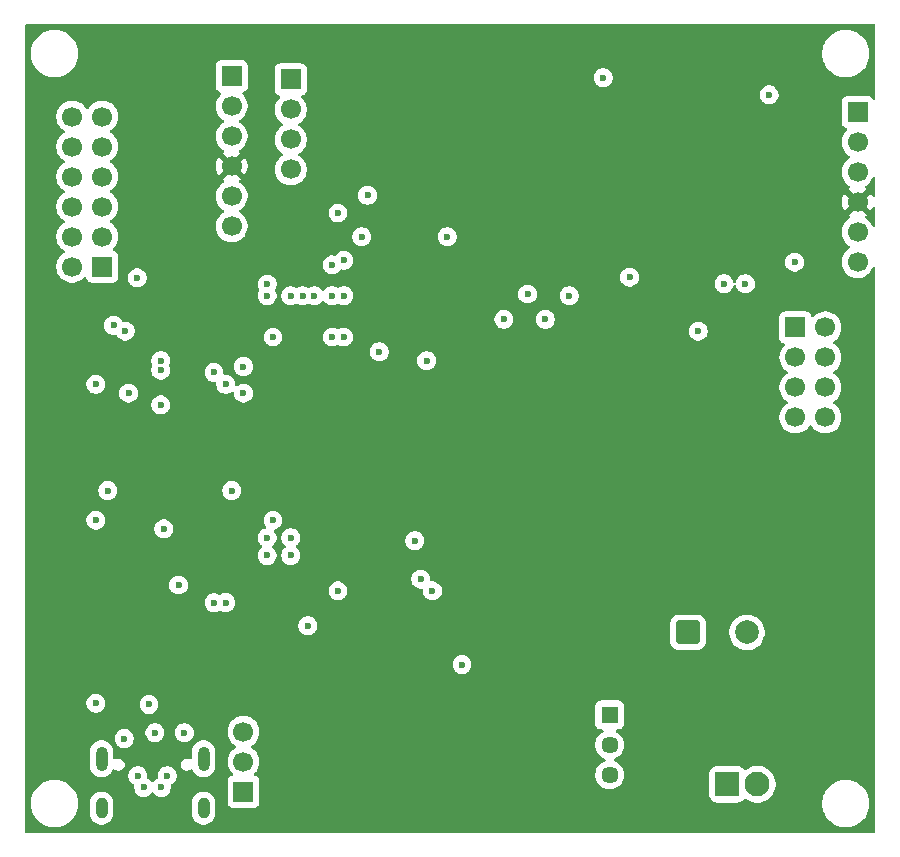
<source format=gbr>
%TF.GenerationSoftware,KiCad,Pcbnew,9.0.3*%
%TF.CreationDate,2025-07-12T21:01:37+12:00*%
%TF.ProjectId,RemiRAT,52656d69-5241-4542-9e6b-696361645f70,rev?*%
%TF.SameCoordinates,Original*%
%TF.FileFunction,Copper,L3,Inr*%
%TF.FilePolarity,Positive*%
%FSLAX46Y46*%
G04 Gerber Fmt 4.6, Leading zero omitted, Abs format (unit mm)*
G04 Created by KiCad (PCBNEW 9.0.3) date 2025-07-12 21:01:37*
%MOMM*%
%LPD*%
G01*
G04 APERTURE LIST*
G04 Aperture macros list*
%AMRoundRect*
0 Rectangle with rounded corners*
0 $1 Rounding radius*
0 $2 $3 $4 $5 $6 $7 $8 $9 X,Y pos of 4 corners*
0 Add a 4 corners polygon primitive as box body*
4,1,4,$2,$3,$4,$5,$6,$7,$8,$9,$2,$3,0*
0 Add four circle primitives for the rounded corners*
1,1,$1+$1,$2,$3*
1,1,$1+$1,$4,$5*
1,1,$1+$1,$6,$7*
1,1,$1+$1,$8,$9*
0 Add four rect primitives between the rounded corners*
20,1,$1+$1,$2,$3,$4,$5,0*
20,1,$1+$1,$4,$5,$6,$7,0*
20,1,$1+$1,$6,$7,$8,$9,0*
20,1,$1+$1,$8,$9,$2,$3,0*%
G04 Aperture macros list end*
%TA.AperFunction,ComponentPad*%
%ADD10RoundRect,0.250000X-0.750000X-0.750000X0.750000X-0.750000X0.750000X0.750000X-0.750000X0.750000X0*%
%TD*%
%TA.AperFunction,ComponentPad*%
%ADD11C,2.000000*%
%TD*%
%TA.AperFunction,ComponentPad*%
%ADD12R,1.700000X1.700000*%
%TD*%
%TA.AperFunction,ComponentPad*%
%ADD13C,1.700000*%
%TD*%
%TA.AperFunction,ComponentPad*%
%ADD14RoundRect,0.250001X-0.799999X-0.799999X0.799999X-0.799999X0.799999X0.799999X-0.799999X0.799999X0*%
%TD*%
%TA.AperFunction,ComponentPad*%
%ADD15C,2.100000*%
%TD*%
%TA.AperFunction,HeatsinkPad*%
%ADD16O,1.000000X2.100000*%
%TD*%
%TA.AperFunction,HeatsinkPad*%
%ADD17O,1.000000X1.800000*%
%TD*%
%TA.AperFunction,ComponentPad*%
%ADD18R,1.448000X1.448000*%
%TD*%
%TA.AperFunction,ComponentPad*%
%ADD19C,1.448000*%
%TD*%
%TA.AperFunction,ViaPad*%
%ADD20C,0.600000*%
%TD*%
G04 APERTURE END LIST*
D10*
%TO.N,VIN*%
%TO.C,C11*%
X173632323Y-103500000D03*
D11*
%TO.N,GND*%
X178632323Y-103500000D03*
%TD*%
D12*
%TO.N,VBUS*%
%TO.C,J11*%
X136000000Y-117000000D03*
D13*
X136000000Y-114460000D03*
X136000000Y-111920000D03*
%TD*%
D12*
%TO.N,GND*%
%TO.C,J3*%
X188000000Y-59460000D03*
D13*
%TO.N,ESP32TXD0*%
X188000000Y-62000000D03*
%TO.N,ESP32RXD0*%
X188000000Y-64540000D03*
%TO.N,3.3V*%
X188000000Y-67080000D03*
%TO.N,EN*%
X188000000Y-69620000D03*
%TO.N,IO0*%
X188000000Y-72160000D03*
%TD*%
D12*
%TO.N,IO17*%
%TO.C,J9*%
X182725000Y-77690000D03*
D13*
%TO.N,IO5*%
X185265000Y-77690000D03*
%TO.N,IO16*%
X182725000Y-80230000D03*
%TO.N,IO18*%
X185265000Y-80230000D03*
%TO.N,IO4*%
X182725000Y-82770000D03*
%TO.N,IO19*%
X185265000Y-82770000D03*
%TO.N,IO2*%
X182725000Y-85310000D03*
%TO.N,IO21*%
X185265000Y-85310000D03*
%TD*%
D14*
%TO.N,VIN*%
%TO.C,J10*%
X176960000Y-116367500D03*
D15*
%TO.N,GND*%
X179500000Y-116367500D03*
%TD*%
D12*
%TO.N,SAM-SPI-NPCS1*%
%TO.C,J7*%
X140000000Y-56690000D03*
D13*
%TO.N,SAM-SPI-MISO*%
X140000000Y-59230000D03*
%TO.N,SAM-SPI-SCK*%
X140000000Y-61770000D03*
%TO.N,SAM-SPI-MOSI*%
X140000000Y-64310000D03*
%TD*%
D16*
%TO.N,GND*%
%TO.C,J1*%
X123980000Y-114212500D03*
D17*
X123980000Y-118392500D03*
D16*
X132620000Y-114212500D03*
D17*
X132620000Y-118392500D03*
%TD*%
D18*
%TO.N,VIN*%
%TO.C,VR2*%
X167000000Y-110500000D03*
D19*
%TO.N,GND*%
X167000000Y-113040000D03*
%TO.N,VBUS*%
X167000000Y-115580000D03*
%TD*%
D12*
%TO.N,GND*%
%TO.C,J8*%
X124040000Y-72540000D03*
D13*
%TO.N,A1/PWML5/PC22*%
X121500000Y-72540000D03*
%TO.N,3.3VOUT*%
X124040000Y-70000000D03*
%TO.N,A2/PWML6/PC23*%
X121500000Y-70000000D03*
%TO.N,D14/PC16*%
X124040000Y-67460000D03*
%TO.N,RXD1/PA12*%
X121500000Y-67460000D03*
%TO.N,D15/PC17*%
X124040000Y-64920000D03*
%TO.N,TDX1/PA13*%
X121500000Y-64920000D03*
%TO.N,CANTX0/PA0*%
X124040000Y-62380000D03*
%TO.N,TWCK0/PA18*%
X121500000Y-62380000D03*
%TO.N,CANRX0/PA1*%
X124040000Y-59840000D03*
%TO.N,TWD0/PA17*%
X121500000Y-59840000D03*
%TD*%
D12*
%TO.N,GND*%
%TO.C,J6*%
X135000000Y-56420000D03*
D13*
%TO.N,UTXD/PA9*%
X135000000Y-58960000D03*
%TO.N,URXD/PA8*%
X135000000Y-61500000D03*
%TO.N,3.3V*%
X135000000Y-64040000D03*
%TO.N,NRSTB*%
X135000000Y-66580000D03*
%TO.N,ERASE/PC0*%
X135000000Y-69120000D03*
%TD*%
D20*
%TO.N,USBDP*%
X129550000Y-115637500D03*
X127550000Y-116637500D03*
%TO.N,USBDM*%
X129050000Y-116637500D03*
X127050000Y-115637500D03*
%TO.N,GND*%
X141450000Y-102950000D03*
X147500000Y-79750000D03*
X153255000Y-70000000D03*
X140000000Y-97000000D03*
X128500000Y-112000000D03*
X150500000Y-95750000D03*
X123500000Y-82500000D03*
X138020000Y-74020000D03*
X138000000Y-97000000D03*
X138500000Y-78500000D03*
X144000000Y-68000000D03*
X129250000Y-94750000D03*
X134480000Y-100980000D03*
X158050000Y-77000000D03*
X127000000Y-73500000D03*
X174500000Y-78000000D03*
X129000000Y-84250000D03*
X146500000Y-66500000D03*
X146000000Y-70000000D03*
X161550000Y-77000000D03*
X151000000Y-99000000D03*
%TO.N,VBUS*%
X130500000Y-99500000D03*
X125900000Y-112500000D03*
X128000000Y-109613500D03*
X123500000Y-109500000D03*
X131000000Y-112000000D03*
%TO.N,3.3V*%
X131500000Y-57500000D03*
X131000000Y-100500000D03*
X146000000Y-102000000D03*
X170500000Y-79900000D03*
X124000000Y-81500000D03*
X145000000Y-118000000D03*
X146000000Y-118000000D03*
X139550000Y-102950000D03*
X151000000Y-98000000D03*
X144000000Y-116500000D03*
X151055000Y-66500000D03*
X144000000Y-117500000D03*
X165550000Y-80500000D03*
X119550000Y-83050000D03*
X156050000Y-80500000D03*
X159000000Y-55500000D03*
%TO.N,VDDCORE*%
X138000000Y-95500000D03*
X151500000Y-80500000D03*
X133500000Y-101000000D03*
X144000000Y-100000000D03*
X126270000Y-83250000D03*
X140000000Y-95500000D03*
X138000000Y-75000000D03*
X136000000Y-83250000D03*
%TO.N,EN*%
X178500000Y-74000000D03*
X166460000Y-56540000D03*
%TO.N,IO22*%
X163591000Y-75000000D03*
X180500000Y-58000000D03*
X125000000Y-77500000D03*
%TO.N,IO0*%
X154500000Y-106230000D03*
X182660000Y-72160000D03*
%TO.N,IO26*%
X126000000Y-78000000D03*
X160050000Y-74862500D03*
%TO.N,TDI/IO12*%
X176690000Y-74000000D03*
X168690000Y-73425000D03*
%TO.N,UTXD/PA9*%
X142000000Y-75000000D03*
X136000000Y-81000000D03*
%TO.N,URXD/PA8*%
X141000000Y-75000000D03*
X134500000Y-82500000D03*
%TO.N,VDDPLL*%
X123500000Y-94000000D03*
X138500000Y-94000000D03*
%TO.N,NRSTB*%
X133500000Y-81500000D03*
X124500000Y-91500000D03*
X140000000Y-75000000D03*
X135000000Y-91500000D03*
X152000000Y-100000000D03*
%TO.N,TWCK0/PA18*%
X129000000Y-80500000D03*
%TO.N,TWD0/PA17*%
X129000000Y-81300003D03*
%TO.N,D15/PC17*%
X144500000Y-78500000D03*
X144500000Y-72000000D03*
X144500000Y-75000000D03*
%TO.N,D14/PC16*%
X143500000Y-78500000D03*
X143500000Y-72400000D03*
X143500000Y-75000000D03*
%TD*%
%TA.AperFunction,Conductor*%
%TO.N,3.3V*%
G36*
X189442539Y-52020185D02*
G01*
X189488294Y-52072989D01*
X189499500Y-52124500D01*
X189499500Y-58269897D01*
X189479815Y-58336936D01*
X189427011Y-58382691D01*
X189357853Y-58392635D01*
X189294297Y-58363610D01*
X189276234Y-58344208D01*
X189207547Y-58252455D01*
X189207544Y-58252452D01*
X189092335Y-58166206D01*
X189092328Y-58166202D01*
X188957482Y-58115908D01*
X188957483Y-58115908D01*
X188897883Y-58109501D01*
X188897881Y-58109500D01*
X188897873Y-58109500D01*
X188897864Y-58109500D01*
X187102129Y-58109500D01*
X187102123Y-58109501D01*
X187042516Y-58115908D01*
X186907671Y-58166202D01*
X186907664Y-58166206D01*
X186792455Y-58252452D01*
X186792452Y-58252455D01*
X186706206Y-58367664D01*
X186706202Y-58367671D01*
X186655908Y-58502517D01*
X186649501Y-58562116D01*
X186649500Y-58562135D01*
X186649500Y-60357870D01*
X186649501Y-60357876D01*
X186655908Y-60417483D01*
X186706202Y-60552328D01*
X186706206Y-60552335D01*
X186792452Y-60667544D01*
X186792455Y-60667547D01*
X186907664Y-60753793D01*
X186907671Y-60753797D01*
X187039082Y-60802810D01*
X187095016Y-60844681D01*
X187119433Y-60910145D01*
X187104582Y-60978418D01*
X187083431Y-61006673D01*
X186969889Y-61120215D01*
X186844951Y-61292179D01*
X186748444Y-61481585D01*
X186682753Y-61683760D01*
X186672494Y-61748536D01*
X186649500Y-61893713D01*
X186649500Y-62106287D01*
X186682754Y-62316243D01*
X186735252Y-62477816D01*
X186748444Y-62518414D01*
X186844951Y-62707820D01*
X186969890Y-62879786D01*
X187120213Y-63030109D01*
X187292182Y-63155050D01*
X187300946Y-63159516D01*
X187351742Y-63207491D01*
X187368536Y-63275312D01*
X187345998Y-63341447D01*
X187300946Y-63380484D01*
X187292182Y-63384949D01*
X187120213Y-63509890D01*
X186969890Y-63660213D01*
X186844951Y-63832179D01*
X186748444Y-64021585D01*
X186682753Y-64223760D01*
X186649500Y-64433713D01*
X186649500Y-64646286D01*
X186674117Y-64801716D01*
X186682754Y-64856243D01*
X186735252Y-65017816D01*
X186748444Y-65058414D01*
X186844951Y-65247820D01*
X186969890Y-65419786D01*
X187120213Y-65570109D01*
X187292179Y-65695048D01*
X187292181Y-65695049D01*
X187292184Y-65695051D01*
X187301493Y-65699794D01*
X187352290Y-65747766D01*
X187369087Y-65815587D01*
X187346552Y-65881722D01*
X187301505Y-65920760D01*
X187292446Y-65925376D01*
X187292440Y-65925380D01*
X187238282Y-65964727D01*
X187238282Y-65964728D01*
X187870591Y-66597037D01*
X187807007Y-66614075D01*
X187692993Y-66679901D01*
X187599901Y-66772993D01*
X187534075Y-66887007D01*
X187517037Y-66950591D01*
X186884728Y-66318282D01*
X186884727Y-66318282D01*
X186845380Y-66372439D01*
X186748904Y-66561782D01*
X186683242Y-66763869D01*
X186683242Y-66763872D01*
X186650000Y-66973753D01*
X186650000Y-67186246D01*
X186683242Y-67396127D01*
X186683242Y-67396130D01*
X186748904Y-67598217D01*
X186845375Y-67787550D01*
X186884728Y-67841716D01*
X187517037Y-67209408D01*
X187534075Y-67272993D01*
X187599901Y-67387007D01*
X187692993Y-67480099D01*
X187807007Y-67545925D01*
X187870590Y-67562962D01*
X187238282Y-68195269D01*
X187238282Y-68195270D01*
X187292452Y-68234626D01*
X187292451Y-68234626D01*
X187301495Y-68239234D01*
X187352292Y-68287208D01*
X187369087Y-68355029D01*
X187346550Y-68421164D01*
X187301499Y-68460202D01*
X187292182Y-68464949D01*
X187120213Y-68589890D01*
X186969890Y-68740213D01*
X186844951Y-68912179D01*
X186748444Y-69101585D01*
X186682753Y-69303760D01*
X186649500Y-69513713D01*
X186649500Y-69726286D01*
X186680364Y-69921158D01*
X186682754Y-69936243D01*
X186734075Y-70094193D01*
X186748444Y-70138414D01*
X186844951Y-70327820D01*
X186969890Y-70499786D01*
X187120213Y-70650109D01*
X187292182Y-70775050D01*
X187300946Y-70779516D01*
X187351742Y-70827491D01*
X187368536Y-70895312D01*
X187345998Y-70961447D01*
X187300946Y-71000484D01*
X187292182Y-71004949D01*
X187120213Y-71129890D01*
X186969890Y-71280213D01*
X186844951Y-71452179D01*
X186748444Y-71641585D01*
X186682753Y-71843760D01*
X186669649Y-71926498D01*
X186649500Y-72053713D01*
X186649500Y-72266287D01*
X186682754Y-72476243D01*
X186745803Y-72670288D01*
X186748444Y-72678414D01*
X186844951Y-72867820D01*
X186969890Y-73039786D01*
X187120213Y-73190109D01*
X187292179Y-73315048D01*
X187292181Y-73315049D01*
X187292184Y-73315051D01*
X187481588Y-73411557D01*
X187683757Y-73477246D01*
X187893713Y-73510500D01*
X187893714Y-73510500D01*
X188106286Y-73510500D01*
X188106287Y-73510500D01*
X188316243Y-73477246D01*
X188518412Y-73411557D01*
X188707816Y-73315051D01*
X188741467Y-73290602D01*
X188879786Y-73190109D01*
X188879788Y-73190106D01*
X188879792Y-73190104D01*
X189030104Y-73039792D01*
X189030106Y-73039788D01*
X189030109Y-73039786D01*
X189153902Y-72869397D01*
X189155051Y-72867816D01*
X189251557Y-72678412D01*
X189257569Y-72659907D01*
X189297006Y-72602232D01*
X189361365Y-72575034D01*
X189430211Y-72586949D01*
X189481687Y-72634193D01*
X189499500Y-72698226D01*
X189499500Y-120375500D01*
X189479815Y-120442539D01*
X189427011Y-120488294D01*
X189375500Y-120499500D01*
X117624500Y-120499500D01*
X117557461Y-120479815D01*
X117511706Y-120427011D01*
X117500500Y-120375500D01*
X117500500Y-117868872D01*
X117999500Y-117868872D01*
X117999500Y-118131127D01*
X118020436Y-118290140D01*
X118033730Y-118391116D01*
X118055178Y-118471161D01*
X118101602Y-118644418D01*
X118101605Y-118644428D01*
X118201953Y-118886690D01*
X118201958Y-118886700D01*
X118333075Y-119113803D01*
X118492718Y-119321851D01*
X118492726Y-119321860D01*
X118678140Y-119507274D01*
X118678148Y-119507281D01*
X118886196Y-119666924D01*
X119113299Y-119798041D01*
X119113309Y-119798046D01*
X119355571Y-119898394D01*
X119355581Y-119898398D01*
X119608884Y-119966270D01*
X119868880Y-120000500D01*
X119868887Y-120000500D01*
X120131113Y-120000500D01*
X120131120Y-120000500D01*
X120391116Y-119966270D01*
X120644419Y-119898398D01*
X120886697Y-119798043D01*
X121113803Y-119666924D01*
X121321851Y-119507282D01*
X121321855Y-119507277D01*
X121321860Y-119507274D01*
X121507274Y-119321860D01*
X121507277Y-119321855D01*
X121507282Y-119321851D01*
X121666924Y-119113803D01*
X121795534Y-118891043D01*
X122979499Y-118891043D01*
X123017947Y-119084329D01*
X123017950Y-119084339D01*
X123093364Y-119266407D01*
X123093371Y-119266420D01*
X123202860Y-119430281D01*
X123202863Y-119430285D01*
X123342214Y-119569636D01*
X123342218Y-119569639D01*
X123506079Y-119679128D01*
X123506092Y-119679135D01*
X123688160Y-119754549D01*
X123688165Y-119754551D01*
X123688169Y-119754551D01*
X123688170Y-119754552D01*
X123881456Y-119793000D01*
X123881459Y-119793000D01*
X124078543Y-119793000D01*
X124208582Y-119767132D01*
X124271835Y-119754551D01*
X124453914Y-119679132D01*
X124617782Y-119569639D01*
X124757139Y-119430282D01*
X124866632Y-119266414D01*
X124942051Y-119084335D01*
X124980500Y-118891043D01*
X131619499Y-118891043D01*
X131657947Y-119084329D01*
X131657950Y-119084339D01*
X131733364Y-119266407D01*
X131733371Y-119266420D01*
X131842860Y-119430281D01*
X131842863Y-119430285D01*
X131982214Y-119569636D01*
X131982218Y-119569639D01*
X132146079Y-119679128D01*
X132146092Y-119679135D01*
X132328160Y-119754549D01*
X132328165Y-119754551D01*
X132328169Y-119754551D01*
X132328170Y-119754552D01*
X132521456Y-119793000D01*
X132521459Y-119793000D01*
X132718543Y-119793000D01*
X132848582Y-119767132D01*
X132911835Y-119754551D01*
X133093914Y-119679132D01*
X133257782Y-119569639D01*
X133397139Y-119430282D01*
X133506632Y-119266414D01*
X133582051Y-119084335D01*
X133620500Y-118891041D01*
X133620500Y-117893959D01*
X133620500Y-117893956D01*
X133582052Y-117700670D01*
X133582051Y-117700669D01*
X133582051Y-117700665D01*
X133555331Y-117636157D01*
X133506635Y-117518592D01*
X133506628Y-117518579D01*
X133397139Y-117354718D01*
X133397136Y-117354714D01*
X133257785Y-117215363D01*
X133257781Y-117215360D01*
X133093920Y-117105871D01*
X133093907Y-117105864D01*
X132911839Y-117030450D01*
X132911829Y-117030447D01*
X132718543Y-116992000D01*
X132718541Y-116992000D01*
X132521459Y-116992000D01*
X132521457Y-116992000D01*
X132328170Y-117030447D01*
X132328160Y-117030450D01*
X132146092Y-117105864D01*
X132146079Y-117105871D01*
X131982218Y-117215360D01*
X131982214Y-117215363D01*
X131842863Y-117354714D01*
X131842860Y-117354718D01*
X131733371Y-117518579D01*
X131733364Y-117518592D01*
X131657950Y-117700660D01*
X131657947Y-117700670D01*
X131619500Y-117893956D01*
X131619500Y-117893959D01*
X131619500Y-118891041D01*
X131619500Y-118891043D01*
X131619499Y-118891043D01*
X124980500Y-118891043D01*
X124980500Y-118891041D01*
X124980500Y-117893959D01*
X124980500Y-117893956D01*
X124942052Y-117700670D01*
X124942051Y-117700669D01*
X124942051Y-117700665D01*
X124915331Y-117636157D01*
X124866635Y-117518592D01*
X124866628Y-117518579D01*
X124757139Y-117354718D01*
X124757136Y-117354714D01*
X124617785Y-117215363D01*
X124617781Y-117215360D01*
X124453920Y-117105871D01*
X124453907Y-117105864D01*
X124271839Y-117030450D01*
X124271829Y-117030447D01*
X124078543Y-116992000D01*
X124078541Y-116992000D01*
X123881459Y-116992000D01*
X123881457Y-116992000D01*
X123688170Y-117030447D01*
X123688160Y-117030450D01*
X123506092Y-117105864D01*
X123506079Y-117105871D01*
X123342218Y-117215360D01*
X123342214Y-117215363D01*
X123202863Y-117354714D01*
X123202860Y-117354718D01*
X123093371Y-117518579D01*
X123093364Y-117518592D01*
X123017950Y-117700660D01*
X123017947Y-117700670D01*
X122979500Y-117893956D01*
X122979500Y-117893959D01*
X122979500Y-118891041D01*
X122979500Y-118891043D01*
X122979499Y-118891043D01*
X121795534Y-118891043D01*
X121798043Y-118886697D01*
X121898398Y-118644419D01*
X121966270Y-118391116D01*
X122000500Y-118131120D01*
X122000500Y-117868880D01*
X121966270Y-117608884D01*
X121898398Y-117355581D01*
X121883783Y-117320297D01*
X121798046Y-117113309D01*
X121798041Y-117113299D01*
X121666924Y-116886196D01*
X121507281Y-116678148D01*
X121507274Y-116678140D01*
X121321860Y-116492726D01*
X121321851Y-116492718D01*
X121113803Y-116333075D01*
X120886700Y-116201958D01*
X120886690Y-116201953D01*
X120644428Y-116101605D01*
X120644421Y-116101603D01*
X120644419Y-116101602D01*
X120391116Y-116033730D01*
X120333339Y-116026123D01*
X120131127Y-115999500D01*
X120131120Y-115999500D01*
X119868880Y-115999500D01*
X119868872Y-115999500D01*
X119637772Y-116029926D01*
X119608884Y-116033730D01*
X119355581Y-116101602D01*
X119355571Y-116101605D01*
X119113309Y-116201953D01*
X119113299Y-116201958D01*
X118886196Y-116333075D01*
X118678148Y-116492718D01*
X118492718Y-116678148D01*
X118333075Y-116886196D01*
X118201958Y-117113299D01*
X118201953Y-117113309D01*
X118101605Y-117355571D01*
X118101602Y-117355581D01*
X118049467Y-117550155D01*
X118033730Y-117608885D01*
X117999500Y-117868872D01*
X117500500Y-117868872D01*
X117500500Y-114861043D01*
X122979499Y-114861043D01*
X123017947Y-115054329D01*
X123017950Y-115054339D01*
X123093364Y-115236407D01*
X123093371Y-115236420D01*
X123202860Y-115400281D01*
X123202863Y-115400285D01*
X123342214Y-115539636D01*
X123342218Y-115539639D01*
X123506079Y-115649128D01*
X123506092Y-115649135D01*
X123668349Y-115716343D01*
X123688165Y-115724551D01*
X123688169Y-115724551D01*
X123688170Y-115724552D01*
X123881456Y-115763000D01*
X123881459Y-115763000D01*
X124078543Y-115763000D01*
X124208582Y-115737132D01*
X124271835Y-115724551D01*
X124453914Y-115649132D01*
X124589326Y-115558653D01*
X126249500Y-115558653D01*
X126249500Y-115716346D01*
X126280261Y-115870989D01*
X126280264Y-115871001D01*
X126340602Y-116016672D01*
X126340609Y-116016685D01*
X126428210Y-116147788D01*
X126428213Y-116147792D01*
X126539707Y-116259286D01*
X126539711Y-116259289D01*
X126670817Y-116346892D01*
X126670819Y-116346893D01*
X126670821Y-116346894D01*
X126688402Y-116354176D01*
X126688409Y-116354179D01*
X126742812Y-116398020D01*
X126764877Y-116464314D01*
X126762573Y-116492931D01*
X126749500Y-116558653D01*
X126749500Y-116716346D01*
X126780261Y-116870989D01*
X126780264Y-116871001D01*
X126840602Y-117016672D01*
X126840609Y-117016685D01*
X126928210Y-117147788D01*
X126928213Y-117147792D01*
X127039707Y-117259286D01*
X127039711Y-117259289D01*
X127170814Y-117346890D01*
X127170827Y-117346897D01*
X127244911Y-117377583D01*
X127316503Y-117407237D01*
X127471153Y-117437999D01*
X127471156Y-117438000D01*
X127471158Y-117438000D01*
X127628844Y-117438000D01*
X127628845Y-117437999D01*
X127783497Y-117407237D01*
X127929179Y-117346894D01*
X128060289Y-117259289D01*
X128171789Y-117147789D01*
X128179145Y-117136779D01*
X128196898Y-117110212D01*
X128250510Y-117065406D01*
X128319835Y-117056699D01*
X128382862Y-117086853D01*
X128403102Y-117110212D01*
X128428207Y-117147784D01*
X128428213Y-117147792D01*
X128539707Y-117259286D01*
X128539711Y-117259289D01*
X128670814Y-117346890D01*
X128670827Y-117346897D01*
X128744911Y-117377583D01*
X128816503Y-117407237D01*
X128971153Y-117437999D01*
X128971156Y-117438000D01*
X128971158Y-117438000D01*
X129128844Y-117438000D01*
X129128845Y-117437999D01*
X129283497Y-117407237D01*
X129429179Y-117346894D01*
X129560289Y-117259289D01*
X129671789Y-117147789D01*
X129759394Y-117016679D01*
X129819737Y-116870997D01*
X129850500Y-116716342D01*
X129850500Y-116558658D01*
X129850500Y-116558655D01*
X129837426Y-116492931D01*
X129843653Y-116423340D01*
X129886515Y-116368162D01*
X129911589Y-116354179D01*
X129929179Y-116346894D01*
X130060289Y-116259289D01*
X130171789Y-116147789D01*
X130259394Y-116016679D01*
X130319737Y-115870997D01*
X130350500Y-115716342D01*
X130350500Y-115558658D01*
X130350500Y-115558655D01*
X130350499Y-115558653D01*
X130346716Y-115539636D01*
X130319737Y-115404003D01*
X130273867Y-115293262D01*
X130259397Y-115258327D01*
X130259390Y-115258314D01*
X130171789Y-115127211D01*
X130171786Y-115127207D01*
X130060292Y-115015713D01*
X130060288Y-115015710D01*
X129929185Y-114928109D01*
X129929172Y-114928102D01*
X129783501Y-114867764D01*
X129783489Y-114867761D01*
X129628845Y-114837000D01*
X129628842Y-114837000D01*
X129471158Y-114837000D01*
X129471155Y-114837000D01*
X129316510Y-114867761D01*
X129316498Y-114867764D01*
X129170827Y-114928102D01*
X129170814Y-114928109D01*
X129039711Y-115015710D01*
X129039707Y-115015713D01*
X128928213Y-115127207D01*
X128928210Y-115127211D01*
X128840609Y-115258314D01*
X128840602Y-115258327D01*
X128780264Y-115403998D01*
X128780261Y-115404010D01*
X128749500Y-115558653D01*
X128749500Y-115716346D01*
X128762573Y-115782068D01*
X128756346Y-115851659D01*
X128713483Y-115906837D01*
X128688411Y-115920819D01*
X128670826Y-115928103D01*
X128670814Y-115928109D01*
X128539711Y-116015710D01*
X128539707Y-116015713D01*
X128428213Y-116127207D01*
X128403102Y-116164789D01*
X128349489Y-116209593D01*
X128280164Y-116218300D01*
X128217137Y-116188145D01*
X128196898Y-116164789D01*
X128171786Y-116127207D01*
X128060292Y-116015713D01*
X128060288Y-116015710D01*
X127929185Y-115928109D01*
X127929179Y-115928106D01*
X127911589Y-115920820D01*
X127857186Y-115876978D01*
X127835122Y-115810684D01*
X127837426Y-115782068D01*
X127850500Y-115716342D01*
X127850500Y-115558658D01*
X127850500Y-115558655D01*
X127850499Y-115558653D01*
X127846716Y-115539636D01*
X127819737Y-115404003D01*
X127773867Y-115293262D01*
X127759397Y-115258327D01*
X127759390Y-115258314D01*
X127671789Y-115127211D01*
X127671786Y-115127207D01*
X127560292Y-115015713D01*
X127560288Y-115015710D01*
X127429185Y-114928109D01*
X127429172Y-114928102D01*
X127283501Y-114867764D01*
X127283489Y-114867761D01*
X127128845Y-114837000D01*
X127128842Y-114837000D01*
X126971158Y-114837000D01*
X126971155Y-114837000D01*
X126816510Y-114867761D01*
X126816498Y-114867764D01*
X126670827Y-114928102D01*
X126670814Y-114928109D01*
X126539711Y-115015710D01*
X126539707Y-115015713D01*
X126428213Y-115127207D01*
X126428210Y-115127211D01*
X126340609Y-115258314D01*
X126340602Y-115258327D01*
X126280264Y-115403998D01*
X126280261Y-115404010D01*
X126249500Y-115558653D01*
X124589326Y-115558653D01*
X124617782Y-115539639D01*
X124642772Y-115514649D01*
X124692537Y-115464885D01*
X124757136Y-115400285D01*
X124757139Y-115400282D01*
X124866632Y-115236414D01*
X124893029Y-115172683D01*
X124936869Y-115118282D01*
X125003163Y-115096216D01*
X125070862Y-115113494D01*
X125084147Y-115123814D01*
X125084574Y-115123258D01*
X125091016Y-115128201D01*
X125091019Y-115128204D01*
X125091022Y-115128205D01*
X125091025Y-115128208D01*
X125189114Y-115184839D01*
X125209480Y-115196597D01*
X125341606Y-115232000D01*
X125341608Y-115232000D01*
X125478392Y-115232000D01*
X125478394Y-115232000D01*
X125610520Y-115196597D01*
X125728981Y-115128204D01*
X125825704Y-115031481D01*
X125894097Y-114913020D01*
X125929500Y-114780894D01*
X125929500Y-114644106D01*
X130670500Y-114644106D01*
X130670500Y-114780894D01*
X130697776Y-114882687D01*
X130705903Y-114913019D01*
X130705906Y-114913026D01*
X130774291Y-115031474D01*
X130774295Y-115031479D01*
X130774296Y-115031481D01*
X130871019Y-115128204D01*
X130871021Y-115128205D01*
X130871025Y-115128208D01*
X130969114Y-115184839D01*
X130989480Y-115196597D01*
X131121606Y-115232000D01*
X131121608Y-115232000D01*
X131258392Y-115232000D01*
X131258394Y-115232000D01*
X131390520Y-115196597D01*
X131508981Y-115128204D01*
X131508986Y-115128198D01*
X131515426Y-115123258D01*
X131517245Y-115125628D01*
X131566010Y-115098980D01*
X131635704Y-115103941D01*
X131691651Y-115145793D01*
X131706970Y-115172684D01*
X131733366Y-115236411D01*
X131733371Y-115236420D01*
X131842860Y-115400281D01*
X131842863Y-115400285D01*
X131982214Y-115539636D01*
X131982218Y-115539639D01*
X132146079Y-115649128D01*
X132146092Y-115649135D01*
X132308349Y-115716343D01*
X132328165Y-115724551D01*
X132328169Y-115724551D01*
X132328170Y-115724552D01*
X132521456Y-115763000D01*
X132521459Y-115763000D01*
X132718543Y-115763000D01*
X132848582Y-115737132D01*
X132911835Y-115724551D01*
X133093914Y-115649132D01*
X133257782Y-115539639D01*
X133397139Y-115400282D01*
X133506632Y-115236414D01*
X133582051Y-115054335D01*
X133597874Y-114974789D01*
X133620500Y-114861043D01*
X133620500Y-113563956D01*
X133582052Y-113370670D01*
X133582051Y-113370669D01*
X133582051Y-113370665D01*
X133563858Y-113326742D01*
X133506635Y-113188592D01*
X133506628Y-113188579D01*
X133397139Y-113024718D01*
X133397136Y-113024714D01*
X133257785Y-112885363D01*
X133257781Y-112885360D01*
X133093920Y-112775871D01*
X133093907Y-112775864D01*
X132911839Y-112700450D01*
X132911829Y-112700447D01*
X132718543Y-112662000D01*
X132718541Y-112662000D01*
X132521459Y-112662000D01*
X132521457Y-112662000D01*
X132328170Y-112700447D01*
X132328160Y-112700450D01*
X132146092Y-112775864D01*
X132146079Y-112775871D01*
X131982218Y-112885360D01*
X131982214Y-112885363D01*
X131842863Y-113024714D01*
X131842860Y-113024718D01*
X131733371Y-113188579D01*
X131733364Y-113188592D01*
X131657950Y-113370660D01*
X131657947Y-113370670D01*
X131619500Y-113563956D01*
X131619500Y-114145830D01*
X131599815Y-114212869D01*
X131547011Y-114258624D01*
X131477853Y-114268568D01*
X131433501Y-114253218D01*
X131390520Y-114228403D01*
X131332546Y-114212869D01*
X131258394Y-114193000D01*
X131121606Y-114193000D01*
X130989480Y-114228403D01*
X130989473Y-114228406D01*
X130871025Y-114296791D01*
X130871017Y-114296797D01*
X130774297Y-114393517D01*
X130774291Y-114393525D01*
X130705906Y-114511973D01*
X130705904Y-114511977D01*
X130705903Y-114511980D01*
X130670500Y-114644106D01*
X125929500Y-114644106D01*
X125894097Y-114511980D01*
X125839500Y-114417414D01*
X125825708Y-114393525D01*
X125825702Y-114393517D01*
X125728982Y-114296797D01*
X125728974Y-114296791D01*
X125610526Y-114228406D01*
X125610522Y-114228404D01*
X125610520Y-114228403D01*
X125478394Y-114193000D01*
X125341606Y-114193000D01*
X125209480Y-114228403D01*
X125209479Y-114228403D01*
X125166499Y-114253218D01*
X125098599Y-114269690D01*
X125032572Y-114246837D01*
X124989382Y-114191915D01*
X124980500Y-114145830D01*
X124980500Y-113563956D01*
X124942052Y-113370670D01*
X124942051Y-113370669D01*
X124942051Y-113370665D01*
X124923858Y-113326742D01*
X124866635Y-113188592D01*
X124866628Y-113188579D01*
X124757139Y-113024718D01*
X124757136Y-113024714D01*
X124617785Y-112885363D01*
X124617781Y-112885360D01*
X124453920Y-112775871D01*
X124453907Y-112775864D01*
X124271839Y-112700450D01*
X124271829Y-112700447D01*
X124078543Y-112662000D01*
X124078541Y-112662000D01*
X123881459Y-112662000D01*
X123881457Y-112662000D01*
X123688170Y-112700447D01*
X123688160Y-112700450D01*
X123506092Y-112775864D01*
X123506079Y-112775871D01*
X123342218Y-112885360D01*
X123342214Y-112885363D01*
X123202863Y-113024714D01*
X123202860Y-113024718D01*
X123093371Y-113188579D01*
X123093364Y-113188592D01*
X123017950Y-113370660D01*
X123017947Y-113370670D01*
X122979500Y-113563956D01*
X122979500Y-113563959D01*
X122979500Y-114861041D01*
X122979500Y-114861043D01*
X122979499Y-114861043D01*
X117500500Y-114861043D01*
X117500500Y-112421153D01*
X125099500Y-112421153D01*
X125099500Y-112578846D01*
X125130261Y-112733489D01*
X125130264Y-112733501D01*
X125190602Y-112879172D01*
X125190609Y-112879185D01*
X125278210Y-113010288D01*
X125278213Y-113010292D01*
X125389707Y-113121786D01*
X125389711Y-113121789D01*
X125520814Y-113209390D01*
X125520827Y-113209397D01*
X125646489Y-113261447D01*
X125666503Y-113269737D01*
X125821078Y-113300484D01*
X125821153Y-113300499D01*
X125821156Y-113300500D01*
X125821158Y-113300500D01*
X125978844Y-113300500D01*
X125978845Y-113300499D01*
X126133497Y-113269737D01*
X126279179Y-113209394D01*
X126410289Y-113121789D01*
X126521789Y-113010289D01*
X126609394Y-112879179D01*
X126669737Y-112733497D01*
X126700500Y-112578842D01*
X126700500Y-112421158D01*
X126700500Y-112421155D01*
X126700499Y-112421153D01*
X126695938Y-112398222D01*
X126669737Y-112266503D01*
X126656062Y-112233489D01*
X126609397Y-112120827D01*
X126609390Y-112120814D01*
X126521790Y-111989712D01*
X126521784Y-111989705D01*
X126453232Y-111921153D01*
X127699500Y-111921153D01*
X127699500Y-112078846D01*
X127730261Y-112233489D01*
X127730264Y-112233501D01*
X127790602Y-112379172D01*
X127790609Y-112379185D01*
X127878210Y-112510288D01*
X127878213Y-112510292D01*
X127989707Y-112621786D01*
X127989711Y-112621789D01*
X128120814Y-112709390D01*
X128120827Y-112709397D01*
X128266498Y-112769735D01*
X128266503Y-112769737D01*
X128417569Y-112799786D01*
X128421153Y-112800499D01*
X128421156Y-112800500D01*
X128421158Y-112800500D01*
X128578844Y-112800500D01*
X128578845Y-112800499D01*
X128733497Y-112769737D01*
X128879179Y-112709394D01*
X129010289Y-112621789D01*
X129121789Y-112510289D01*
X129209394Y-112379179D01*
X129269737Y-112233497D01*
X129300500Y-112078842D01*
X129300500Y-111921158D01*
X129300500Y-111921155D01*
X129300499Y-111921153D01*
X130199500Y-111921153D01*
X130199500Y-112078846D01*
X130230261Y-112233489D01*
X130230264Y-112233501D01*
X130290602Y-112379172D01*
X130290609Y-112379185D01*
X130378210Y-112510288D01*
X130378213Y-112510292D01*
X130489707Y-112621786D01*
X130489711Y-112621789D01*
X130620814Y-112709390D01*
X130620827Y-112709397D01*
X130766498Y-112769735D01*
X130766503Y-112769737D01*
X130917569Y-112799786D01*
X130921153Y-112800499D01*
X130921156Y-112800500D01*
X130921158Y-112800500D01*
X131078844Y-112800500D01*
X131078845Y-112800499D01*
X131233497Y-112769737D01*
X131379179Y-112709394D01*
X131510289Y-112621789D01*
X131621789Y-112510289D01*
X131709394Y-112379179D01*
X131769737Y-112233497D01*
X131800500Y-112078842D01*
X131800500Y-111921158D01*
X131800500Y-111921155D01*
X131782971Y-111833033D01*
X131782971Y-111833032D01*
X131779128Y-111813713D01*
X134649500Y-111813713D01*
X134649500Y-112026286D01*
X134682319Y-112233501D01*
X134682754Y-112236243D01*
X134742835Y-112421153D01*
X134748444Y-112438414D01*
X134844951Y-112627820D01*
X134969890Y-112799786D01*
X135120213Y-112950109D01*
X135292182Y-113075050D01*
X135300946Y-113079516D01*
X135351742Y-113127491D01*
X135368536Y-113195312D01*
X135345998Y-113261447D01*
X135300946Y-113300484D01*
X135292182Y-113304949D01*
X135120213Y-113429890D01*
X134969890Y-113580213D01*
X134844951Y-113752179D01*
X134748444Y-113941585D01*
X134682753Y-114143760D01*
X134658515Y-114296796D01*
X134649500Y-114353713D01*
X134649500Y-114566287D01*
X134682754Y-114776243D01*
X134745720Y-114970033D01*
X134748444Y-114978414D01*
X134844951Y-115167820D01*
X134969890Y-115339786D01*
X135083430Y-115453326D01*
X135116915Y-115514649D01*
X135111931Y-115584341D01*
X135070059Y-115640274D01*
X135039083Y-115657189D01*
X134907669Y-115706203D01*
X134907664Y-115706206D01*
X134792455Y-115792452D01*
X134792452Y-115792455D01*
X134706206Y-115907664D01*
X134706202Y-115907671D01*
X134655908Y-116042517D01*
X134649556Y-116101602D01*
X134649501Y-116102123D01*
X134649500Y-116102135D01*
X134649500Y-117897870D01*
X134649501Y-117897876D01*
X134655908Y-117957483D01*
X134706202Y-118092328D01*
X134706206Y-118092335D01*
X134792452Y-118207544D01*
X134792455Y-118207547D01*
X134907664Y-118293793D01*
X134907671Y-118293797D01*
X135042517Y-118344091D01*
X135042516Y-118344091D01*
X135049444Y-118344835D01*
X135102127Y-118350500D01*
X136897872Y-118350499D01*
X136957483Y-118344091D01*
X137092331Y-118293796D01*
X137207546Y-118207546D01*
X137293796Y-118092331D01*
X137344091Y-117957483D01*
X137350500Y-117897873D01*
X137350499Y-116102128D01*
X137344091Y-116042517D01*
X137334456Y-116016685D01*
X137293797Y-115907671D01*
X137293793Y-115907664D01*
X137207547Y-115792455D01*
X137207544Y-115792452D01*
X137092335Y-115706206D01*
X137092328Y-115706202D01*
X136960917Y-115657189D01*
X136904983Y-115615318D01*
X136880566Y-115549853D01*
X136895418Y-115481580D01*
X136916563Y-115453332D01*
X137030104Y-115339792D01*
X137063914Y-115293257D01*
X137113402Y-115225141D01*
X137155051Y-115167816D01*
X137251557Y-114978412D01*
X137317246Y-114776243D01*
X137350500Y-114566287D01*
X137350500Y-114353713D01*
X137317246Y-114143757D01*
X137251557Y-113941588D01*
X137155051Y-113752184D01*
X137155049Y-113752181D01*
X137155048Y-113752179D01*
X137030109Y-113580213D01*
X136879786Y-113429890D01*
X136707820Y-113304951D01*
X136707115Y-113304591D01*
X136699054Y-113300485D01*
X136648259Y-113252512D01*
X136631463Y-113184692D01*
X136653999Y-113118556D01*
X136699054Y-113079515D01*
X136707816Y-113075051D01*
X136777094Y-113024718D01*
X136879786Y-112950109D01*
X136879788Y-112950106D01*
X136879792Y-112950104D01*
X137030104Y-112799792D01*
X137030106Y-112799788D01*
X137030109Y-112799786D01*
X137155048Y-112627820D01*
X137155047Y-112627820D01*
X137155051Y-112627816D01*
X137251557Y-112438412D01*
X137317246Y-112236243D01*
X137350500Y-112026287D01*
X137350500Y-111813713D01*
X137317246Y-111603757D01*
X137251557Y-111401588D01*
X137155051Y-111212184D01*
X137155049Y-111212181D01*
X137155048Y-111212179D01*
X137030109Y-111040213D01*
X136879786Y-110889890D01*
X136707820Y-110764951D01*
X136518414Y-110668444D01*
X136518413Y-110668443D01*
X136518412Y-110668443D01*
X136316243Y-110602754D01*
X136316241Y-110602753D01*
X136316240Y-110602753D01*
X136154957Y-110577208D01*
X136106287Y-110569500D01*
X135893713Y-110569500D01*
X135845042Y-110577208D01*
X135683760Y-110602753D01*
X135481585Y-110668444D01*
X135292179Y-110764951D01*
X135120213Y-110889890D01*
X134969890Y-111040213D01*
X134844951Y-111212179D01*
X134748444Y-111401585D01*
X134682753Y-111603760D01*
X134649500Y-111813713D01*
X131779128Y-111813713D01*
X131774531Y-111790602D01*
X131769737Y-111766503D01*
X131756109Y-111733602D01*
X131709397Y-111620827D01*
X131709390Y-111620814D01*
X131621789Y-111489711D01*
X131621786Y-111489707D01*
X131510292Y-111378213D01*
X131510288Y-111378210D01*
X131379185Y-111290609D01*
X131379172Y-111290602D01*
X131233501Y-111230264D01*
X131233489Y-111230261D01*
X131078845Y-111199500D01*
X131078842Y-111199500D01*
X130921158Y-111199500D01*
X130921155Y-111199500D01*
X130766510Y-111230261D01*
X130766498Y-111230264D01*
X130620827Y-111290602D01*
X130620814Y-111290609D01*
X130489711Y-111378210D01*
X130489707Y-111378213D01*
X130378213Y-111489707D01*
X130378210Y-111489711D01*
X130290609Y-111620814D01*
X130290602Y-111620827D01*
X130230264Y-111766498D01*
X130230261Y-111766510D01*
X130199500Y-111921153D01*
X129300499Y-111921153D01*
X129285481Y-111845652D01*
X129269737Y-111766503D01*
X129256109Y-111733602D01*
X129209397Y-111620827D01*
X129209390Y-111620814D01*
X129121789Y-111489711D01*
X129121786Y-111489707D01*
X129010292Y-111378213D01*
X129010288Y-111378210D01*
X128879185Y-111290609D01*
X128879172Y-111290602D01*
X128733501Y-111230264D01*
X128733489Y-111230261D01*
X128578845Y-111199500D01*
X128578842Y-111199500D01*
X128421158Y-111199500D01*
X128421155Y-111199500D01*
X128266510Y-111230261D01*
X128266498Y-111230264D01*
X128120827Y-111290602D01*
X128120814Y-111290609D01*
X127989711Y-111378210D01*
X127989707Y-111378213D01*
X127878213Y-111489707D01*
X127878210Y-111489711D01*
X127790609Y-111620814D01*
X127790602Y-111620827D01*
X127730264Y-111766498D01*
X127730261Y-111766510D01*
X127699500Y-111921153D01*
X126453232Y-111921153D01*
X126410292Y-111878213D01*
X126410288Y-111878210D01*
X126279185Y-111790609D01*
X126279172Y-111790602D01*
X126133501Y-111730264D01*
X126133489Y-111730261D01*
X125978845Y-111699500D01*
X125978842Y-111699500D01*
X125821158Y-111699500D01*
X125821155Y-111699500D01*
X125666510Y-111730261D01*
X125666498Y-111730264D01*
X125520827Y-111790602D01*
X125520814Y-111790609D01*
X125389711Y-111878210D01*
X125389707Y-111878213D01*
X125278213Y-111989707D01*
X125278210Y-111989711D01*
X125190609Y-112120814D01*
X125190602Y-112120827D01*
X125130264Y-112266498D01*
X125130261Y-112266510D01*
X125099500Y-112421153D01*
X117500500Y-112421153D01*
X117500500Y-109421153D01*
X122699500Y-109421153D01*
X122699500Y-109578846D01*
X122730261Y-109733489D01*
X122730264Y-109733501D01*
X122790602Y-109879172D01*
X122790609Y-109879185D01*
X122878210Y-110010288D01*
X122878213Y-110010292D01*
X122989707Y-110121786D01*
X122989711Y-110121789D01*
X123120814Y-110209390D01*
X123120827Y-110209397D01*
X123266498Y-110269735D01*
X123266503Y-110269737D01*
X123421153Y-110300499D01*
X123421156Y-110300500D01*
X123421158Y-110300500D01*
X123578844Y-110300500D01*
X123578845Y-110300499D01*
X123733497Y-110269737D01*
X123879179Y-110209394D01*
X124010289Y-110121789D01*
X124121789Y-110010289D01*
X124209394Y-109879179D01*
X124269737Y-109733497D01*
X124300500Y-109578842D01*
X124300500Y-109534653D01*
X127199500Y-109534653D01*
X127199500Y-109692346D01*
X127230261Y-109846989D01*
X127230264Y-109847001D01*
X127290602Y-109992672D01*
X127290609Y-109992685D01*
X127378210Y-110123788D01*
X127378213Y-110123792D01*
X127489707Y-110235286D01*
X127489711Y-110235289D01*
X127620814Y-110322890D01*
X127620827Y-110322897D01*
X127766498Y-110383235D01*
X127766503Y-110383237D01*
X127921153Y-110413999D01*
X127921156Y-110414000D01*
X127921158Y-110414000D01*
X128078844Y-110414000D01*
X128078845Y-110413999D01*
X128233497Y-110383237D01*
X128379179Y-110322894D01*
X128510289Y-110235289D01*
X128621789Y-110123789D01*
X128709394Y-109992679D01*
X128769737Y-109846997D01*
X128792314Y-109733497D01*
X128793381Y-109728135D01*
X165775500Y-109728135D01*
X165775500Y-111271870D01*
X165775501Y-111271876D01*
X165781908Y-111331483D01*
X165832202Y-111466328D01*
X165832206Y-111466335D01*
X165918452Y-111581544D01*
X165918455Y-111581547D01*
X166033664Y-111667793D01*
X166033671Y-111667797D01*
X166168517Y-111718091D01*
X166168516Y-111718091D01*
X166175444Y-111718835D01*
X166228127Y-111724500D01*
X166368126Y-111724499D01*
X166435163Y-111744183D01*
X166480918Y-111796987D01*
X166490862Y-111866145D01*
X166461838Y-111929701D01*
X166424420Y-111958983D01*
X166358224Y-111992712D01*
X166312014Y-112026286D01*
X166202292Y-112106004D01*
X166202290Y-112106006D01*
X166202289Y-112106006D01*
X166066006Y-112242289D01*
X166066006Y-112242290D01*
X166066004Y-112242292D01*
X166048414Y-112266503D01*
X165952714Y-112398221D01*
X165865210Y-112569957D01*
X165805652Y-112753257D01*
X165805652Y-112753260D01*
X165803042Y-112769738D01*
X165775500Y-112943630D01*
X165775500Y-113136370D01*
X165787066Y-113209394D01*
X165805652Y-113326739D01*
X165805652Y-113326742D01*
X165865210Y-113510042D01*
X165900964Y-113580213D01*
X165952714Y-113681778D01*
X166066004Y-113837708D01*
X166202292Y-113973996D01*
X166358222Y-114087286D01*
X166469053Y-114143757D01*
X166529957Y-114174789D01*
X166583138Y-114192069D01*
X166640814Y-114231507D01*
X166668012Y-114295865D01*
X166656097Y-114364712D01*
X166608853Y-114416187D01*
X166583138Y-114427931D01*
X166529957Y-114445210D01*
X166358221Y-114532714D01*
X166269257Y-114597350D01*
X166202292Y-114646004D01*
X166202290Y-114646006D01*
X166202289Y-114646006D01*
X166066006Y-114782289D01*
X166066006Y-114782290D01*
X166066004Y-114782292D01*
X166033158Y-114827501D01*
X165952714Y-114938221D01*
X165865210Y-115109957D01*
X165805652Y-115293257D01*
X165805652Y-115293260D01*
X165788701Y-115400281D01*
X165775500Y-115483630D01*
X165775500Y-115676370D01*
X165789221Y-115763000D01*
X165805652Y-115866739D01*
X165805652Y-115866742D01*
X165865210Y-116050042D01*
X165891750Y-116102129D01*
X165952714Y-116221778D01*
X166066004Y-116377708D01*
X166202292Y-116513996D01*
X166358222Y-116627286D01*
X166458029Y-116678140D01*
X166529957Y-116714789D01*
X166700933Y-116770342D01*
X166713262Y-116774348D01*
X166903630Y-116804500D01*
X166903631Y-116804500D01*
X167096369Y-116804500D01*
X167096370Y-116804500D01*
X167286738Y-116774348D01*
X167286741Y-116774347D01*
X167286742Y-116774347D01*
X167470042Y-116714789D01*
X167470042Y-116714788D01*
X167470045Y-116714788D01*
X167641778Y-116627286D01*
X167797708Y-116513996D01*
X167933996Y-116377708D01*
X168047286Y-116221778D01*
X168134788Y-116050045D01*
X168151211Y-115999500D01*
X168194347Y-115866742D01*
X168194347Y-115866741D01*
X168194348Y-115866738D01*
X168224500Y-115676370D01*
X168224500Y-115517484D01*
X175409500Y-115517484D01*
X175409500Y-117217515D01*
X175420000Y-117320295D01*
X175420001Y-117320297D01*
X175438983Y-117377581D01*
X175475186Y-117486835D01*
X175475187Y-117486837D01*
X175567286Y-117636151D01*
X175567289Y-117636155D01*
X175691344Y-117760210D01*
X175691348Y-117760213D01*
X175840662Y-117852312D01*
X175840664Y-117852313D01*
X175840666Y-117852314D01*
X176007203Y-117907499D01*
X176109992Y-117918000D01*
X176109997Y-117918000D01*
X177810003Y-117918000D01*
X177810008Y-117918000D01*
X177912797Y-117907499D01*
X178079334Y-117852314D01*
X178228655Y-117760211D01*
X178352711Y-117636155D01*
X178361584Y-117621769D01*
X178413528Y-117575046D01*
X178482490Y-117563822D01*
X178540007Y-117586548D01*
X178608286Y-117636155D01*
X178687361Y-117693606D01*
X178904815Y-117804404D01*
X179136924Y-117879821D01*
X179377973Y-117918000D01*
X179377974Y-117918000D01*
X179622026Y-117918000D01*
X179622027Y-117918000D01*
X179863076Y-117879821D01*
X179896773Y-117868872D01*
X184999500Y-117868872D01*
X184999500Y-118131127D01*
X185020436Y-118290140D01*
X185033730Y-118391116D01*
X185055178Y-118471161D01*
X185101602Y-118644418D01*
X185101605Y-118644428D01*
X185201953Y-118886690D01*
X185201958Y-118886700D01*
X185333075Y-119113803D01*
X185492718Y-119321851D01*
X185492726Y-119321860D01*
X185678140Y-119507274D01*
X185678148Y-119507281D01*
X185886196Y-119666924D01*
X186113299Y-119798041D01*
X186113309Y-119798046D01*
X186355571Y-119898394D01*
X186355581Y-119898398D01*
X186608884Y-119966270D01*
X186868880Y-120000500D01*
X186868887Y-120000500D01*
X187131113Y-120000500D01*
X187131120Y-120000500D01*
X187391116Y-119966270D01*
X187644419Y-119898398D01*
X187886697Y-119798043D01*
X188113803Y-119666924D01*
X188321851Y-119507282D01*
X188321855Y-119507277D01*
X188321860Y-119507274D01*
X188507274Y-119321860D01*
X188507277Y-119321855D01*
X188507282Y-119321851D01*
X188666924Y-119113803D01*
X188798043Y-118886697D01*
X188898398Y-118644419D01*
X188966270Y-118391116D01*
X189000500Y-118131120D01*
X189000500Y-117868880D01*
X188966270Y-117608884D01*
X188898398Y-117355581D01*
X188883783Y-117320297D01*
X188798046Y-117113309D01*
X188798041Y-117113299D01*
X188666924Y-116886196D01*
X188507281Y-116678148D01*
X188507274Y-116678140D01*
X188321860Y-116492726D01*
X188321851Y-116492718D01*
X188113803Y-116333075D01*
X187886700Y-116201958D01*
X187886690Y-116201953D01*
X187644428Y-116101605D01*
X187644421Y-116101603D01*
X187644419Y-116101602D01*
X187391116Y-116033730D01*
X187333339Y-116026123D01*
X187131127Y-115999500D01*
X187131120Y-115999500D01*
X186868880Y-115999500D01*
X186868872Y-115999500D01*
X186637772Y-116029926D01*
X186608884Y-116033730D01*
X186355581Y-116101602D01*
X186355571Y-116101605D01*
X186113309Y-116201953D01*
X186113299Y-116201958D01*
X185886196Y-116333075D01*
X185678148Y-116492718D01*
X185492718Y-116678148D01*
X185333075Y-116886196D01*
X185201958Y-117113299D01*
X185201953Y-117113309D01*
X185101605Y-117355571D01*
X185101602Y-117355581D01*
X185049467Y-117550155D01*
X185033730Y-117608885D01*
X184999500Y-117868872D01*
X179896773Y-117868872D01*
X180095185Y-117804404D01*
X180312639Y-117693606D01*
X180510083Y-117550155D01*
X180682655Y-117377583D01*
X180826106Y-117180139D01*
X180936904Y-116962685D01*
X181012321Y-116730576D01*
X181050500Y-116489527D01*
X181050500Y-116245473D01*
X181012321Y-116004424D01*
X180936904Y-115772315D01*
X180826106Y-115554861D01*
X180796890Y-115514649D01*
X180682660Y-115357423D01*
X180682656Y-115357418D01*
X180510081Y-115184843D01*
X180510076Y-115184839D01*
X180312642Y-115041396D01*
X180312641Y-115041395D01*
X180312639Y-115041394D01*
X180095185Y-114930596D01*
X179863076Y-114855179D01*
X179863074Y-114855178D01*
X179863072Y-114855178D01*
X179688320Y-114827500D01*
X179622027Y-114817000D01*
X179377973Y-114817000D01*
X179322093Y-114825850D01*
X179136927Y-114855178D01*
X178904812Y-114930597D01*
X178687361Y-115041393D01*
X178540007Y-115148452D01*
X178474200Y-115171931D01*
X178406147Y-115156105D01*
X178361583Y-115113229D01*
X178352711Y-115098845D01*
X178228655Y-114974789D01*
X178228651Y-114974786D01*
X178079337Y-114882687D01*
X178079335Y-114882686D01*
X177996065Y-114855093D01*
X177912797Y-114827501D01*
X177912795Y-114827500D01*
X177810015Y-114817000D01*
X177810008Y-114817000D01*
X176109992Y-114817000D01*
X176109984Y-114817000D01*
X176007204Y-114827500D01*
X176007203Y-114827501D01*
X175840664Y-114882686D01*
X175840662Y-114882687D01*
X175691348Y-114974786D01*
X175691344Y-114974789D01*
X175567289Y-115098844D01*
X175567286Y-115098848D01*
X175475187Y-115248162D01*
X175475186Y-115248164D01*
X175420001Y-115414703D01*
X175420000Y-115414704D01*
X175409500Y-115517484D01*
X168224500Y-115517484D01*
X168224500Y-115483630D01*
X168194348Y-115293262D01*
X168194347Y-115293258D01*
X168194347Y-115293257D01*
X168134789Y-115109957D01*
X168106445Y-115054329D01*
X168047286Y-114938222D01*
X167933996Y-114782292D01*
X167797708Y-114646004D01*
X167641778Y-114532714D01*
X167601083Y-114511979D01*
X167470042Y-114445210D01*
X167416861Y-114427931D01*
X167359186Y-114388494D01*
X167331987Y-114324135D01*
X167343901Y-114255289D01*
X167391145Y-114203813D01*
X167416861Y-114192069D01*
X167470042Y-114174789D01*
X167470042Y-114174788D01*
X167470045Y-114174788D01*
X167641778Y-114087286D01*
X167797708Y-113973996D01*
X167933996Y-113837708D01*
X168047286Y-113681778D01*
X168134788Y-113510045D01*
X168194348Y-113326738D01*
X168224500Y-113136370D01*
X168224500Y-112943630D01*
X168194348Y-112753262D01*
X168194347Y-112753258D01*
X168194347Y-112753257D01*
X168134789Y-112569957D01*
X168104386Y-112510288D01*
X168047286Y-112398222D01*
X167933996Y-112242292D01*
X167797708Y-112106004D01*
X167641778Y-111992714D01*
X167575579Y-111958984D01*
X167524783Y-111911009D01*
X167507988Y-111843188D01*
X167530525Y-111777053D01*
X167585241Y-111733602D01*
X167631873Y-111724499D01*
X167771872Y-111724499D01*
X167831483Y-111718091D01*
X167966331Y-111667796D01*
X168081546Y-111581546D01*
X168167796Y-111466331D01*
X168218091Y-111331483D01*
X168224500Y-111271873D01*
X168224499Y-109728128D01*
X168218091Y-109668517D01*
X168184644Y-109578842D01*
X168167797Y-109533671D01*
X168167793Y-109533664D01*
X168081547Y-109418455D01*
X168081544Y-109418452D01*
X167966335Y-109332206D01*
X167966328Y-109332202D01*
X167831482Y-109281908D01*
X167831483Y-109281908D01*
X167771883Y-109275501D01*
X167771881Y-109275500D01*
X167771873Y-109275500D01*
X167771864Y-109275500D01*
X166228129Y-109275500D01*
X166228123Y-109275501D01*
X166168516Y-109281908D01*
X166033671Y-109332202D01*
X166033664Y-109332206D01*
X165918455Y-109418452D01*
X165918452Y-109418455D01*
X165832206Y-109533664D01*
X165832202Y-109533671D01*
X165781908Y-109668517D01*
X165775501Y-109728116D01*
X165775501Y-109728123D01*
X165775500Y-109728135D01*
X128793381Y-109728135D01*
X128798855Y-109700615D01*
X128798855Y-109700614D01*
X128800500Y-109692344D01*
X128800500Y-109534655D01*
X128800499Y-109534653D01*
X128777923Y-109421158D01*
X128769737Y-109380003D01*
X128749938Y-109332204D01*
X128709397Y-109234327D01*
X128709390Y-109234314D01*
X128621789Y-109103211D01*
X128621786Y-109103207D01*
X128510292Y-108991713D01*
X128510288Y-108991710D01*
X128379185Y-108904109D01*
X128379172Y-108904102D01*
X128233501Y-108843764D01*
X128233489Y-108843761D01*
X128078845Y-108813000D01*
X128078842Y-108813000D01*
X127921158Y-108813000D01*
X127921155Y-108813000D01*
X127766510Y-108843761D01*
X127766498Y-108843764D01*
X127620827Y-108904102D01*
X127620814Y-108904109D01*
X127489711Y-108991710D01*
X127489707Y-108991713D01*
X127378213Y-109103207D01*
X127378210Y-109103211D01*
X127290609Y-109234314D01*
X127290602Y-109234327D01*
X127230264Y-109379998D01*
X127230261Y-109380010D01*
X127199500Y-109534653D01*
X124300500Y-109534653D01*
X124300500Y-109421158D01*
X124300500Y-109421155D01*
X124300499Y-109421153D01*
X124272801Y-109281908D01*
X124269737Y-109266503D01*
X124269735Y-109266498D01*
X124209397Y-109120827D01*
X124209390Y-109120814D01*
X124121789Y-108989711D01*
X124121786Y-108989707D01*
X124010292Y-108878213D01*
X124010288Y-108878210D01*
X123879185Y-108790609D01*
X123879172Y-108790602D01*
X123733501Y-108730264D01*
X123733489Y-108730261D01*
X123578845Y-108699500D01*
X123578842Y-108699500D01*
X123421158Y-108699500D01*
X123421155Y-108699500D01*
X123266510Y-108730261D01*
X123266498Y-108730264D01*
X123120827Y-108790602D01*
X123120814Y-108790609D01*
X122989711Y-108878210D01*
X122989707Y-108878213D01*
X122878213Y-108989707D01*
X122878210Y-108989711D01*
X122790609Y-109120814D01*
X122790602Y-109120827D01*
X122730264Y-109266498D01*
X122730261Y-109266510D01*
X122699500Y-109421153D01*
X117500500Y-109421153D01*
X117500500Y-106151153D01*
X153699500Y-106151153D01*
X153699500Y-106308846D01*
X153730261Y-106463489D01*
X153730264Y-106463501D01*
X153790602Y-106609172D01*
X153790609Y-106609185D01*
X153878210Y-106740288D01*
X153878213Y-106740292D01*
X153989707Y-106851786D01*
X153989711Y-106851789D01*
X154120814Y-106939390D01*
X154120827Y-106939397D01*
X154266498Y-106999735D01*
X154266503Y-106999737D01*
X154421153Y-107030499D01*
X154421156Y-107030500D01*
X154421158Y-107030500D01*
X154578844Y-107030500D01*
X154578845Y-107030499D01*
X154733497Y-106999737D01*
X154879179Y-106939394D01*
X155010289Y-106851789D01*
X155121789Y-106740289D01*
X155209394Y-106609179D01*
X155269737Y-106463497D01*
X155300500Y-106308842D01*
X155300500Y-106151158D01*
X155300500Y-106151155D01*
X155300499Y-106151153D01*
X155269738Y-105996510D01*
X155269737Y-105996503D01*
X155269735Y-105996498D01*
X155209397Y-105850827D01*
X155209390Y-105850814D01*
X155121789Y-105719711D01*
X155121786Y-105719707D01*
X155010292Y-105608213D01*
X155010288Y-105608210D01*
X154879185Y-105520609D01*
X154879172Y-105520602D01*
X154733501Y-105460264D01*
X154733489Y-105460261D01*
X154578845Y-105429500D01*
X154578842Y-105429500D01*
X154421158Y-105429500D01*
X154421155Y-105429500D01*
X154266510Y-105460261D01*
X154266498Y-105460264D01*
X154120827Y-105520602D01*
X154120814Y-105520609D01*
X153989711Y-105608210D01*
X153989707Y-105608213D01*
X153878213Y-105719707D01*
X153878210Y-105719711D01*
X153790609Y-105850814D01*
X153790602Y-105850827D01*
X153730264Y-105996498D01*
X153730261Y-105996510D01*
X153699500Y-106151153D01*
X117500500Y-106151153D01*
X117500500Y-102871153D01*
X140649500Y-102871153D01*
X140649500Y-103028846D01*
X140680261Y-103183489D01*
X140680264Y-103183501D01*
X140740602Y-103329172D01*
X140740609Y-103329185D01*
X140828210Y-103460288D01*
X140828213Y-103460292D01*
X140939707Y-103571786D01*
X140939711Y-103571789D01*
X141070814Y-103659390D01*
X141070827Y-103659397D01*
X141216498Y-103719735D01*
X141216503Y-103719737D01*
X141371153Y-103750499D01*
X141371156Y-103750500D01*
X141371158Y-103750500D01*
X141528844Y-103750500D01*
X141528845Y-103750499D01*
X141683497Y-103719737D01*
X141829179Y-103659394D01*
X141960289Y-103571789D01*
X142071789Y-103460289D01*
X142159394Y-103329179D01*
X142219737Y-103183497D01*
X142250500Y-103028842D01*
X142250500Y-102871158D01*
X142250500Y-102871155D01*
X142250499Y-102871153D01*
X142220637Y-102721025D01*
X142219738Y-102716510D01*
X142219737Y-102716503D01*
X142218521Y-102713567D01*
X142212894Y-102699983D01*
X172131823Y-102699983D01*
X172131823Y-104300001D01*
X172131824Y-104300018D01*
X172142323Y-104402796D01*
X172142324Y-104402799D01*
X172167082Y-104477512D01*
X172197509Y-104569334D01*
X172289611Y-104718656D01*
X172413667Y-104842712D01*
X172562989Y-104934814D01*
X172729526Y-104989999D01*
X172832314Y-105000500D01*
X174432331Y-105000499D01*
X174535120Y-104989999D01*
X174701657Y-104934814D01*
X174850979Y-104842712D01*
X174975035Y-104718656D01*
X175067137Y-104569334D01*
X175122322Y-104402797D01*
X175132823Y-104300009D01*
X175132822Y-103381902D01*
X177131823Y-103381902D01*
X177131823Y-103618097D01*
X177168769Y-103851368D01*
X177241756Y-104075996D01*
X177348980Y-104286433D01*
X177487806Y-104477510D01*
X177654813Y-104644517D01*
X177845890Y-104783343D01*
X177945314Y-104834002D01*
X178056326Y-104890566D01*
X178056328Y-104890566D01*
X178056331Y-104890568D01*
X178176735Y-104929689D01*
X178280954Y-104963553D01*
X178514226Y-105000500D01*
X178514231Y-105000500D01*
X178750420Y-105000500D01*
X178983691Y-104963553D01*
X179208315Y-104890568D01*
X179418756Y-104783343D01*
X179609833Y-104644517D01*
X179776840Y-104477510D01*
X179915666Y-104286433D01*
X180022891Y-104075992D01*
X180095876Y-103851368D01*
X180116724Y-103719738D01*
X180132823Y-103618097D01*
X180132823Y-103381902D01*
X180095876Y-103148631D01*
X180022889Y-102924003D01*
X179919466Y-102721025D01*
X179915666Y-102713567D01*
X179776840Y-102522490D01*
X179609833Y-102355483D01*
X179418756Y-102216657D01*
X179347325Y-102180261D01*
X179208319Y-102109433D01*
X178983691Y-102036446D01*
X178750420Y-101999500D01*
X178750415Y-101999500D01*
X178514231Y-101999500D01*
X178514226Y-101999500D01*
X178280954Y-102036446D01*
X178056326Y-102109433D01*
X177845889Y-102216657D01*
X177756859Y-102281342D01*
X177654813Y-102355483D01*
X177654811Y-102355485D01*
X177654810Y-102355485D01*
X177487808Y-102522487D01*
X177487808Y-102522488D01*
X177487806Y-102522490D01*
X177452687Y-102570827D01*
X177348980Y-102713566D01*
X177241756Y-102924003D01*
X177168769Y-103148631D01*
X177131823Y-103381902D01*
X175132822Y-103381902D01*
X175132822Y-102699992D01*
X175122322Y-102597203D01*
X175067137Y-102430666D01*
X174975035Y-102281344D01*
X174850979Y-102157288D01*
X174701657Y-102065186D01*
X174535120Y-102010001D01*
X174535118Y-102010000D01*
X174432333Y-101999500D01*
X172832321Y-101999500D01*
X172832304Y-101999501D01*
X172729526Y-102010000D01*
X172729523Y-102010001D01*
X172562991Y-102065185D01*
X172562986Y-102065187D01*
X172413665Y-102157289D01*
X172289612Y-102281342D01*
X172197510Y-102430663D01*
X172197508Y-102430668D01*
X172169672Y-102514670D01*
X172142324Y-102597203D01*
X172142324Y-102597204D01*
X172142323Y-102597204D01*
X172131823Y-102699983D01*
X142212894Y-102699983D01*
X142159397Y-102570827D01*
X142159390Y-102570814D01*
X142071789Y-102439711D01*
X142071786Y-102439707D01*
X141960292Y-102328213D01*
X141960288Y-102328210D01*
X141829185Y-102240609D01*
X141829172Y-102240602D01*
X141683501Y-102180264D01*
X141683489Y-102180261D01*
X141528845Y-102149500D01*
X141528842Y-102149500D01*
X141371158Y-102149500D01*
X141371155Y-102149500D01*
X141216510Y-102180261D01*
X141216498Y-102180264D01*
X141070827Y-102240602D01*
X141070814Y-102240609D01*
X140939711Y-102328210D01*
X140939707Y-102328213D01*
X140828213Y-102439707D01*
X140828210Y-102439711D01*
X140740609Y-102570814D01*
X140740602Y-102570827D01*
X140680264Y-102716498D01*
X140680261Y-102716510D01*
X140649500Y-102871153D01*
X117500500Y-102871153D01*
X117500500Y-100921153D01*
X132699500Y-100921153D01*
X132699500Y-101078846D01*
X132730261Y-101233489D01*
X132730264Y-101233501D01*
X132790602Y-101379172D01*
X132790609Y-101379185D01*
X132878210Y-101510288D01*
X132878213Y-101510292D01*
X132989707Y-101621786D01*
X132989711Y-101621789D01*
X133120814Y-101709390D01*
X133120827Y-101709397D01*
X133266498Y-101769735D01*
X133266503Y-101769737D01*
X133421153Y-101800499D01*
X133421156Y-101800500D01*
X133421158Y-101800500D01*
X133578844Y-101800500D01*
X133578845Y-101800499D01*
X133733497Y-101769737D01*
X133879179Y-101709394D01*
X133936077Y-101671375D01*
X134002749Y-101650498D01*
X134070130Y-101668981D01*
X134073841Y-101671366D01*
X134100821Y-101689394D01*
X134100824Y-101689395D01*
X134100825Y-101689396D01*
X134246498Y-101749735D01*
X134246503Y-101749737D01*
X134401153Y-101780499D01*
X134401156Y-101780500D01*
X134401158Y-101780500D01*
X134558844Y-101780500D01*
X134558845Y-101780499D01*
X134713497Y-101749737D01*
X134859179Y-101689394D01*
X134990289Y-101601789D01*
X135101789Y-101490289D01*
X135189394Y-101359179D01*
X135249737Y-101213497D01*
X135280500Y-101058842D01*
X135280500Y-100901158D01*
X135280500Y-100901155D01*
X135280499Y-100901153D01*
X135249737Y-100746503D01*
X135234366Y-100709394D01*
X135189397Y-100600827D01*
X135189390Y-100600814D01*
X135101789Y-100469711D01*
X135101786Y-100469707D01*
X134990292Y-100358213D01*
X134990288Y-100358210D01*
X134859185Y-100270609D01*
X134859172Y-100270602D01*
X134713501Y-100210264D01*
X134713489Y-100210261D01*
X134558845Y-100179500D01*
X134558842Y-100179500D01*
X134401158Y-100179500D01*
X134401155Y-100179500D01*
X134246510Y-100210261D01*
X134246498Y-100210264D01*
X134100828Y-100270602D01*
X134100812Y-100270611D01*
X134043922Y-100308623D01*
X133977244Y-100329500D01*
X133909865Y-100311014D01*
X133906141Y-100308621D01*
X133879187Y-100290610D01*
X133879172Y-100290602D01*
X133733501Y-100230264D01*
X133733489Y-100230261D01*
X133578845Y-100199500D01*
X133578842Y-100199500D01*
X133421158Y-100199500D01*
X133421155Y-100199500D01*
X133266510Y-100230261D01*
X133266498Y-100230264D01*
X133120827Y-100290602D01*
X133120814Y-100290609D01*
X132989711Y-100378210D01*
X132989707Y-100378213D01*
X132878213Y-100489707D01*
X132878210Y-100489711D01*
X132790609Y-100620814D01*
X132790602Y-100620827D01*
X132730264Y-100766498D01*
X132730261Y-100766510D01*
X132699500Y-100921153D01*
X117500500Y-100921153D01*
X117500500Y-99421153D01*
X129699500Y-99421153D01*
X129699500Y-99578846D01*
X129730261Y-99733489D01*
X129730264Y-99733501D01*
X129790602Y-99879172D01*
X129790609Y-99879185D01*
X129878210Y-100010288D01*
X129878213Y-100010292D01*
X129989707Y-100121786D01*
X129989711Y-100121789D01*
X130120814Y-100209390D01*
X130120827Y-100209397D01*
X130266498Y-100269735D01*
X130266503Y-100269737D01*
X130421153Y-100300499D01*
X130421156Y-100300500D01*
X130421158Y-100300500D01*
X130578844Y-100300500D01*
X130578845Y-100300499D01*
X130733497Y-100269737D01*
X130879179Y-100209394D01*
X131010289Y-100121789D01*
X131121789Y-100010289D01*
X131181348Y-99921153D01*
X143199500Y-99921153D01*
X143199500Y-100078846D01*
X143230261Y-100233489D01*
X143230264Y-100233501D01*
X143290602Y-100379172D01*
X143290609Y-100379185D01*
X143378210Y-100510288D01*
X143378213Y-100510292D01*
X143489707Y-100621786D01*
X143489711Y-100621789D01*
X143620814Y-100709390D01*
X143620827Y-100709397D01*
X143758683Y-100766498D01*
X143766503Y-100769737D01*
X143921153Y-100800499D01*
X143921156Y-100800500D01*
X143921158Y-100800500D01*
X144078844Y-100800500D01*
X144078845Y-100800499D01*
X144233497Y-100769737D01*
X144379179Y-100709394D01*
X144510289Y-100621789D01*
X144621789Y-100510289D01*
X144709394Y-100379179D01*
X144769737Y-100233497D01*
X144800500Y-100078842D01*
X144800500Y-99921158D01*
X144800500Y-99921155D01*
X144800499Y-99921153D01*
X144792148Y-99879172D01*
X144769737Y-99766503D01*
X144709794Y-99621786D01*
X144709397Y-99620827D01*
X144709390Y-99620814D01*
X144621789Y-99489711D01*
X144621786Y-99489707D01*
X144510292Y-99378213D01*
X144510288Y-99378210D01*
X144379185Y-99290609D01*
X144379172Y-99290602D01*
X144233501Y-99230264D01*
X144233489Y-99230261D01*
X144078845Y-99199500D01*
X144078842Y-99199500D01*
X143921158Y-99199500D01*
X143921155Y-99199500D01*
X143766510Y-99230261D01*
X143766498Y-99230264D01*
X143620827Y-99290602D01*
X143620814Y-99290609D01*
X143489711Y-99378210D01*
X143489707Y-99378213D01*
X143378213Y-99489707D01*
X143378210Y-99489711D01*
X143290609Y-99620814D01*
X143290602Y-99620827D01*
X143230264Y-99766498D01*
X143230261Y-99766510D01*
X143199500Y-99921153D01*
X131181348Y-99921153D01*
X131209394Y-99879179D01*
X131269737Y-99733497D01*
X131300500Y-99578842D01*
X131300500Y-99421158D01*
X131300500Y-99421155D01*
X131300499Y-99421153D01*
X131274531Y-99290606D01*
X131269737Y-99266503D01*
X131256062Y-99233489D01*
X131209397Y-99120827D01*
X131209390Y-99120814D01*
X131121790Y-98989712D01*
X131121784Y-98989705D01*
X131053232Y-98921153D01*
X150199500Y-98921153D01*
X150199500Y-99078846D01*
X150230261Y-99233489D01*
X150230264Y-99233501D01*
X150290602Y-99379172D01*
X150290609Y-99379185D01*
X150378210Y-99510288D01*
X150378213Y-99510292D01*
X150489707Y-99621786D01*
X150489711Y-99621789D01*
X150620814Y-99709390D01*
X150620827Y-99709397D01*
X150758683Y-99766498D01*
X150766503Y-99769737D01*
X150921153Y-99800499D01*
X150921156Y-99800500D01*
X151075500Y-99800500D01*
X151142539Y-99820185D01*
X151188294Y-99872989D01*
X151199500Y-99924500D01*
X151199500Y-100078846D01*
X151230261Y-100233489D01*
X151230264Y-100233501D01*
X151290602Y-100379172D01*
X151290609Y-100379185D01*
X151378210Y-100510288D01*
X151378213Y-100510292D01*
X151489707Y-100621786D01*
X151489711Y-100621789D01*
X151620814Y-100709390D01*
X151620827Y-100709397D01*
X151758683Y-100766498D01*
X151766503Y-100769737D01*
X151921153Y-100800499D01*
X151921156Y-100800500D01*
X151921158Y-100800500D01*
X152078844Y-100800500D01*
X152078845Y-100800499D01*
X152233497Y-100769737D01*
X152379179Y-100709394D01*
X152510289Y-100621789D01*
X152621789Y-100510289D01*
X152709394Y-100379179D01*
X152769737Y-100233497D01*
X152800500Y-100078842D01*
X152800500Y-99921158D01*
X152800500Y-99921155D01*
X152800499Y-99921153D01*
X152792148Y-99879172D01*
X152769737Y-99766503D01*
X152709794Y-99621786D01*
X152709397Y-99620827D01*
X152709390Y-99620814D01*
X152621789Y-99489711D01*
X152621786Y-99489707D01*
X152510292Y-99378213D01*
X152510288Y-99378210D01*
X152379185Y-99290609D01*
X152379172Y-99290602D01*
X152233501Y-99230264D01*
X152233489Y-99230261D01*
X152078845Y-99199500D01*
X152078842Y-99199500D01*
X151924500Y-99199500D01*
X151857461Y-99179815D01*
X151811706Y-99127011D01*
X151800500Y-99075500D01*
X151800500Y-98921155D01*
X151800499Y-98921153D01*
X151774531Y-98790606D01*
X151769737Y-98766503D01*
X151769735Y-98766498D01*
X151709397Y-98620827D01*
X151709390Y-98620814D01*
X151621789Y-98489711D01*
X151621786Y-98489707D01*
X151510292Y-98378213D01*
X151510288Y-98378210D01*
X151379185Y-98290609D01*
X151379172Y-98290602D01*
X151233501Y-98230264D01*
X151233489Y-98230261D01*
X151078845Y-98199500D01*
X151078842Y-98199500D01*
X150921158Y-98199500D01*
X150921155Y-98199500D01*
X150766510Y-98230261D01*
X150766498Y-98230264D01*
X150620827Y-98290602D01*
X150620814Y-98290609D01*
X150489711Y-98378210D01*
X150489707Y-98378213D01*
X150378213Y-98489707D01*
X150378210Y-98489711D01*
X150290609Y-98620814D01*
X150290602Y-98620827D01*
X150230264Y-98766498D01*
X150230261Y-98766510D01*
X150199500Y-98921153D01*
X131053232Y-98921153D01*
X131010292Y-98878213D01*
X131010288Y-98878210D01*
X130879185Y-98790609D01*
X130879172Y-98790602D01*
X130733501Y-98730264D01*
X130733489Y-98730261D01*
X130578845Y-98699500D01*
X130578842Y-98699500D01*
X130421158Y-98699500D01*
X130421155Y-98699500D01*
X130266510Y-98730261D01*
X130266498Y-98730264D01*
X130120827Y-98790602D01*
X130120814Y-98790609D01*
X129989711Y-98878210D01*
X129989707Y-98878213D01*
X129878213Y-98989707D01*
X129878210Y-98989711D01*
X129790609Y-99120814D01*
X129790602Y-99120827D01*
X129730264Y-99266498D01*
X129730261Y-99266510D01*
X129699500Y-99421153D01*
X117500500Y-99421153D01*
X117500500Y-93921153D01*
X122699500Y-93921153D01*
X122699500Y-94078846D01*
X122730261Y-94233489D01*
X122730264Y-94233501D01*
X122790602Y-94379172D01*
X122790609Y-94379185D01*
X122878210Y-94510288D01*
X122878213Y-94510292D01*
X122989707Y-94621786D01*
X122989711Y-94621789D01*
X123120814Y-94709390D01*
X123120827Y-94709397D01*
X123266498Y-94769735D01*
X123266503Y-94769737D01*
X123382468Y-94792804D01*
X123421153Y-94800499D01*
X123421156Y-94800500D01*
X123421158Y-94800500D01*
X123578844Y-94800500D01*
X123578845Y-94800499D01*
X123733497Y-94769737D01*
X123879179Y-94709394D01*
X123936411Y-94671153D01*
X128449500Y-94671153D01*
X128449500Y-94828846D01*
X128480261Y-94983489D01*
X128480264Y-94983501D01*
X128540602Y-95129172D01*
X128540609Y-95129185D01*
X128628210Y-95260288D01*
X128628213Y-95260292D01*
X128739707Y-95371786D01*
X128739711Y-95371789D01*
X128870814Y-95459390D01*
X128870827Y-95459397D01*
X129008683Y-95516498D01*
X129016503Y-95519737D01*
X129171153Y-95550499D01*
X129171156Y-95550500D01*
X129171158Y-95550500D01*
X129328844Y-95550500D01*
X129328845Y-95550499D01*
X129483497Y-95519737D01*
X129629179Y-95459394D01*
X129686411Y-95421153D01*
X137199500Y-95421153D01*
X137199500Y-95578846D01*
X137230261Y-95733489D01*
X137230264Y-95733501D01*
X137290602Y-95879172D01*
X137290609Y-95879185D01*
X137378210Y-96010288D01*
X137378213Y-96010292D01*
X137489707Y-96121786D01*
X137489710Y-96121788D01*
X137489711Y-96121789D01*
X137500771Y-96129179D01*
X137527289Y-96146898D01*
X137572093Y-96200511D01*
X137580800Y-96269836D01*
X137550645Y-96332863D01*
X137527289Y-96353102D01*
X137489707Y-96378213D01*
X137378213Y-96489707D01*
X137378210Y-96489711D01*
X137290609Y-96620814D01*
X137290602Y-96620827D01*
X137230264Y-96766498D01*
X137230261Y-96766510D01*
X137199500Y-96921153D01*
X137199500Y-97078846D01*
X137230261Y-97233489D01*
X137230264Y-97233501D01*
X137290602Y-97379172D01*
X137290609Y-97379185D01*
X137378210Y-97510288D01*
X137378213Y-97510292D01*
X137489707Y-97621786D01*
X137489711Y-97621789D01*
X137620814Y-97709390D01*
X137620827Y-97709397D01*
X137766498Y-97769735D01*
X137766503Y-97769737D01*
X137921153Y-97800499D01*
X137921156Y-97800500D01*
X137921158Y-97800500D01*
X138078844Y-97800500D01*
X138078845Y-97800499D01*
X138233497Y-97769737D01*
X138379179Y-97709394D01*
X138510289Y-97621789D01*
X138621789Y-97510289D01*
X138709394Y-97379179D01*
X138769737Y-97233497D01*
X138800500Y-97078842D01*
X138800500Y-96921158D01*
X138800500Y-96921155D01*
X138800499Y-96921153D01*
X138769738Y-96766510D01*
X138769737Y-96766503D01*
X138769735Y-96766498D01*
X138709397Y-96620827D01*
X138709390Y-96620814D01*
X138621789Y-96489711D01*
X138621786Y-96489707D01*
X138510292Y-96378213D01*
X138510284Y-96378207D01*
X138472712Y-96353102D01*
X138427906Y-96299490D01*
X138419199Y-96230165D01*
X138449353Y-96167138D01*
X138472712Y-96146898D01*
X138499279Y-96129145D01*
X138510289Y-96121789D01*
X138621789Y-96010289D01*
X138709394Y-95879179D01*
X138769737Y-95733497D01*
X138800500Y-95578842D01*
X138800500Y-95421158D01*
X138800500Y-95421155D01*
X138800499Y-95421153D01*
X139199500Y-95421153D01*
X139199500Y-95578846D01*
X139230261Y-95733489D01*
X139230264Y-95733501D01*
X139290602Y-95879172D01*
X139290609Y-95879185D01*
X139378210Y-96010288D01*
X139378213Y-96010292D01*
X139489707Y-96121786D01*
X139489710Y-96121788D01*
X139489711Y-96121789D01*
X139500771Y-96129179D01*
X139527289Y-96146898D01*
X139572093Y-96200511D01*
X139580800Y-96269836D01*
X139550645Y-96332863D01*
X139527289Y-96353102D01*
X139489707Y-96378213D01*
X139378213Y-96489707D01*
X139378210Y-96489711D01*
X139290609Y-96620814D01*
X139290602Y-96620827D01*
X139230264Y-96766498D01*
X139230261Y-96766510D01*
X139199500Y-96921153D01*
X139199500Y-97078846D01*
X139230261Y-97233489D01*
X139230264Y-97233501D01*
X139290602Y-97379172D01*
X139290609Y-97379185D01*
X139378210Y-97510288D01*
X139378213Y-97510292D01*
X139489707Y-97621786D01*
X139489711Y-97621789D01*
X139620814Y-97709390D01*
X139620827Y-97709397D01*
X139766498Y-97769735D01*
X139766503Y-97769737D01*
X139921153Y-97800499D01*
X139921156Y-97800500D01*
X139921158Y-97800500D01*
X140078844Y-97800500D01*
X140078845Y-97800499D01*
X140233497Y-97769737D01*
X140379179Y-97709394D01*
X140510289Y-97621789D01*
X140621789Y-97510289D01*
X140709394Y-97379179D01*
X140769737Y-97233497D01*
X140800500Y-97078842D01*
X140800500Y-96921158D01*
X140800500Y-96921155D01*
X140800499Y-96921153D01*
X140769738Y-96766510D01*
X140769737Y-96766503D01*
X140769735Y-96766498D01*
X140709397Y-96620827D01*
X140709390Y-96620814D01*
X140621789Y-96489711D01*
X140621786Y-96489707D01*
X140510292Y-96378213D01*
X140510284Y-96378207D01*
X140472712Y-96353102D01*
X140427906Y-96299490D01*
X140419199Y-96230165D01*
X140449353Y-96167138D01*
X140472712Y-96146898D01*
X140499279Y-96129145D01*
X140510289Y-96121789D01*
X140621789Y-96010289D01*
X140709394Y-95879179D01*
X140769737Y-95733497D01*
X140782138Y-95671153D01*
X149699500Y-95671153D01*
X149699500Y-95828846D01*
X149730261Y-95983489D01*
X149730264Y-95983501D01*
X149790602Y-96129172D01*
X149790609Y-96129185D01*
X149878210Y-96260288D01*
X149878213Y-96260292D01*
X149989707Y-96371786D01*
X149989711Y-96371789D01*
X150120814Y-96459390D01*
X150120827Y-96459397D01*
X150194013Y-96489711D01*
X150266503Y-96519737D01*
X150421153Y-96550499D01*
X150421156Y-96550500D01*
X150421158Y-96550500D01*
X150578844Y-96550500D01*
X150578845Y-96550499D01*
X150733497Y-96519737D01*
X150879179Y-96459394D01*
X151010289Y-96371789D01*
X151121789Y-96260289D01*
X151209394Y-96129179D01*
X151269737Y-95983497D01*
X151300500Y-95828842D01*
X151300500Y-95671158D01*
X151300500Y-95671155D01*
X151300499Y-95671153D01*
X151269738Y-95516510D01*
X151269737Y-95516503D01*
X151209794Y-95371786D01*
X151209397Y-95370827D01*
X151209390Y-95370814D01*
X151121789Y-95239711D01*
X151121786Y-95239707D01*
X151010292Y-95128213D01*
X151010288Y-95128210D01*
X150879185Y-95040609D01*
X150879172Y-95040602D01*
X150733501Y-94980264D01*
X150733489Y-94980261D01*
X150578845Y-94949500D01*
X150578842Y-94949500D01*
X150421158Y-94949500D01*
X150421155Y-94949500D01*
X150266510Y-94980261D01*
X150266498Y-94980264D01*
X150120827Y-95040602D01*
X150120814Y-95040609D01*
X149989711Y-95128210D01*
X149989707Y-95128213D01*
X149878213Y-95239707D01*
X149878210Y-95239711D01*
X149790609Y-95370814D01*
X149790602Y-95370827D01*
X149730264Y-95516498D01*
X149730261Y-95516510D01*
X149699500Y-95671153D01*
X140782138Y-95671153D01*
X140788161Y-95640874D01*
X140800500Y-95578844D01*
X140800500Y-95421155D01*
X140800499Y-95421153D01*
X140769738Y-95266510D01*
X140769737Y-95266503D01*
X140767163Y-95260288D01*
X140709397Y-95120827D01*
X140709390Y-95120814D01*
X140621789Y-94989711D01*
X140621786Y-94989707D01*
X140510292Y-94878213D01*
X140510288Y-94878210D01*
X140379185Y-94790609D01*
X140379172Y-94790602D01*
X140233501Y-94730264D01*
X140233489Y-94730261D01*
X140078845Y-94699500D01*
X140078842Y-94699500D01*
X139921158Y-94699500D01*
X139921155Y-94699500D01*
X139766510Y-94730261D01*
X139766498Y-94730264D01*
X139620827Y-94790602D01*
X139620814Y-94790609D01*
X139489711Y-94878210D01*
X139489707Y-94878213D01*
X139378213Y-94989707D01*
X139378210Y-94989711D01*
X139290609Y-95120814D01*
X139290602Y-95120827D01*
X139230264Y-95266498D01*
X139230261Y-95266510D01*
X139199500Y-95421153D01*
X138800499Y-95421153D01*
X138769738Y-95266510D01*
X138769737Y-95266503D01*
X138767163Y-95260288D01*
X138709397Y-95120827D01*
X138709390Y-95120814D01*
X138621789Y-94989711D01*
X138621786Y-94989707D01*
X138620885Y-94988806D01*
X138620563Y-94988217D01*
X138617924Y-94985001D01*
X138618533Y-94984500D01*
X138587400Y-94927483D01*
X138592384Y-94857791D01*
X138634256Y-94801858D01*
X138684372Y-94779508D01*
X138733497Y-94769737D01*
X138879179Y-94709394D01*
X139010289Y-94621789D01*
X139121789Y-94510289D01*
X139209394Y-94379179D01*
X139212854Y-94370827D01*
X139267163Y-94239711D01*
X139269737Y-94233497D01*
X139300500Y-94078842D01*
X139300500Y-93921158D01*
X139300500Y-93921155D01*
X139300499Y-93921153D01*
X139269738Y-93766510D01*
X139269737Y-93766503D01*
X139269735Y-93766498D01*
X139209397Y-93620827D01*
X139209390Y-93620814D01*
X139121789Y-93489711D01*
X139121786Y-93489707D01*
X139010292Y-93378213D01*
X139010288Y-93378210D01*
X138879185Y-93290609D01*
X138879172Y-93290602D01*
X138733501Y-93230264D01*
X138733489Y-93230261D01*
X138578845Y-93199500D01*
X138578842Y-93199500D01*
X138421158Y-93199500D01*
X138421155Y-93199500D01*
X138266510Y-93230261D01*
X138266498Y-93230264D01*
X138120827Y-93290602D01*
X138120814Y-93290609D01*
X137989711Y-93378210D01*
X137989707Y-93378213D01*
X137878213Y-93489707D01*
X137878210Y-93489711D01*
X137790609Y-93620814D01*
X137790602Y-93620827D01*
X137730264Y-93766498D01*
X137730261Y-93766510D01*
X137699500Y-93921153D01*
X137699500Y-94078846D01*
X137730261Y-94233489D01*
X137730264Y-94233501D01*
X137790602Y-94379172D01*
X137790609Y-94379185D01*
X137878210Y-94510288D01*
X137878213Y-94510292D01*
X137879114Y-94511193D01*
X137879435Y-94511780D01*
X137882076Y-94514999D01*
X137881465Y-94515499D01*
X137912599Y-94572516D01*
X137907615Y-94642208D01*
X137865743Y-94698141D01*
X137815626Y-94720491D01*
X137766507Y-94730261D01*
X137766498Y-94730264D01*
X137620827Y-94790602D01*
X137620814Y-94790609D01*
X137489711Y-94878210D01*
X137489707Y-94878213D01*
X137378213Y-94989707D01*
X137378210Y-94989711D01*
X137290609Y-95120814D01*
X137290602Y-95120827D01*
X137230264Y-95266498D01*
X137230261Y-95266510D01*
X137199500Y-95421153D01*
X129686411Y-95421153D01*
X129760289Y-95371789D01*
X129761264Y-95370814D01*
X129804694Y-95327385D01*
X129871786Y-95260292D01*
X129871789Y-95260289D01*
X129959394Y-95129179D01*
X129962854Y-95120827D01*
X129973067Y-95096166D01*
X130019737Y-94983497D01*
X130050500Y-94828842D01*
X130050500Y-94671158D01*
X130050500Y-94671155D01*
X130050499Y-94671153D01*
X130019738Y-94516510D01*
X130019737Y-94516503D01*
X130017163Y-94510288D01*
X129959397Y-94370827D01*
X129959390Y-94370814D01*
X129871789Y-94239711D01*
X129871786Y-94239707D01*
X129760292Y-94128213D01*
X129760288Y-94128210D01*
X129629185Y-94040609D01*
X129629172Y-94040602D01*
X129483501Y-93980264D01*
X129483489Y-93980261D01*
X129328845Y-93949500D01*
X129328842Y-93949500D01*
X129171158Y-93949500D01*
X129171155Y-93949500D01*
X129016510Y-93980261D01*
X129016498Y-93980264D01*
X128870827Y-94040602D01*
X128870814Y-94040609D01*
X128739711Y-94128210D01*
X128739707Y-94128213D01*
X128628213Y-94239707D01*
X128628210Y-94239711D01*
X128540609Y-94370814D01*
X128540602Y-94370827D01*
X128480264Y-94516498D01*
X128480261Y-94516510D01*
X128449500Y-94671153D01*
X123936411Y-94671153D01*
X124010289Y-94621789D01*
X124010292Y-94621786D01*
X124054694Y-94577385D01*
X124121786Y-94510292D01*
X124121789Y-94510289D01*
X124209394Y-94379179D01*
X124212854Y-94370827D01*
X124267163Y-94239711D01*
X124269737Y-94233497D01*
X124300500Y-94078842D01*
X124300500Y-93921158D01*
X124300500Y-93921155D01*
X124300499Y-93921153D01*
X124269738Y-93766510D01*
X124269737Y-93766503D01*
X124269735Y-93766498D01*
X124209397Y-93620827D01*
X124209390Y-93620814D01*
X124121789Y-93489711D01*
X124121786Y-93489707D01*
X124010292Y-93378213D01*
X124010288Y-93378210D01*
X123879185Y-93290609D01*
X123879172Y-93290602D01*
X123733501Y-93230264D01*
X123733489Y-93230261D01*
X123578845Y-93199500D01*
X123578842Y-93199500D01*
X123421158Y-93199500D01*
X123421155Y-93199500D01*
X123266510Y-93230261D01*
X123266498Y-93230264D01*
X123120827Y-93290602D01*
X123120814Y-93290609D01*
X122989711Y-93378210D01*
X122989707Y-93378213D01*
X122878213Y-93489707D01*
X122878210Y-93489711D01*
X122790609Y-93620814D01*
X122790602Y-93620827D01*
X122730264Y-93766498D01*
X122730261Y-93766510D01*
X122699500Y-93921153D01*
X117500500Y-93921153D01*
X117500500Y-91421153D01*
X123699500Y-91421153D01*
X123699500Y-91578846D01*
X123730261Y-91733489D01*
X123730264Y-91733501D01*
X123790602Y-91879172D01*
X123790609Y-91879185D01*
X123878210Y-92010288D01*
X123878213Y-92010292D01*
X123989707Y-92121786D01*
X123989711Y-92121789D01*
X124120814Y-92209390D01*
X124120827Y-92209397D01*
X124266498Y-92269735D01*
X124266503Y-92269737D01*
X124421153Y-92300499D01*
X124421156Y-92300500D01*
X124421158Y-92300500D01*
X124578844Y-92300500D01*
X124578845Y-92300499D01*
X124733497Y-92269737D01*
X124879179Y-92209394D01*
X125010289Y-92121789D01*
X125121789Y-92010289D01*
X125209394Y-91879179D01*
X125269737Y-91733497D01*
X125300500Y-91578842D01*
X125300500Y-91421158D01*
X125300500Y-91421155D01*
X125300499Y-91421153D01*
X134199500Y-91421153D01*
X134199500Y-91578846D01*
X134230261Y-91733489D01*
X134230264Y-91733501D01*
X134290602Y-91879172D01*
X134290609Y-91879185D01*
X134378210Y-92010288D01*
X134378213Y-92010292D01*
X134489707Y-92121786D01*
X134489711Y-92121789D01*
X134620814Y-92209390D01*
X134620827Y-92209397D01*
X134766498Y-92269735D01*
X134766503Y-92269737D01*
X134921153Y-92300499D01*
X134921156Y-92300500D01*
X134921158Y-92300500D01*
X135078844Y-92300500D01*
X135078845Y-92300499D01*
X135233497Y-92269737D01*
X135379179Y-92209394D01*
X135510289Y-92121789D01*
X135621789Y-92010289D01*
X135709394Y-91879179D01*
X135769737Y-91733497D01*
X135800500Y-91578842D01*
X135800500Y-91421158D01*
X135800500Y-91421155D01*
X135800499Y-91421153D01*
X135769738Y-91266510D01*
X135769737Y-91266503D01*
X135769735Y-91266498D01*
X135709397Y-91120827D01*
X135709390Y-91120814D01*
X135621789Y-90989711D01*
X135621786Y-90989707D01*
X135510292Y-90878213D01*
X135510288Y-90878210D01*
X135379185Y-90790609D01*
X135379172Y-90790602D01*
X135233501Y-90730264D01*
X135233489Y-90730261D01*
X135078845Y-90699500D01*
X135078842Y-90699500D01*
X134921158Y-90699500D01*
X134921155Y-90699500D01*
X134766510Y-90730261D01*
X134766498Y-90730264D01*
X134620827Y-90790602D01*
X134620814Y-90790609D01*
X134489711Y-90878210D01*
X134489707Y-90878213D01*
X134378213Y-90989707D01*
X134378210Y-90989711D01*
X134290609Y-91120814D01*
X134290602Y-91120827D01*
X134230264Y-91266498D01*
X134230261Y-91266510D01*
X134199500Y-91421153D01*
X125300499Y-91421153D01*
X125269738Y-91266510D01*
X125269737Y-91266503D01*
X125269735Y-91266498D01*
X125209397Y-91120827D01*
X125209390Y-91120814D01*
X125121789Y-90989711D01*
X125121786Y-90989707D01*
X125010292Y-90878213D01*
X125010288Y-90878210D01*
X124879185Y-90790609D01*
X124879172Y-90790602D01*
X124733501Y-90730264D01*
X124733489Y-90730261D01*
X124578845Y-90699500D01*
X124578842Y-90699500D01*
X124421158Y-90699500D01*
X124421155Y-90699500D01*
X124266510Y-90730261D01*
X124266498Y-90730264D01*
X124120827Y-90790602D01*
X124120814Y-90790609D01*
X123989711Y-90878210D01*
X123989707Y-90878213D01*
X123878213Y-90989707D01*
X123878210Y-90989711D01*
X123790609Y-91120814D01*
X123790602Y-91120827D01*
X123730264Y-91266498D01*
X123730261Y-91266510D01*
X123699500Y-91421153D01*
X117500500Y-91421153D01*
X117500500Y-84171153D01*
X128199500Y-84171153D01*
X128199500Y-84328846D01*
X128230261Y-84483489D01*
X128230264Y-84483501D01*
X128290602Y-84629172D01*
X128290609Y-84629185D01*
X128378210Y-84760288D01*
X128378213Y-84760292D01*
X128489707Y-84871786D01*
X128489711Y-84871789D01*
X128620814Y-84959390D01*
X128620827Y-84959397D01*
X128703781Y-84993757D01*
X128766503Y-85019737D01*
X128921153Y-85050499D01*
X128921156Y-85050500D01*
X128921158Y-85050500D01*
X129078844Y-85050500D01*
X129078845Y-85050499D01*
X129233497Y-85019737D01*
X129379179Y-84959394D01*
X129510289Y-84871789D01*
X129621789Y-84760289D01*
X129709394Y-84629179D01*
X129769737Y-84483497D01*
X129800500Y-84328842D01*
X129800500Y-84171158D01*
X129800500Y-84171155D01*
X129800499Y-84171153D01*
X129776499Y-84050499D01*
X129769737Y-84016503D01*
X129733706Y-83929516D01*
X129709397Y-83870827D01*
X129709390Y-83870814D01*
X129621789Y-83739711D01*
X129621786Y-83739707D01*
X129510292Y-83628213D01*
X129510288Y-83628210D01*
X129379185Y-83540609D01*
X129379172Y-83540602D01*
X129233501Y-83480264D01*
X129233489Y-83480261D01*
X129078845Y-83449500D01*
X129078842Y-83449500D01*
X128921158Y-83449500D01*
X128921155Y-83449500D01*
X128766510Y-83480261D01*
X128766498Y-83480264D01*
X128620827Y-83540602D01*
X128620814Y-83540609D01*
X128489711Y-83628210D01*
X128489707Y-83628213D01*
X128378213Y-83739707D01*
X128378210Y-83739711D01*
X128290609Y-83870814D01*
X128290602Y-83870827D01*
X128230264Y-84016498D01*
X128230261Y-84016510D01*
X128199500Y-84171153D01*
X117500500Y-84171153D01*
X117500500Y-82421153D01*
X122699500Y-82421153D01*
X122699500Y-82578846D01*
X122730261Y-82733489D01*
X122730264Y-82733501D01*
X122790602Y-82879172D01*
X122790609Y-82879185D01*
X122878210Y-83010288D01*
X122878213Y-83010292D01*
X122989707Y-83121786D01*
X122989711Y-83121789D01*
X123120814Y-83209390D01*
X123120827Y-83209397D01*
X123266498Y-83269735D01*
X123266503Y-83269737D01*
X123421153Y-83300499D01*
X123421156Y-83300500D01*
X123421158Y-83300500D01*
X123578844Y-83300500D01*
X123578845Y-83300499D01*
X123733497Y-83269737D01*
X123879179Y-83209394D01*
X123936411Y-83171153D01*
X125469500Y-83171153D01*
X125469500Y-83328846D01*
X125500261Y-83483489D01*
X125500264Y-83483501D01*
X125560602Y-83629172D01*
X125560609Y-83629185D01*
X125648210Y-83760288D01*
X125648213Y-83760292D01*
X125759707Y-83871786D01*
X125759711Y-83871789D01*
X125890814Y-83959390D01*
X125890827Y-83959397D01*
X126028683Y-84016498D01*
X126036503Y-84019737D01*
X126191153Y-84050499D01*
X126191156Y-84050500D01*
X126191158Y-84050500D01*
X126348844Y-84050500D01*
X126348845Y-84050499D01*
X126359179Y-84048443D01*
X126384287Y-84043450D01*
X126384292Y-84043449D01*
X126494347Y-84021557D01*
X126503497Y-84019737D01*
X126649179Y-83959394D01*
X126780289Y-83871789D01*
X126891789Y-83760289D01*
X126979394Y-83629179D01*
X127039737Y-83483497D01*
X127070500Y-83328842D01*
X127070500Y-83171158D01*
X127070500Y-83171155D01*
X127070499Y-83171153D01*
X127039738Y-83016510D01*
X127039737Y-83016503D01*
X127037163Y-83010288D01*
X126979397Y-82870827D01*
X126979390Y-82870814D01*
X126891789Y-82739711D01*
X126891786Y-82739707D01*
X126780292Y-82628213D01*
X126780288Y-82628210D01*
X126649185Y-82540609D01*
X126649172Y-82540602D01*
X126503501Y-82480264D01*
X126503489Y-82480261D01*
X126348845Y-82449500D01*
X126348842Y-82449500D01*
X126191158Y-82449500D01*
X126191155Y-82449500D01*
X126036510Y-82480261D01*
X126036498Y-82480264D01*
X125890827Y-82540602D01*
X125890814Y-82540609D01*
X125759711Y-82628210D01*
X125759707Y-82628213D01*
X125648213Y-82739707D01*
X125648210Y-82739711D01*
X125560609Y-82870814D01*
X125560602Y-82870827D01*
X125500264Y-83016498D01*
X125500261Y-83016510D01*
X125469500Y-83171153D01*
X123936411Y-83171153D01*
X124010289Y-83121789D01*
X124028708Y-83103370D01*
X124054694Y-83077385D01*
X124121786Y-83010292D01*
X124121789Y-83010289D01*
X124209394Y-82879179D01*
X124212854Y-82870827D01*
X124267163Y-82739711D01*
X124269737Y-82733497D01*
X124300500Y-82578842D01*
X124300500Y-82421158D01*
X124300500Y-82421155D01*
X124300499Y-82421153D01*
X124269737Y-82266503D01*
X124209794Y-82121786D01*
X124209397Y-82120827D01*
X124209390Y-82120814D01*
X124121789Y-81989711D01*
X124121786Y-81989707D01*
X124010292Y-81878213D01*
X124010288Y-81878210D01*
X123879185Y-81790609D01*
X123879172Y-81790602D01*
X123733501Y-81730264D01*
X123733489Y-81730261D01*
X123578845Y-81699500D01*
X123578842Y-81699500D01*
X123421158Y-81699500D01*
X123421155Y-81699500D01*
X123266510Y-81730261D01*
X123266498Y-81730264D01*
X123120827Y-81790602D01*
X123120814Y-81790609D01*
X122989711Y-81878210D01*
X122989707Y-81878213D01*
X122878213Y-81989707D01*
X122878210Y-81989711D01*
X122790609Y-82120814D01*
X122790602Y-82120827D01*
X122730264Y-82266498D01*
X122730261Y-82266510D01*
X122699500Y-82421153D01*
X117500500Y-82421153D01*
X117500500Y-80421153D01*
X128199500Y-80421153D01*
X128199500Y-80578846D01*
X128230261Y-80733489D01*
X128230264Y-80733501D01*
X128279575Y-80852549D01*
X128287044Y-80922018D01*
X128279575Y-80947453D01*
X128230264Y-81066501D01*
X128230261Y-81066513D01*
X128199500Y-81221156D01*
X128199500Y-81378849D01*
X128230261Y-81533492D01*
X128230264Y-81533504D01*
X128290602Y-81679175D01*
X128290609Y-81679188D01*
X128378210Y-81810291D01*
X128378213Y-81810295D01*
X128489707Y-81921789D01*
X128489711Y-81921792D01*
X128620814Y-82009393D01*
X128620827Y-82009400D01*
X128748249Y-82062179D01*
X128766503Y-82069740D01*
X128921153Y-82100502D01*
X128921156Y-82100503D01*
X128921158Y-82100503D01*
X129078844Y-82100503D01*
X129078845Y-82100502D01*
X129233497Y-82069740D01*
X129379179Y-82009397D01*
X129510289Y-81921792D01*
X129621789Y-81810292D01*
X129709394Y-81679182D01*
X129769737Y-81533500D01*
X129790612Y-81428556D01*
X129792085Y-81421153D01*
X132699500Y-81421153D01*
X132699500Y-81578846D01*
X132730261Y-81733489D01*
X132730264Y-81733501D01*
X132790602Y-81879172D01*
X132790609Y-81879185D01*
X132878210Y-82010288D01*
X132878213Y-82010292D01*
X132989707Y-82121786D01*
X132989711Y-82121789D01*
X133120814Y-82209390D01*
X133120827Y-82209397D01*
X133222687Y-82251588D01*
X133266503Y-82269737D01*
X133421153Y-82300499D01*
X133421156Y-82300500D01*
X133575500Y-82300500D01*
X133642539Y-82320185D01*
X133688294Y-82372989D01*
X133699500Y-82424500D01*
X133699500Y-82578846D01*
X133730261Y-82733489D01*
X133730264Y-82733501D01*
X133790602Y-82879172D01*
X133790609Y-82879185D01*
X133878210Y-83010288D01*
X133878213Y-83010292D01*
X133989707Y-83121786D01*
X133989711Y-83121789D01*
X134120814Y-83209390D01*
X134120827Y-83209397D01*
X134266498Y-83269735D01*
X134266503Y-83269737D01*
X134421153Y-83300499D01*
X134421156Y-83300500D01*
X134421158Y-83300500D01*
X134578844Y-83300500D01*
X134578845Y-83300499D01*
X134733497Y-83269737D01*
X134879179Y-83209394D01*
X135006609Y-83124248D01*
X135073286Y-83103370D01*
X135140666Y-83121854D01*
X135187357Y-83173833D01*
X135199500Y-83227350D01*
X135199500Y-83328846D01*
X135230261Y-83483489D01*
X135230264Y-83483501D01*
X135290602Y-83629172D01*
X135290609Y-83629185D01*
X135378210Y-83760288D01*
X135378213Y-83760292D01*
X135489707Y-83871786D01*
X135489711Y-83871789D01*
X135620814Y-83959390D01*
X135620827Y-83959397D01*
X135758683Y-84016498D01*
X135766503Y-84019737D01*
X135921153Y-84050499D01*
X135921156Y-84050500D01*
X135921158Y-84050500D01*
X136078844Y-84050500D01*
X136078845Y-84050499D01*
X136233497Y-84019737D01*
X136379179Y-83959394D01*
X136510289Y-83871789D01*
X136621789Y-83760289D01*
X136709394Y-83629179D01*
X136769737Y-83483497D01*
X136800500Y-83328842D01*
X136800500Y-83171158D01*
X136800500Y-83171155D01*
X136800499Y-83171153D01*
X136769738Y-83016510D01*
X136769737Y-83016503D01*
X136767163Y-83010288D01*
X136709397Y-82870827D01*
X136709390Y-82870814D01*
X136621789Y-82739711D01*
X136621786Y-82739707D01*
X136510292Y-82628213D01*
X136510288Y-82628210D01*
X136379185Y-82540609D01*
X136379172Y-82540602D01*
X136233501Y-82480264D01*
X136233489Y-82480261D01*
X136078845Y-82449500D01*
X136078842Y-82449500D01*
X135921158Y-82449500D01*
X135921155Y-82449500D01*
X135766510Y-82480261D01*
X135766498Y-82480264D01*
X135620827Y-82540602D01*
X135620814Y-82540609D01*
X135493391Y-82625751D01*
X135426713Y-82646629D01*
X135359333Y-82628144D01*
X135312643Y-82576165D01*
X135300500Y-82522649D01*
X135300500Y-82421155D01*
X135300499Y-82421153D01*
X135269737Y-82266503D01*
X135209794Y-82121786D01*
X135209397Y-82120827D01*
X135209390Y-82120814D01*
X135121789Y-81989711D01*
X135121786Y-81989707D01*
X135010292Y-81878213D01*
X135010288Y-81878210D01*
X134879185Y-81790609D01*
X134879172Y-81790602D01*
X134733501Y-81730264D01*
X134733489Y-81730261D01*
X134578845Y-81699500D01*
X134578842Y-81699500D01*
X134424500Y-81699500D01*
X134357461Y-81679815D01*
X134311706Y-81627011D01*
X134300500Y-81575500D01*
X134300500Y-81421155D01*
X134300499Y-81421153D01*
X134294206Y-81389516D01*
X134269737Y-81266503D01*
X134267089Y-81260109D01*
X134209397Y-81120827D01*
X134209390Y-81120814D01*
X134121790Y-80989712D01*
X134121784Y-80989705D01*
X134053232Y-80921153D01*
X135199500Y-80921153D01*
X135199500Y-81078846D01*
X135230261Y-81233489D01*
X135230264Y-81233501D01*
X135290602Y-81379172D01*
X135290609Y-81379185D01*
X135378210Y-81510288D01*
X135378213Y-81510292D01*
X135489707Y-81621786D01*
X135489711Y-81621789D01*
X135620814Y-81709390D01*
X135620827Y-81709397D01*
X135766498Y-81769735D01*
X135766503Y-81769737D01*
X135921153Y-81800499D01*
X135921156Y-81800500D01*
X135921158Y-81800500D01*
X136078844Y-81800500D01*
X136078845Y-81800499D01*
X136233497Y-81769737D01*
X136379179Y-81709394D01*
X136510289Y-81621789D01*
X136621789Y-81510289D01*
X136709394Y-81379179D01*
X136769737Y-81233497D01*
X136800500Y-81078842D01*
X136800500Y-80921158D01*
X136800500Y-80921155D01*
X136800499Y-80921153D01*
X136796292Y-80900001D01*
X136769737Y-80766503D01*
X136756062Y-80733489D01*
X136709397Y-80620827D01*
X136709390Y-80620814D01*
X136621789Y-80489711D01*
X136621786Y-80489707D01*
X136510292Y-80378213D01*
X136510288Y-80378210D01*
X136379185Y-80290609D01*
X136379172Y-80290602D01*
X136233501Y-80230264D01*
X136233489Y-80230261D01*
X136078845Y-80199500D01*
X136078842Y-80199500D01*
X135921158Y-80199500D01*
X135921155Y-80199500D01*
X135766510Y-80230261D01*
X135766498Y-80230264D01*
X135620827Y-80290602D01*
X135620814Y-80290609D01*
X135489711Y-80378210D01*
X135489707Y-80378213D01*
X135378213Y-80489707D01*
X135378210Y-80489711D01*
X135290609Y-80620814D01*
X135290602Y-80620827D01*
X135230264Y-80766498D01*
X135230261Y-80766510D01*
X135199500Y-80921153D01*
X134053232Y-80921153D01*
X134010292Y-80878213D01*
X134010288Y-80878210D01*
X133879185Y-80790609D01*
X133879172Y-80790602D01*
X133733501Y-80730264D01*
X133733489Y-80730261D01*
X133578845Y-80699500D01*
X133578842Y-80699500D01*
X133421158Y-80699500D01*
X133421155Y-80699500D01*
X133266510Y-80730261D01*
X133266498Y-80730264D01*
X133120827Y-80790602D01*
X133120814Y-80790609D01*
X132989711Y-80878210D01*
X132989707Y-80878213D01*
X132878213Y-80989707D01*
X132878210Y-80989711D01*
X132790609Y-81120814D01*
X132790602Y-81120827D01*
X132730264Y-81266498D01*
X132730261Y-81266510D01*
X132699500Y-81421153D01*
X129792085Y-81421153D01*
X129798103Y-81390897D01*
X129798107Y-81390876D01*
X129800432Y-81379185D01*
X129800500Y-81378845D01*
X129800500Y-81221161D01*
X129800500Y-81221158D01*
X129800499Y-81221156D01*
X129798159Y-81209390D01*
X129769737Y-81066506D01*
X129720423Y-80947452D01*
X129712955Y-80877984D01*
X129720424Y-80852549D01*
X129769737Y-80733497D01*
X129800500Y-80578842D01*
X129800500Y-80421158D01*
X129800500Y-80421155D01*
X129800499Y-80421153D01*
X129774531Y-80290606D01*
X129769737Y-80266503D01*
X129767163Y-80260288D01*
X129709397Y-80120827D01*
X129709390Y-80120814D01*
X129621789Y-79989711D01*
X129621786Y-79989707D01*
X129510292Y-79878213D01*
X129510288Y-79878210D01*
X129379185Y-79790609D01*
X129379173Y-79790602D01*
X129352674Y-79779627D01*
X129233501Y-79730264D01*
X129233489Y-79730261D01*
X129078845Y-79699500D01*
X129078842Y-79699500D01*
X128921158Y-79699500D01*
X128921155Y-79699500D01*
X128766510Y-79730261D01*
X128766498Y-79730264D01*
X128620827Y-79790602D01*
X128620814Y-79790609D01*
X128489711Y-79878210D01*
X128489707Y-79878213D01*
X128378213Y-79989707D01*
X128378210Y-79989711D01*
X128290609Y-80120814D01*
X128290602Y-80120827D01*
X128230264Y-80266498D01*
X128230261Y-80266510D01*
X128199500Y-80421153D01*
X117500500Y-80421153D01*
X117500500Y-79671153D01*
X146699500Y-79671153D01*
X146699500Y-79828846D01*
X146730261Y-79983489D01*
X146730264Y-79983501D01*
X146790602Y-80129172D01*
X146790609Y-80129185D01*
X146878210Y-80260288D01*
X146878213Y-80260292D01*
X146989707Y-80371786D01*
X146989711Y-80371789D01*
X147120814Y-80459390D01*
X147120827Y-80459397D01*
X147194013Y-80489711D01*
X147266503Y-80519737D01*
X147399737Y-80546239D01*
X147421153Y-80550499D01*
X147421156Y-80550500D01*
X147421158Y-80550500D01*
X147578844Y-80550500D01*
X147578845Y-80550499D01*
X147733497Y-80519737D01*
X147879179Y-80459394D01*
X147936411Y-80421153D01*
X150699500Y-80421153D01*
X150699500Y-80578846D01*
X150730261Y-80733489D01*
X150730264Y-80733501D01*
X150790602Y-80879172D01*
X150790609Y-80879185D01*
X150878210Y-81010288D01*
X150878213Y-81010292D01*
X150989707Y-81121786D01*
X150989711Y-81121789D01*
X151120814Y-81209390D01*
X151120827Y-81209397D01*
X151258683Y-81266498D01*
X151266503Y-81269737D01*
X151421153Y-81300499D01*
X151421156Y-81300500D01*
X151421158Y-81300500D01*
X151578844Y-81300500D01*
X151578845Y-81300499D01*
X151733497Y-81269737D01*
X151879179Y-81209394D01*
X152010289Y-81121789D01*
X152121789Y-81010289D01*
X152209394Y-80879179D01*
X152269737Y-80733497D01*
X152300500Y-80578842D01*
X152300500Y-80421158D01*
X152300500Y-80421155D01*
X152300499Y-80421153D01*
X152274531Y-80290606D01*
X152269737Y-80266503D01*
X152267163Y-80260288D01*
X152209397Y-80120827D01*
X152209390Y-80120814D01*
X152121789Y-79989711D01*
X152121786Y-79989707D01*
X152010292Y-79878213D01*
X152010288Y-79878210D01*
X151879185Y-79790609D01*
X151879172Y-79790602D01*
X151733501Y-79730264D01*
X151733489Y-79730261D01*
X151578845Y-79699500D01*
X151578842Y-79699500D01*
X151421158Y-79699500D01*
X151421155Y-79699500D01*
X151266510Y-79730261D01*
X151266498Y-79730264D01*
X151120827Y-79790602D01*
X151120814Y-79790609D01*
X150989711Y-79878210D01*
X150989707Y-79878213D01*
X150878213Y-79989707D01*
X150878210Y-79989711D01*
X150790609Y-80120814D01*
X150790602Y-80120827D01*
X150730264Y-80266498D01*
X150730261Y-80266510D01*
X150699500Y-80421153D01*
X147936411Y-80421153D01*
X148010289Y-80371789D01*
X148010292Y-80371786D01*
X148054694Y-80327385D01*
X148121786Y-80260292D01*
X148121789Y-80260289D01*
X148209394Y-80129179D01*
X148212854Y-80120827D01*
X148267163Y-79989711D01*
X148269737Y-79983497D01*
X148300500Y-79828842D01*
X148300500Y-79671158D01*
X148300500Y-79671155D01*
X148300499Y-79671153D01*
X148270867Y-79522184D01*
X148269737Y-79516503D01*
X148269735Y-79516498D01*
X148209397Y-79370827D01*
X148209390Y-79370814D01*
X148121789Y-79239711D01*
X148121786Y-79239707D01*
X148010292Y-79128213D01*
X148010288Y-79128210D01*
X147879185Y-79040609D01*
X147879172Y-79040602D01*
X147733501Y-78980264D01*
X147733489Y-78980261D01*
X147578845Y-78949500D01*
X147578842Y-78949500D01*
X147421158Y-78949500D01*
X147421155Y-78949500D01*
X147266510Y-78980261D01*
X147266498Y-78980264D01*
X147120827Y-79040602D01*
X147120814Y-79040609D01*
X146989711Y-79128210D01*
X146989707Y-79128213D01*
X146878213Y-79239707D01*
X146878210Y-79239711D01*
X146790609Y-79370814D01*
X146790602Y-79370827D01*
X146730264Y-79516498D01*
X146730261Y-79516510D01*
X146699500Y-79671153D01*
X117500500Y-79671153D01*
X117500500Y-77421153D01*
X124199500Y-77421153D01*
X124199500Y-77578846D01*
X124230261Y-77733489D01*
X124230264Y-77733501D01*
X124290602Y-77879172D01*
X124290609Y-77879185D01*
X124378210Y-78010288D01*
X124378213Y-78010292D01*
X124489707Y-78121786D01*
X124489711Y-78121789D01*
X124620814Y-78209390D01*
X124620827Y-78209397D01*
X124756450Y-78265573D01*
X124766503Y-78269737D01*
X124886736Y-78293653D01*
X124921153Y-78300499D01*
X124921156Y-78300500D01*
X124921158Y-78300500D01*
X125078843Y-78300500D01*
X125095304Y-78297225D01*
X125144568Y-78287426D01*
X125214158Y-78293653D01*
X125269336Y-78336515D01*
X125283320Y-78361589D01*
X125290606Y-78379179D01*
X125290609Y-78379185D01*
X125378210Y-78510288D01*
X125378213Y-78510292D01*
X125489707Y-78621786D01*
X125489711Y-78621789D01*
X125620814Y-78709390D01*
X125620827Y-78709397D01*
X125766498Y-78769735D01*
X125766503Y-78769737D01*
X125921153Y-78800499D01*
X125921156Y-78800500D01*
X125921158Y-78800500D01*
X126078844Y-78800500D01*
X126078845Y-78800499D01*
X126233497Y-78769737D01*
X126379179Y-78709394D01*
X126510289Y-78621789D01*
X126621789Y-78510289D01*
X126681348Y-78421153D01*
X137699500Y-78421153D01*
X137699500Y-78578846D01*
X137730261Y-78733489D01*
X137730264Y-78733501D01*
X137790602Y-78879172D01*
X137790609Y-78879185D01*
X137878210Y-79010288D01*
X137878213Y-79010292D01*
X137989707Y-79121786D01*
X137989711Y-79121789D01*
X138120814Y-79209390D01*
X138120827Y-79209397D01*
X138194013Y-79239711D01*
X138266503Y-79269737D01*
X138421153Y-79300499D01*
X138421156Y-79300500D01*
X138421158Y-79300500D01*
X138578844Y-79300500D01*
X138578845Y-79300499D01*
X138733497Y-79269737D01*
X138879179Y-79209394D01*
X139010289Y-79121789D01*
X139121789Y-79010289D01*
X139209394Y-78879179D01*
X139269737Y-78733497D01*
X139300500Y-78578842D01*
X139300500Y-78421158D01*
X139300500Y-78421155D01*
X139300499Y-78421153D01*
X142699500Y-78421153D01*
X142699500Y-78578846D01*
X142730261Y-78733489D01*
X142730264Y-78733501D01*
X142790602Y-78879172D01*
X142790609Y-78879185D01*
X142878210Y-79010288D01*
X142878213Y-79010292D01*
X142989707Y-79121786D01*
X142989711Y-79121789D01*
X143120814Y-79209390D01*
X143120827Y-79209397D01*
X143194013Y-79239711D01*
X143266503Y-79269737D01*
X143421153Y-79300499D01*
X143421156Y-79300500D01*
X143421158Y-79300500D01*
X143578844Y-79300500D01*
X143578845Y-79300499D01*
X143733497Y-79269737D01*
X143879179Y-79209394D01*
X143931110Y-79174694D01*
X143997785Y-79153816D01*
X144065165Y-79172300D01*
X144068863Y-79174676D01*
X144120821Y-79209394D01*
X144120823Y-79209395D01*
X144120825Y-79209396D01*
X144194013Y-79239711D01*
X144266503Y-79269737D01*
X144421153Y-79300499D01*
X144421156Y-79300500D01*
X144421158Y-79300500D01*
X144578844Y-79300500D01*
X144578845Y-79300499D01*
X144733497Y-79269737D01*
X144879179Y-79209394D01*
X145010289Y-79121789D01*
X145121789Y-79010289D01*
X145209394Y-78879179D01*
X145269737Y-78733497D01*
X145300500Y-78578842D01*
X145300500Y-78421158D01*
X145300500Y-78421155D01*
X145300499Y-78421153D01*
X145276499Y-78300499D01*
X145269737Y-78266503D01*
X145209794Y-78121786D01*
X145209397Y-78120827D01*
X145209390Y-78120814D01*
X145121789Y-77989711D01*
X145121786Y-77989707D01*
X145053232Y-77921153D01*
X173699500Y-77921153D01*
X173699500Y-78078846D01*
X173730261Y-78233489D01*
X173730264Y-78233501D01*
X173790602Y-78379172D01*
X173790609Y-78379185D01*
X173878210Y-78510288D01*
X173878213Y-78510292D01*
X173989707Y-78621786D01*
X173989711Y-78621789D01*
X174120814Y-78709390D01*
X174120827Y-78709397D01*
X174266498Y-78769735D01*
X174266503Y-78769737D01*
X174421153Y-78800499D01*
X174421156Y-78800500D01*
X174421158Y-78800500D01*
X174578844Y-78800500D01*
X174578845Y-78800499D01*
X174733497Y-78769737D01*
X174879179Y-78709394D01*
X175010289Y-78621789D01*
X175121789Y-78510289D01*
X175209394Y-78379179D01*
X175269737Y-78233497D01*
X175300500Y-78078842D01*
X175300500Y-77921158D01*
X175300500Y-77921155D01*
X175300499Y-77921153D01*
X175285586Y-77846182D01*
X175269737Y-77766503D01*
X175256062Y-77733489D01*
X175209397Y-77620827D01*
X175209390Y-77620814D01*
X175121789Y-77489711D01*
X175121786Y-77489707D01*
X175010292Y-77378213D01*
X175010288Y-77378210D01*
X174879185Y-77290609D01*
X174879172Y-77290602D01*
X174733501Y-77230264D01*
X174733489Y-77230261D01*
X174578845Y-77199500D01*
X174578842Y-77199500D01*
X174421158Y-77199500D01*
X174421155Y-77199500D01*
X174266510Y-77230261D01*
X174266498Y-77230264D01*
X174120827Y-77290602D01*
X174120814Y-77290609D01*
X173989711Y-77378210D01*
X173989707Y-77378213D01*
X173878213Y-77489707D01*
X173878210Y-77489711D01*
X173790609Y-77620814D01*
X173790602Y-77620827D01*
X173730264Y-77766498D01*
X173730261Y-77766510D01*
X173699500Y-77921153D01*
X145053232Y-77921153D01*
X145010292Y-77878213D01*
X145010288Y-77878210D01*
X144879185Y-77790609D01*
X144879172Y-77790602D01*
X144733501Y-77730264D01*
X144733489Y-77730261D01*
X144578845Y-77699500D01*
X144578842Y-77699500D01*
X144421158Y-77699500D01*
X144421155Y-77699500D01*
X144266510Y-77730261D01*
X144266498Y-77730264D01*
X144120827Y-77790602D01*
X144120814Y-77790609D01*
X144068891Y-77825304D01*
X144002214Y-77846182D01*
X143934833Y-77827698D01*
X143931109Y-77825304D01*
X143879185Y-77790609D01*
X143879172Y-77790602D01*
X143733501Y-77730264D01*
X143733489Y-77730261D01*
X143578845Y-77699500D01*
X143578842Y-77699500D01*
X143421158Y-77699500D01*
X143421155Y-77699500D01*
X143266510Y-77730261D01*
X143266498Y-77730264D01*
X143120827Y-77790602D01*
X143120814Y-77790609D01*
X142989711Y-77878210D01*
X142989707Y-77878213D01*
X142878213Y-77989707D01*
X142878210Y-77989711D01*
X142790609Y-78120814D01*
X142790602Y-78120827D01*
X142730264Y-78266498D01*
X142730261Y-78266510D01*
X142699500Y-78421153D01*
X139300499Y-78421153D01*
X139276499Y-78300499D01*
X139269737Y-78266503D01*
X139209794Y-78121786D01*
X139209397Y-78120827D01*
X139209390Y-78120814D01*
X139121789Y-77989711D01*
X139121786Y-77989707D01*
X139010292Y-77878213D01*
X139010288Y-77878210D01*
X138879185Y-77790609D01*
X138879172Y-77790602D01*
X138733501Y-77730264D01*
X138733489Y-77730261D01*
X138578845Y-77699500D01*
X138578842Y-77699500D01*
X138421158Y-77699500D01*
X138421155Y-77699500D01*
X138266510Y-77730261D01*
X138266498Y-77730264D01*
X138120827Y-77790602D01*
X138120814Y-77790609D01*
X137989711Y-77878210D01*
X137989707Y-77878213D01*
X137878213Y-77989707D01*
X137878210Y-77989711D01*
X137790609Y-78120814D01*
X137790602Y-78120827D01*
X137730264Y-78266498D01*
X137730261Y-78266510D01*
X137699500Y-78421153D01*
X126681348Y-78421153D01*
X126709394Y-78379179D01*
X126769737Y-78233497D01*
X126800500Y-78078842D01*
X126800500Y-77921158D01*
X126800500Y-77921155D01*
X126800499Y-77921153D01*
X126785586Y-77846182D01*
X126769737Y-77766503D01*
X126756062Y-77733489D01*
X126709397Y-77620827D01*
X126709390Y-77620814D01*
X126621789Y-77489711D01*
X126621786Y-77489707D01*
X126510292Y-77378213D01*
X126510288Y-77378210D01*
X126379185Y-77290609D01*
X126379172Y-77290602D01*
X126233501Y-77230264D01*
X126233489Y-77230261D01*
X126078845Y-77199500D01*
X126078842Y-77199500D01*
X125921158Y-77199500D01*
X125921153Y-77199500D01*
X125855431Y-77212573D01*
X125785839Y-77206346D01*
X125730662Y-77163482D01*
X125726187Y-77156833D01*
X125720659Y-77148017D01*
X125709394Y-77120821D01*
X125621789Y-76989711D01*
X125620711Y-76988633D01*
X125620710Y-76988631D01*
X125553232Y-76921153D01*
X157249500Y-76921153D01*
X157249500Y-77078846D01*
X157280261Y-77233489D01*
X157280264Y-77233501D01*
X157340602Y-77379172D01*
X157340609Y-77379185D01*
X157428210Y-77510288D01*
X157428213Y-77510292D01*
X157539707Y-77621786D01*
X157539711Y-77621789D01*
X157670814Y-77709390D01*
X157670827Y-77709397D01*
X157808683Y-77766498D01*
X157816503Y-77769737D01*
X157949973Y-77796286D01*
X157971153Y-77800499D01*
X157971156Y-77800500D01*
X157971158Y-77800500D01*
X158128844Y-77800500D01*
X158128845Y-77800499D01*
X158283497Y-77769737D01*
X158429179Y-77709394D01*
X158560289Y-77621789D01*
X158671789Y-77510289D01*
X158759394Y-77379179D01*
X158819737Y-77233497D01*
X158850500Y-77078842D01*
X158850500Y-76921158D01*
X158850500Y-76921155D01*
X158850499Y-76921153D01*
X160749500Y-76921153D01*
X160749500Y-77078846D01*
X160780261Y-77233489D01*
X160780264Y-77233501D01*
X160840602Y-77379172D01*
X160840609Y-77379185D01*
X160928210Y-77510288D01*
X160928213Y-77510292D01*
X161039707Y-77621786D01*
X161039711Y-77621789D01*
X161170814Y-77709390D01*
X161170827Y-77709397D01*
X161308683Y-77766498D01*
X161316503Y-77769737D01*
X161449973Y-77796286D01*
X161471153Y-77800499D01*
X161471156Y-77800500D01*
X161471158Y-77800500D01*
X161628844Y-77800500D01*
X161628845Y-77800499D01*
X161639179Y-77798443D01*
X161664287Y-77793450D01*
X161664292Y-77793449D01*
X161749800Y-77776439D01*
X161783497Y-77769737D01*
X161929179Y-77709394D01*
X162060289Y-77621789D01*
X162171789Y-77510289D01*
X162259394Y-77379179D01*
X162319737Y-77233497D01*
X162350500Y-77078842D01*
X162350500Y-76921158D01*
X162350500Y-76921155D01*
X162350499Y-76921153D01*
X162328986Y-76812997D01*
X162324836Y-76792135D01*
X181374500Y-76792135D01*
X181374500Y-78587870D01*
X181374501Y-78587876D01*
X181380908Y-78647483D01*
X181431202Y-78782328D01*
X181431206Y-78782335D01*
X181517452Y-78897544D01*
X181517455Y-78897547D01*
X181632664Y-78983793D01*
X181632671Y-78983797D01*
X181764082Y-79032810D01*
X181820016Y-79074681D01*
X181844433Y-79140145D01*
X181829582Y-79208418D01*
X181808431Y-79236673D01*
X181694889Y-79350215D01*
X181569951Y-79522179D01*
X181473444Y-79711585D01*
X181407753Y-79913760D01*
X181395724Y-79989711D01*
X181374500Y-80123713D01*
X181374500Y-80336287D01*
X181384534Y-80399644D01*
X181403555Y-80519735D01*
X181407754Y-80546243D01*
X181468594Y-80733489D01*
X181473444Y-80748414D01*
X181569951Y-80937820D01*
X181694890Y-81109786D01*
X181845213Y-81260109D01*
X182017182Y-81385050D01*
X182025946Y-81389516D01*
X182076742Y-81437491D01*
X182093536Y-81505312D01*
X182070998Y-81571447D01*
X182025946Y-81610484D01*
X182017182Y-81614949D01*
X181845213Y-81739890D01*
X181694890Y-81890213D01*
X181569951Y-82062179D01*
X181473444Y-82251585D01*
X181407753Y-82453760D01*
X181380513Y-82625751D01*
X181374500Y-82663713D01*
X181374500Y-82876287D01*
X181407754Y-83086243D01*
X181467375Y-83269738D01*
X181473444Y-83288414D01*
X181569951Y-83477820D01*
X181694890Y-83649786D01*
X181845213Y-83800109D01*
X182017182Y-83925050D01*
X182025946Y-83929516D01*
X182076742Y-83977491D01*
X182093536Y-84045312D01*
X182070998Y-84111447D01*
X182025946Y-84150484D01*
X182017182Y-84154949D01*
X181845213Y-84279890D01*
X181694890Y-84430213D01*
X181569951Y-84602179D01*
X181473444Y-84791585D01*
X181407753Y-84993760D01*
X181374500Y-85203713D01*
X181374500Y-85416286D01*
X181407753Y-85626239D01*
X181473444Y-85828414D01*
X181569951Y-86017820D01*
X181694890Y-86189786D01*
X181845213Y-86340109D01*
X182017179Y-86465048D01*
X182017181Y-86465049D01*
X182017184Y-86465051D01*
X182206588Y-86561557D01*
X182408757Y-86627246D01*
X182618713Y-86660500D01*
X182618714Y-86660500D01*
X182831286Y-86660500D01*
X182831287Y-86660500D01*
X183041243Y-86627246D01*
X183243412Y-86561557D01*
X183432816Y-86465051D01*
X183454789Y-86449086D01*
X183604786Y-86340109D01*
X183604788Y-86340106D01*
X183604792Y-86340104D01*
X183755104Y-86189792D01*
X183755106Y-86189788D01*
X183755109Y-86189786D01*
X183880048Y-86017820D01*
X183880047Y-86017820D01*
X183880051Y-86017816D01*
X183884514Y-86009054D01*
X183932488Y-85958259D01*
X184000308Y-85941463D01*
X184066444Y-85963999D01*
X184105486Y-86009056D01*
X184109951Y-86017820D01*
X184234890Y-86189786D01*
X184385213Y-86340109D01*
X184557179Y-86465048D01*
X184557181Y-86465049D01*
X184557184Y-86465051D01*
X184746588Y-86561557D01*
X184948757Y-86627246D01*
X185158713Y-86660500D01*
X185158714Y-86660500D01*
X185371286Y-86660500D01*
X185371287Y-86660500D01*
X185581243Y-86627246D01*
X185783412Y-86561557D01*
X185972816Y-86465051D01*
X185994789Y-86449086D01*
X186144786Y-86340109D01*
X186144788Y-86340106D01*
X186144792Y-86340104D01*
X186295104Y-86189792D01*
X186295106Y-86189788D01*
X186295109Y-86189786D01*
X186420048Y-86017820D01*
X186420047Y-86017820D01*
X186420051Y-86017816D01*
X186516557Y-85828412D01*
X186582246Y-85626243D01*
X186615500Y-85416287D01*
X186615500Y-85203713D01*
X186582246Y-84993757D01*
X186516557Y-84791588D01*
X186420051Y-84602184D01*
X186420049Y-84602181D01*
X186420048Y-84602179D01*
X186295109Y-84430213D01*
X186144786Y-84279890D01*
X185972820Y-84154951D01*
X185972115Y-84154591D01*
X185964054Y-84150485D01*
X185913259Y-84102512D01*
X185896463Y-84034692D01*
X185918999Y-83968556D01*
X185964054Y-83929515D01*
X185972816Y-83925051D01*
X185994789Y-83909086D01*
X186144786Y-83800109D01*
X186144788Y-83800106D01*
X186144792Y-83800104D01*
X186295104Y-83649792D01*
X186295106Y-83649788D01*
X186295109Y-83649786D01*
X186415921Y-83483501D01*
X186420051Y-83477816D01*
X186516557Y-83288412D01*
X186582246Y-83086243D01*
X186615500Y-82876287D01*
X186615500Y-82663713D01*
X186582246Y-82453757D01*
X186516557Y-82251588D01*
X186420051Y-82062184D01*
X186420049Y-82062181D01*
X186420048Y-82062179D01*
X186295109Y-81890213D01*
X186144786Y-81739890D01*
X185972820Y-81614951D01*
X185972115Y-81614591D01*
X185964054Y-81610485D01*
X185913259Y-81562512D01*
X185896463Y-81494692D01*
X185918999Y-81428556D01*
X185964054Y-81389515D01*
X185972816Y-81385051D01*
X185994789Y-81369086D01*
X186144786Y-81260109D01*
X186144788Y-81260106D01*
X186144792Y-81260104D01*
X186295104Y-81109792D01*
X186295106Y-81109788D01*
X186295109Y-81109786D01*
X186420048Y-80937820D01*
X186420047Y-80937820D01*
X186420051Y-80937816D01*
X186516557Y-80748412D01*
X186582246Y-80546243D01*
X186615500Y-80336287D01*
X186615500Y-80123713D01*
X186582246Y-79913757D01*
X186516557Y-79711588D01*
X186420051Y-79522184D01*
X186420049Y-79522181D01*
X186420048Y-79522179D01*
X186295109Y-79350213D01*
X186144786Y-79199890D01*
X185972820Y-79074951D01*
X185972115Y-79074591D01*
X185964054Y-79070485D01*
X185913259Y-79022512D01*
X185896463Y-78954692D01*
X185918999Y-78888556D01*
X185964054Y-78849515D01*
X185972816Y-78845051D01*
X186059138Y-78782335D01*
X186144786Y-78720109D01*
X186144788Y-78720106D01*
X186144792Y-78720104D01*
X186295104Y-78569792D01*
X186295106Y-78569788D01*
X186295109Y-78569786D01*
X186420048Y-78397820D01*
X186420047Y-78397820D01*
X186420051Y-78397816D01*
X186516557Y-78208412D01*
X186582246Y-78006243D01*
X186615500Y-77796287D01*
X186615500Y-77583713D01*
X186582246Y-77373757D01*
X186516557Y-77171588D01*
X186420051Y-76982184D01*
X186420049Y-76982181D01*
X186420048Y-76982179D01*
X186295109Y-76810213D01*
X186144786Y-76659890D01*
X185972820Y-76534951D01*
X185783414Y-76438444D01*
X185783413Y-76438443D01*
X185783412Y-76438443D01*
X185581243Y-76372754D01*
X185581241Y-76372753D01*
X185581240Y-76372753D01*
X185419957Y-76347208D01*
X185371287Y-76339500D01*
X185158713Y-76339500D01*
X185110042Y-76347208D01*
X184948760Y-76372753D01*
X184746585Y-76438444D01*
X184557179Y-76534951D01*
X184385215Y-76659889D01*
X184271673Y-76773431D01*
X184210350Y-76806915D01*
X184140658Y-76801931D01*
X184084725Y-76760059D01*
X184067810Y-76729082D01*
X184018797Y-76597671D01*
X184018793Y-76597664D01*
X183932547Y-76482455D01*
X183932544Y-76482452D01*
X183817335Y-76396206D01*
X183817328Y-76396202D01*
X183682482Y-76345908D01*
X183682483Y-76345908D01*
X183622883Y-76339501D01*
X183622881Y-76339500D01*
X183622873Y-76339500D01*
X183622864Y-76339500D01*
X181827129Y-76339500D01*
X181827123Y-76339501D01*
X181767516Y-76345908D01*
X181632671Y-76396202D01*
X181632664Y-76396206D01*
X181517455Y-76482452D01*
X181517452Y-76482455D01*
X181431206Y-76597664D01*
X181431202Y-76597671D01*
X181380908Y-76732517D01*
X181374501Y-76792116D01*
X181374500Y-76792135D01*
X162324836Y-76792135D01*
X162319738Y-76766508D01*
X162319737Y-76766507D01*
X162319737Y-76766503D01*
X162305660Y-76732517D01*
X162259397Y-76620827D01*
X162259390Y-76620814D01*
X162171789Y-76489711D01*
X162171786Y-76489707D01*
X162060292Y-76378213D01*
X162060288Y-76378210D01*
X161929185Y-76290609D01*
X161929172Y-76290602D01*
X161783501Y-76230264D01*
X161783489Y-76230261D01*
X161628845Y-76199500D01*
X161628842Y-76199500D01*
X161471158Y-76199500D01*
X161471155Y-76199500D01*
X161316510Y-76230261D01*
X161316498Y-76230264D01*
X161170827Y-76290602D01*
X161170814Y-76290609D01*
X161039711Y-76378210D01*
X161039707Y-76378213D01*
X160928213Y-76489707D01*
X160928210Y-76489711D01*
X160840609Y-76620814D01*
X160840602Y-76620827D01*
X160780264Y-76766498D01*
X160780261Y-76766510D01*
X160749500Y-76921153D01*
X158850499Y-76921153D01*
X158828985Y-76812997D01*
X158819737Y-76766503D01*
X158805660Y-76732517D01*
X158759397Y-76620827D01*
X158759390Y-76620814D01*
X158671789Y-76489711D01*
X158671786Y-76489707D01*
X158560292Y-76378213D01*
X158560288Y-76378210D01*
X158429185Y-76290609D01*
X158429172Y-76290602D01*
X158283501Y-76230264D01*
X158283489Y-76230261D01*
X158128845Y-76199500D01*
X158128842Y-76199500D01*
X157971158Y-76199500D01*
X157971155Y-76199500D01*
X157816510Y-76230261D01*
X157816498Y-76230264D01*
X157670827Y-76290602D01*
X157670814Y-76290609D01*
X157539711Y-76378210D01*
X157539707Y-76378213D01*
X157428213Y-76489707D01*
X157428210Y-76489711D01*
X157340609Y-76620814D01*
X157340602Y-76620827D01*
X157280264Y-76766498D01*
X157280261Y-76766510D01*
X157249500Y-76921153D01*
X125553232Y-76921153D01*
X125510292Y-76878213D01*
X125510288Y-76878210D01*
X125379185Y-76790609D01*
X125379172Y-76790602D01*
X125233501Y-76730264D01*
X125233489Y-76730261D01*
X125078845Y-76699500D01*
X125078842Y-76699500D01*
X124921158Y-76699500D01*
X124921155Y-76699500D01*
X124766510Y-76730261D01*
X124766498Y-76730264D01*
X124620827Y-76790602D01*
X124620814Y-76790609D01*
X124489711Y-76878210D01*
X124489707Y-76878213D01*
X124378213Y-76989707D01*
X124378210Y-76989711D01*
X124290609Y-77120814D01*
X124290602Y-77120827D01*
X124230264Y-77266498D01*
X124230261Y-77266510D01*
X124199500Y-77421153D01*
X117500500Y-77421153D01*
X117500500Y-74921153D01*
X137199500Y-74921153D01*
X137199500Y-75078846D01*
X137230261Y-75233489D01*
X137230264Y-75233501D01*
X137290602Y-75379172D01*
X137290609Y-75379185D01*
X137378210Y-75510288D01*
X137378213Y-75510292D01*
X137489707Y-75621786D01*
X137489711Y-75621789D01*
X137620814Y-75709390D01*
X137620827Y-75709397D01*
X137766498Y-75769735D01*
X137766503Y-75769737D01*
X137921153Y-75800499D01*
X137921156Y-75800500D01*
X137921158Y-75800500D01*
X138078844Y-75800500D01*
X138078845Y-75800499D01*
X138233497Y-75769737D01*
X138379179Y-75709394D01*
X138510289Y-75621789D01*
X138621789Y-75510289D01*
X138709394Y-75379179D01*
X138769737Y-75233497D01*
X138800500Y-75078842D01*
X138800500Y-74921158D01*
X138800500Y-74921155D01*
X138800499Y-74921153D01*
X139199500Y-74921153D01*
X139199500Y-75078846D01*
X139230261Y-75233489D01*
X139230264Y-75233501D01*
X139290602Y-75379172D01*
X139290609Y-75379185D01*
X139378210Y-75510288D01*
X139378213Y-75510292D01*
X139489707Y-75621786D01*
X139489711Y-75621789D01*
X139620814Y-75709390D01*
X139620827Y-75709397D01*
X139766498Y-75769735D01*
X139766503Y-75769737D01*
X139921153Y-75800499D01*
X139921156Y-75800500D01*
X139921158Y-75800500D01*
X140078844Y-75800500D01*
X140078845Y-75800499D01*
X140233497Y-75769737D01*
X140379179Y-75709394D01*
X140431110Y-75674694D01*
X140497785Y-75653816D01*
X140565165Y-75672300D01*
X140568863Y-75674676D01*
X140620821Y-75709394D01*
X140620823Y-75709395D01*
X140620825Y-75709396D01*
X140766498Y-75769735D01*
X140766503Y-75769737D01*
X140921153Y-75800499D01*
X140921156Y-75800500D01*
X140921158Y-75800500D01*
X141078844Y-75800500D01*
X141078845Y-75800499D01*
X141233497Y-75769737D01*
X141379179Y-75709394D01*
X141431110Y-75674694D01*
X141497785Y-75653816D01*
X141565165Y-75672300D01*
X141568863Y-75674676D01*
X141620821Y-75709394D01*
X141620823Y-75709395D01*
X141620825Y-75709396D01*
X141766498Y-75769735D01*
X141766503Y-75769737D01*
X141921153Y-75800499D01*
X141921156Y-75800500D01*
X141921158Y-75800500D01*
X142078844Y-75800500D01*
X142078845Y-75800499D01*
X142233497Y-75769737D01*
X142379179Y-75709394D01*
X142510289Y-75621789D01*
X142621789Y-75510289D01*
X142639164Y-75484286D01*
X142646898Y-75472712D01*
X142700510Y-75427906D01*
X142769835Y-75419199D01*
X142832862Y-75449353D01*
X142853102Y-75472712D01*
X142878207Y-75510284D01*
X142878213Y-75510292D01*
X142989707Y-75621786D01*
X142989711Y-75621789D01*
X143120814Y-75709390D01*
X143120827Y-75709397D01*
X143266498Y-75769735D01*
X143266503Y-75769737D01*
X143421153Y-75800499D01*
X143421156Y-75800500D01*
X143421158Y-75800500D01*
X143578844Y-75800500D01*
X143578845Y-75800499D01*
X143733497Y-75769737D01*
X143879179Y-75709394D01*
X143931110Y-75674694D01*
X143997785Y-75653816D01*
X144065165Y-75672300D01*
X144068863Y-75674676D01*
X144120821Y-75709394D01*
X144120823Y-75709395D01*
X144120825Y-75709396D01*
X144266498Y-75769735D01*
X144266503Y-75769737D01*
X144421153Y-75800499D01*
X144421156Y-75800500D01*
X144421158Y-75800500D01*
X144578844Y-75800500D01*
X144578845Y-75800499D01*
X144733497Y-75769737D01*
X144879179Y-75709394D01*
X145010289Y-75621789D01*
X145121789Y-75510289D01*
X145209394Y-75379179D01*
X145269737Y-75233497D01*
X145300500Y-75078842D01*
X145300500Y-74921158D01*
X145300500Y-74921155D01*
X145276750Y-74801758D01*
X145276750Y-74801757D01*
X145273148Y-74783653D01*
X159249500Y-74783653D01*
X159249500Y-74941346D01*
X159280261Y-75095989D01*
X159280264Y-75096001D01*
X159340602Y-75241672D01*
X159340609Y-75241685D01*
X159428210Y-75372788D01*
X159428213Y-75372792D01*
X159539707Y-75484286D01*
X159539711Y-75484289D01*
X159670814Y-75571890D01*
X159670827Y-75571897D01*
X159816498Y-75632235D01*
X159816503Y-75632237D01*
X159971153Y-75662999D01*
X159971156Y-75663000D01*
X159971158Y-75663000D01*
X160128844Y-75663000D01*
X160128845Y-75662999D01*
X160283497Y-75632237D01*
X160429179Y-75571894D01*
X160560289Y-75484289D01*
X160671789Y-75372789D01*
X160759394Y-75241679D01*
X160819737Y-75095997D01*
X160850500Y-74941342D01*
X160850500Y-74921153D01*
X162790500Y-74921153D01*
X162790500Y-75078846D01*
X162821261Y-75233489D01*
X162821264Y-75233501D01*
X162881602Y-75379172D01*
X162881609Y-75379185D01*
X162969210Y-75510288D01*
X162969213Y-75510292D01*
X163080707Y-75621786D01*
X163080711Y-75621789D01*
X163211814Y-75709390D01*
X163211827Y-75709397D01*
X163357498Y-75769735D01*
X163357503Y-75769737D01*
X163512153Y-75800499D01*
X163512156Y-75800500D01*
X163512158Y-75800500D01*
X163669844Y-75800500D01*
X163669845Y-75800499D01*
X163824497Y-75769737D01*
X163970179Y-75709394D01*
X164101289Y-75621789D01*
X164212789Y-75510289D01*
X164300394Y-75379179D01*
X164360737Y-75233497D01*
X164391500Y-75078842D01*
X164391500Y-74921158D01*
X164391500Y-74921155D01*
X164391499Y-74921153D01*
X164360737Y-74766503D01*
X164303786Y-74629010D01*
X164300397Y-74620827D01*
X164300390Y-74620814D01*
X164212789Y-74489711D01*
X164212786Y-74489707D01*
X164101292Y-74378213D01*
X164101288Y-74378210D01*
X163970185Y-74290609D01*
X163970172Y-74290602D01*
X163824501Y-74230264D01*
X163824489Y-74230261D01*
X163669845Y-74199500D01*
X163669842Y-74199500D01*
X163512158Y-74199500D01*
X163512155Y-74199500D01*
X163357510Y-74230261D01*
X163357498Y-74230264D01*
X163211827Y-74290602D01*
X163211814Y-74290609D01*
X163080711Y-74378210D01*
X163080707Y-74378213D01*
X162969213Y-74489707D01*
X162969210Y-74489711D01*
X162881609Y-74620814D01*
X162881602Y-74620827D01*
X162821264Y-74766498D01*
X162821261Y-74766510D01*
X162790500Y-74921153D01*
X160850500Y-74921153D01*
X160850500Y-74783658D01*
X160850500Y-74783655D01*
X160850499Y-74783653D01*
X160847731Y-74769737D01*
X160819737Y-74629003D01*
X160816351Y-74620828D01*
X160759397Y-74483327D01*
X160759390Y-74483314D01*
X160671789Y-74352211D01*
X160671786Y-74352207D01*
X160560292Y-74240713D01*
X160560288Y-74240710D01*
X160429185Y-74153109D01*
X160429172Y-74153102D01*
X160283501Y-74092764D01*
X160283489Y-74092761D01*
X160128845Y-74062000D01*
X160128842Y-74062000D01*
X159971158Y-74062000D01*
X159971155Y-74062000D01*
X159816510Y-74092761D01*
X159816498Y-74092764D01*
X159670827Y-74153102D01*
X159670814Y-74153109D01*
X159539711Y-74240710D01*
X159539707Y-74240713D01*
X159428213Y-74352207D01*
X159428210Y-74352211D01*
X159340609Y-74483314D01*
X159340602Y-74483327D01*
X159280264Y-74628998D01*
X159280261Y-74629010D01*
X159249500Y-74783653D01*
X145273148Y-74783653D01*
X145269738Y-74766510D01*
X145269737Y-74766503D01*
X145212786Y-74629010D01*
X145209397Y-74620827D01*
X145209390Y-74620814D01*
X145121789Y-74489711D01*
X145121786Y-74489707D01*
X145010292Y-74378213D01*
X145010288Y-74378210D01*
X144879185Y-74290609D01*
X144879172Y-74290602D01*
X144733501Y-74230264D01*
X144733489Y-74230261D01*
X144578845Y-74199500D01*
X144578842Y-74199500D01*
X144421158Y-74199500D01*
X144421155Y-74199500D01*
X144266510Y-74230261D01*
X144266498Y-74230264D01*
X144120827Y-74290602D01*
X144120814Y-74290609D01*
X144068891Y-74325304D01*
X144002214Y-74346182D01*
X143934833Y-74327698D01*
X143931109Y-74325304D01*
X143879185Y-74290609D01*
X143879172Y-74290602D01*
X143733501Y-74230264D01*
X143733489Y-74230261D01*
X143578845Y-74199500D01*
X143578842Y-74199500D01*
X143421158Y-74199500D01*
X143421155Y-74199500D01*
X143266510Y-74230261D01*
X143266498Y-74230264D01*
X143120827Y-74290602D01*
X143120814Y-74290609D01*
X142989711Y-74378210D01*
X142989707Y-74378213D01*
X142878213Y-74489707D01*
X142853102Y-74527289D01*
X142799489Y-74572093D01*
X142730164Y-74580800D01*
X142667137Y-74550645D01*
X142646898Y-74527289D01*
X142621786Y-74489707D01*
X142510292Y-74378213D01*
X142510288Y-74378210D01*
X142379185Y-74290609D01*
X142379172Y-74290602D01*
X142233501Y-74230264D01*
X142233489Y-74230261D01*
X142078845Y-74199500D01*
X142078842Y-74199500D01*
X141921158Y-74199500D01*
X141921155Y-74199500D01*
X141766510Y-74230261D01*
X141766498Y-74230264D01*
X141620827Y-74290602D01*
X141620814Y-74290609D01*
X141568891Y-74325304D01*
X141502214Y-74346182D01*
X141434833Y-74327698D01*
X141431109Y-74325304D01*
X141379185Y-74290609D01*
X141379172Y-74290602D01*
X141233501Y-74230264D01*
X141233489Y-74230261D01*
X141078845Y-74199500D01*
X141078842Y-74199500D01*
X140921158Y-74199500D01*
X140921155Y-74199500D01*
X140766510Y-74230261D01*
X140766498Y-74230264D01*
X140620827Y-74290602D01*
X140620814Y-74290609D01*
X140568891Y-74325304D01*
X140502214Y-74346182D01*
X140434833Y-74327698D01*
X140431109Y-74325304D01*
X140379185Y-74290609D01*
X140379172Y-74290602D01*
X140233501Y-74230264D01*
X140233489Y-74230261D01*
X140078845Y-74199500D01*
X140078842Y-74199500D01*
X139921158Y-74199500D01*
X139921155Y-74199500D01*
X139766510Y-74230261D01*
X139766498Y-74230264D01*
X139620827Y-74290602D01*
X139620814Y-74290609D01*
X139489711Y-74378210D01*
X139489707Y-74378213D01*
X139378213Y-74489707D01*
X139378210Y-74489711D01*
X139290609Y-74620814D01*
X139290602Y-74620827D01*
X139230264Y-74766498D01*
X139230261Y-74766510D01*
X139199500Y-74921153D01*
X138800499Y-74921153D01*
X138769737Y-74766503D01*
X138709397Y-74620828D01*
X138709396Y-74620825D01*
X138709395Y-74620824D01*
X138709394Y-74620821D01*
X138691375Y-74593854D01*
X138670498Y-74527179D01*
X138688982Y-74459799D01*
X138691328Y-74456148D01*
X138729394Y-74399179D01*
X138789737Y-74253497D01*
X138820500Y-74098842D01*
X138820500Y-73941158D01*
X138820500Y-73941155D01*
X138820499Y-73941153D01*
X138809723Y-73886981D01*
X138789737Y-73786503D01*
X138767783Y-73733501D01*
X138729397Y-73640827D01*
X138729390Y-73640814D01*
X138641789Y-73509711D01*
X138641786Y-73509707D01*
X138530292Y-73398213D01*
X138530288Y-73398210D01*
X138452380Y-73346153D01*
X167889500Y-73346153D01*
X167889500Y-73503846D01*
X167920261Y-73658489D01*
X167920264Y-73658501D01*
X167980602Y-73804172D01*
X167980609Y-73804185D01*
X168068210Y-73935288D01*
X168068213Y-73935292D01*
X168179707Y-74046786D01*
X168179711Y-74046789D01*
X168310814Y-74134390D01*
X168310827Y-74134397D01*
X168384462Y-74164897D01*
X168456503Y-74194737D01*
X168611153Y-74225499D01*
X168611156Y-74225500D01*
X168611158Y-74225500D01*
X168768844Y-74225500D01*
X168768845Y-74225499D01*
X168923497Y-74194737D01*
X169069179Y-74134394D01*
X169200289Y-74046789D01*
X169311789Y-73935289D01*
X169321234Y-73921153D01*
X175889500Y-73921153D01*
X175889500Y-74078846D01*
X175920261Y-74233489D01*
X175920264Y-74233501D01*
X175980602Y-74379172D01*
X175980609Y-74379185D01*
X176068210Y-74510288D01*
X176068213Y-74510292D01*
X176179707Y-74621786D01*
X176179711Y-74621789D01*
X176310814Y-74709390D01*
X176310827Y-74709397D01*
X176448683Y-74766498D01*
X176456503Y-74769737D01*
X176611153Y-74800499D01*
X176611156Y-74800500D01*
X176611158Y-74800500D01*
X176768844Y-74800500D01*
X176768845Y-74800499D01*
X176923497Y-74769737D01*
X177069179Y-74709394D01*
X177200289Y-74621789D01*
X177311789Y-74510289D01*
X177399394Y-74379179D01*
X177459737Y-74233497D01*
X177467447Y-74194735D01*
X177473383Y-74164897D01*
X177505768Y-74102986D01*
X177566484Y-74068412D01*
X177636253Y-74072151D01*
X177692925Y-74113018D01*
X177716617Y-74164897D01*
X177730261Y-74233489D01*
X177730264Y-74233501D01*
X177790602Y-74379172D01*
X177790609Y-74379185D01*
X177878210Y-74510288D01*
X177878213Y-74510292D01*
X177989707Y-74621786D01*
X177989711Y-74621789D01*
X178120814Y-74709390D01*
X178120827Y-74709397D01*
X178258683Y-74766498D01*
X178266503Y-74769737D01*
X178421153Y-74800499D01*
X178421156Y-74800500D01*
X178421158Y-74800500D01*
X178578844Y-74800500D01*
X178578845Y-74800499D01*
X178733497Y-74769737D01*
X178879179Y-74709394D01*
X179010289Y-74621789D01*
X179121789Y-74510289D01*
X179209394Y-74379179D01*
X179269737Y-74233497D01*
X179300500Y-74078842D01*
X179300500Y-73921158D01*
X179300500Y-73921155D01*
X179300499Y-73921153D01*
X179294402Y-73890500D01*
X179269737Y-73766503D01*
X179240140Y-73695048D01*
X179209397Y-73620827D01*
X179209390Y-73620814D01*
X179121789Y-73489711D01*
X179121786Y-73489707D01*
X179010292Y-73378213D01*
X179010288Y-73378210D01*
X178879185Y-73290609D01*
X178879172Y-73290602D01*
X178733501Y-73230264D01*
X178733489Y-73230261D01*
X178578845Y-73199500D01*
X178578842Y-73199500D01*
X178421158Y-73199500D01*
X178421155Y-73199500D01*
X178266510Y-73230261D01*
X178266498Y-73230264D01*
X178120827Y-73290602D01*
X178120814Y-73290609D01*
X177989711Y-73378210D01*
X177989707Y-73378213D01*
X177878213Y-73489707D01*
X177878210Y-73489711D01*
X177790609Y-73620814D01*
X177790602Y-73620827D01*
X177730264Y-73766498D01*
X177730261Y-73766508D01*
X177716617Y-73835103D01*
X177684232Y-73897014D01*
X177623516Y-73931588D01*
X177553747Y-73927848D01*
X177497075Y-73886981D01*
X177473383Y-73835103D01*
X177459738Y-73766508D01*
X177459737Y-73766507D01*
X177459737Y-73766503D01*
X177430140Y-73695048D01*
X177399397Y-73620827D01*
X177399390Y-73620814D01*
X177311789Y-73489711D01*
X177311786Y-73489707D01*
X177200292Y-73378213D01*
X177200288Y-73378210D01*
X177069185Y-73290609D01*
X177069172Y-73290602D01*
X176923501Y-73230264D01*
X176923489Y-73230261D01*
X176768845Y-73199500D01*
X176768842Y-73199500D01*
X176611158Y-73199500D01*
X176611155Y-73199500D01*
X176456510Y-73230261D01*
X176456498Y-73230264D01*
X176310827Y-73290602D01*
X176310814Y-73290609D01*
X176179711Y-73378210D01*
X176179707Y-73378213D01*
X176068213Y-73489707D01*
X176068210Y-73489711D01*
X175980609Y-73620814D01*
X175980602Y-73620827D01*
X175920264Y-73766498D01*
X175920261Y-73766510D01*
X175889500Y-73921153D01*
X169321234Y-73921153D01*
X169341717Y-73890499D01*
X169371334Y-73846175D01*
X169371335Y-73846173D01*
X169399387Y-73804190D01*
X169399390Y-73804185D01*
X169399394Y-73804179D01*
X169459737Y-73658497D01*
X169490500Y-73503842D01*
X169490500Y-73346158D01*
X169490500Y-73346155D01*
X169490499Y-73346153D01*
X169483427Y-73310602D01*
X169459737Y-73191503D01*
X169450721Y-73169737D01*
X169399397Y-73045827D01*
X169399390Y-73045814D01*
X169311789Y-72914711D01*
X169311786Y-72914707D01*
X169200292Y-72803213D01*
X169200288Y-72803210D01*
X169069185Y-72715609D01*
X169069172Y-72715602D01*
X168923501Y-72655264D01*
X168923489Y-72655261D01*
X168768845Y-72624500D01*
X168768842Y-72624500D01*
X168611158Y-72624500D01*
X168611155Y-72624500D01*
X168456510Y-72655261D01*
X168456498Y-72655264D01*
X168310827Y-72715602D01*
X168310814Y-72715609D01*
X168179711Y-72803210D01*
X168179707Y-72803213D01*
X168068213Y-72914707D01*
X168068210Y-72914711D01*
X167980609Y-73045814D01*
X167980602Y-73045827D01*
X167920264Y-73191498D01*
X167920261Y-73191510D01*
X167889500Y-73346153D01*
X138452380Y-73346153D01*
X138399185Y-73310609D01*
X138399172Y-73310602D01*
X138253501Y-73250264D01*
X138253489Y-73250261D01*
X138098845Y-73219500D01*
X138098842Y-73219500D01*
X137941158Y-73219500D01*
X137941155Y-73219500D01*
X137786510Y-73250261D01*
X137786498Y-73250264D01*
X137640827Y-73310602D01*
X137640814Y-73310609D01*
X137509711Y-73398210D01*
X137509707Y-73398213D01*
X137398213Y-73509707D01*
X137398210Y-73509711D01*
X137310609Y-73640814D01*
X137310602Y-73640827D01*
X137250264Y-73786498D01*
X137250261Y-73786510D01*
X137219500Y-73941153D01*
X137219500Y-74098846D01*
X137250261Y-74253489D01*
X137250264Y-74253501D01*
X137310602Y-74399172D01*
X137310610Y-74399187D01*
X137328621Y-74426141D01*
X137349500Y-74492818D01*
X137331016Y-74560199D01*
X137328623Y-74563922D01*
X137290611Y-74620812D01*
X137290602Y-74620828D01*
X137230264Y-74766498D01*
X137230261Y-74766510D01*
X137199500Y-74921153D01*
X117500500Y-74921153D01*
X117500500Y-59733713D01*
X120149500Y-59733713D01*
X120149500Y-59946286D01*
X120176936Y-60119514D01*
X120182754Y-60156243D01*
X120244069Y-60344951D01*
X120248444Y-60358414D01*
X120344951Y-60547820D01*
X120469890Y-60719786D01*
X120620213Y-60870109D01*
X120792182Y-60995050D01*
X120800946Y-60999516D01*
X120851742Y-61047491D01*
X120868536Y-61115312D01*
X120845998Y-61181447D01*
X120800946Y-61220484D01*
X120792182Y-61224949D01*
X120620213Y-61349890D01*
X120469890Y-61500213D01*
X120344951Y-61672179D01*
X120248444Y-61861585D01*
X120182753Y-62063760D01*
X120149500Y-62273713D01*
X120149500Y-62486287D01*
X120156440Y-62530104D01*
X120176980Y-62659792D01*
X120182754Y-62696243D01*
X120244207Y-62885376D01*
X120248444Y-62898414D01*
X120344951Y-63087820D01*
X120469890Y-63259786D01*
X120620213Y-63410109D01*
X120792182Y-63535050D01*
X120800946Y-63539516D01*
X120851742Y-63587491D01*
X120868536Y-63655312D01*
X120845998Y-63721447D01*
X120800946Y-63760484D01*
X120792182Y-63764949D01*
X120620213Y-63889890D01*
X120469890Y-64040213D01*
X120344951Y-64212179D01*
X120248444Y-64401585D01*
X120182753Y-64603760D01*
X120151400Y-64801716D01*
X120149500Y-64813713D01*
X120149500Y-65026287D01*
X120182754Y-65236243D01*
X120242526Y-65420202D01*
X120248444Y-65438414D01*
X120344951Y-65627820D01*
X120469890Y-65799786D01*
X120620213Y-65950109D01*
X120792182Y-66075050D01*
X120800946Y-66079516D01*
X120851742Y-66127491D01*
X120868536Y-66195312D01*
X120845998Y-66261447D01*
X120800946Y-66300484D01*
X120792182Y-66304949D01*
X120620213Y-66429890D01*
X120469890Y-66580213D01*
X120344951Y-66752179D01*
X120248444Y-66941585D01*
X120182753Y-67143760D01*
X120149500Y-67353713D01*
X120149500Y-67566286D01*
X120181210Y-67766498D01*
X120182754Y-67776243D01*
X120229838Y-67921153D01*
X120248444Y-67978414D01*
X120344951Y-68167820D01*
X120469890Y-68339786D01*
X120620213Y-68490109D01*
X120792182Y-68615050D01*
X120800946Y-68619516D01*
X120851742Y-68667491D01*
X120868536Y-68735312D01*
X120845998Y-68801447D01*
X120800946Y-68840484D01*
X120792182Y-68844949D01*
X120620213Y-68969890D01*
X120469890Y-69120213D01*
X120344951Y-69292179D01*
X120248444Y-69481585D01*
X120182753Y-69683760D01*
X120157662Y-69842181D01*
X120149500Y-69893713D01*
X120149500Y-70106287D01*
X120182754Y-70316243D01*
X120245803Y-70510288D01*
X120248444Y-70518414D01*
X120344951Y-70707820D01*
X120469890Y-70879786D01*
X120620213Y-71030109D01*
X120792182Y-71155050D01*
X120800946Y-71159516D01*
X120851742Y-71207491D01*
X120868536Y-71275312D01*
X120845998Y-71341447D01*
X120800946Y-71380484D01*
X120792182Y-71384949D01*
X120620213Y-71509890D01*
X120469890Y-71660213D01*
X120344951Y-71832179D01*
X120248444Y-72021585D01*
X120182753Y-72223760D01*
X120158137Y-72379179D01*
X120149500Y-72433713D01*
X120149500Y-72646287D01*
X120157726Y-72698226D01*
X120172358Y-72790609D01*
X120182754Y-72856243D01*
X120236543Y-73021789D01*
X120248444Y-73058414D01*
X120344951Y-73247820D01*
X120469890Y-73419786D01*
X120620213Y-73570109D01*
X120792179Y-73695048D01*
X120792181Y-73695049D01*
X120792184Y-73695051D01*
X120981588Y-73791557D01*
X121183757Y-73857246D01*
X121393713Y-73890500D01*
X121393714Y-73890500D01*
X121606286Y-73890500D01*
X121606287Y-73890500D01*
X121816243Y-73857246D01*
X122018412Y-73791557D01*
X122207816Y-73695051D01*
X122367760Y-73578846D01*
X122379784Y-73570110D01*
X122379784Y-73570109D01*
X122379792Y-73570104D01*
X122493329Y-73456566D01*
X122554648Y-73423084D01*
X122624340Y-73428068D01*
X122680274Y-73469939D01*
X122697189Y-73500917D01*
X122746202Y-73632328D01*
X122746206Y-73632335D01*
X122832452Y-73747544D01*
X122832455Y-73747547D01*
X122947664Y-73833793D01*
X122947671Y-73833797D01*
X123082517Y-73884091D01*
X123082516Y-73884091D01*
X123089444Y-73884835D01*
X123142127Y-73890500D01*
X124937872Y-73890499D01*
X124997483Y-73884091D01*
X125132331Y-73833796D01*
X125247546Y-73747546D01*
X125333796Y-73632331D01*
X125384091Y-73497483D01*
X125390500Y-73437873D01*
X125390500Y-73421153D01*
X126199500Y-73421153D01*
X126199500Y-73578846D01*
X126230261Y-73733489D01*
X126230264Y-73733501D01*
X126290602Y-73879172D01*
X126290609Y-73879185D01*
X126378210Y-74010288D01*
X126378213Y-74010292D01*
X126489707Y-74121786D01*
X126489711Y-74121789D01*
X126620814Y-74209390D01*
X126620827Y-74209397D01*
X126766498Y-74269735D01*
X126766503Y-74269737D01*
X126921153Y-74300499D01*
X126921156Y-74300500D01*
X126921158Y-74300500D01*
X127078844Y-74300500D01*
X127078845Y-74300499D01*
X127233497Y-74269737D01*
X127379179Y-74209394D01*
X127510289Y-74121789D01*
X127621789Y-74010289D01*
X127709394Y-73879179D01*
X127769737Y-73733497D01*
X127800500Y-73578842D01*
X127800500Y-73421158D01*
X127800500Y-73421155D01*
X127800499Y-73421153D01*
X127795936Y-73398213D01*
X127769737Y-73266503D01*
X127763010Y-73250263D01*
X127709397Y-73120827D01*
X127709390Y-73120814D01*
X127621789Y-72989711D01*
X127621786Y-72989707D01*
X127510292Y-72878213D01*
X127510288Y-72878210D01*
X127379185Y-72790609D01*
X127379172Y-72790602D01*
X127233501Y-72730264D01*
X127233489Y-72730261D01*
X127078845Y-72699500D01*
X127078842Y-72699500D01*
X126921158Y-72699500D01*
X126921155Y-72699500D01*
X126766510Y-72730261D01*
X126766498Y-72730264D01*
X126620827Y-72790602D01*
X126620814Y-72790609D01*
X126489711Y-72878210D01*
X126489707Y-72878213D01*
X126378213Y-72989707D01*
X126378210Y-72989711D01*
X126290609Y-73120814D01*
X126290602Y-73120827D01*
X126230264Y-73266498D01*
X126230261Y-73266510D01*
X126199500Y-73421153D01*
X125390500Y-73421153D01*
X125390499Y-72321153D01*
X142699500Y-72321153D01*
X142699500Y-72478846D01*
X142730261Y-72633489D01*
X142730264Y-72633501D01*
X142790602Y-72779172D01*
X142790609Y-72779185D01*
X142878210Y-72910288D01*
X142878213Y-72910292D01*
X142989707Y-73021786D01*
X142989711Y-73021789D01*
X143120814Y-73109390D01*
X143120827Y-73109397D01*
X143266498Y-73169735D01*
X143266503Y-73169737D01*
X143375963Y-73191510D01*
X143421153Y-73200499D01*
X143421156Y-73200500D01*
X143421158Y-73200500D01*
X143578844Y-73200500D01*
X143578845Y-73200499D01*
X143733497Y-73169737D01*
X143851592Y-73120821D01*
X143879172Y-73109397D01*
X143879172Y-73109396D01*
X143879179Y-73109394D01*
X144010289Y-73021789D01*
X144121789Y-72910289D01*
X144175632Y-72829707D01*
X144229242Y-72784904D01*
X144298567Y-72776196D01*
X144302925Y-72776982D01*
X144421155Y-72800500D01*
X144421158Y-72800500D01*
X144578844Y-72800500D01*
X144578845Y-72800499D01*
X144733497Y-72769737D01*
X144864182Y-72715606D01*
X144879172Y-72709397D01*
X144879172Y-72709396D01*
X144879179Y-72709394D01*
X145010289Y-72621789D01*
X145121789Y-72510289D01*
X145209394Y-72379179D01*
X145269737Y-72233497D01*
X145300040Y-72081153D01*
X181859500Y-72081153D01*
X181859500Y-72238846D01*
X181890261Y-72393489D01*
X181890264Y-72393501D01*
X181950602Y-72539172D01*
X181950609Y-72539185D01*
X182038210Y-72670288D01*
X182038213Y-72670292D01*
X182149707Y-72781786D01*
X182149711Y-72781789D01*
X182280814Y-72869390D01*
X182280827Y-72869397D01*
X182426498Y-72929735D01*
X182426503Y-72929737D01*
X182581153Y-72960499D01*
X182581156Y-72960500D01*
X182581158Y-72960500D01*
X182738844Y-72960500D01*
X182738845Y-72960499D01*
X182893497Y-72929737D01*
X183039179Y-72869394D01*
X183170289Y-72781789D01*
X183281789Y-72670289D01*
X183369394Y-72539179D01*
X183429737Y-72393497D01*
X183460500Y-72238842D01*
X183460500Y-72081158D01*
X183460500Y-72081155D01*
X183460499Y-72081153D01*
X183429738Y-71926510D01*
X183429737Y-71926503D01*
X183418674Y-71899794D01*
X183369397Y-71780827D01*
X183369390Y-71780814D01*
X183281789Y-71649711D01*
X183281786Y-71649707D01*
X183170292Y-71538213D01*
X183170288Y-71538210D01*
X183039185Y-71450609D01*
X183039172Y-71450602D01*
X182893501Y-71390264D01*
X182893489Y-71390261D01*
X182738845Y-71359500D01*
X182738842Y-71359500D01*
X182581158Y-71359500D01*
X182581155Y-71359500D01*
X182426510Y-71390261D01*
X182426498Y-71390264D01*
X182280827Y-71450602D01*
X182280814Y-71450609D01*
X182149711Y-71538210D01*
X182149707Y-71538213D01*
X182038213Y-71649707D01*
X182038210Y-71649711D01*
X181950609Y-71780814D01*
X181950602Y-71780827D01*
X181890264Y-71926498D01*
X181890261Y-71926510D01*
X181859500Y-72081153D01*
X145300040Y-72081153D01*
X145300500Y-72078842D01*
X145300500Y-71921158D01*
X145300500Y-71921155D01*
X145300499Y-71921153D01*
X145272585Y-71780821D01*
X145269737Y-71766503D01*
X145225661Y-71660093D01*
X145209397Y-71620827D01*
X145209390Y-71620814D01*
X145121789Y-71489711D01*
X145121786Y-71489707D01*
X145010292Y-71378213D01*
X145010288Y-71378210D01*
X144879185Y-71290609D01*
X144879172Y-71290602D01*
X144733501Y-71230264D01*
X144733489Y-71230261D01*
X144578845Y-71199500D01*
X144578842Y-71199500D01*
X144421158Y-71199500D01*
X144421155Y-71199500D01*
X144266510Y-71230261D01*
X144266498Y-71230264D01*
X144120827Y-71290602D01*
X144120814Y-71290609D01*
X143989711Y-71378210D01*
X143989707Y-71378213D01*
X143878213Y-71489707D01*
X143878210Y-71489711D01*
X143824368Y-71570291D01*
X143770755Y-71615096D01*
X143701430Y-71623803D01*
X143697075Y-71623017D01*
X143578846Y-71599500D01*
X143578842Y-71599500D01*
X143421158Y-71599500D01*
X143421155Y-71599500D01*
X143266510Y-71630261D01*
X143266498Y-71630264D01*
X143120827Y-71690602D01*
X143120814Y-71690609D01*
X142989711Y-71778210D01*
X142989707Y-71778213D01*
X142878213Y-71889707D01*
X142878210Y-71889711D01*
X142790609Y-72020814D01*
X142790602Y-72020827D01*
X142730264Y-72166498D01*
X142730261Y-72166510D01*
X142699500Y-72321153D01*
X125390499Y-72321153D01*
X125390499Y-71642128D01*
X125384091Y-71582517D01*
X125382810Y-71579083D01*
X125333797Y-71447671D01*
X125333793Y-71447664D01*
X125247547Y-71332455D01*
X125247544Y-71332452D01*
X125132335Y-71246206D01*
X125132328Y-71246202D01*
X125000917Y-71197189D01*
X124944983Y-71155318D01*
X124920566Y-71089853D01*
X124935418Y-71021580D01*
X124956563Y-70993332D01*
X125070104Y-70879792D01*
X125195051Y-70707816D01*
X125291557Y-70518412D01*
X125357246Y-70316243D01*
X125390500Y-70106287D01*
X125390500Y-69893713D01*
X125357246Y-69683757D01*
X125291557Y-69481588D01*
X125195051Y-69292184D01*
X125195049Y-69292181D01*
X125195048Y-69292179D01*
X125070109Y-69120213D01*
X124919786Y-68969890D01*
X124747820Y-68844951D01*
X124747115Y-68844591D01*
X124739054Y-68840485D01*
X124688259Y-68792512D01*
X124671463Y-68724692D01*
X124693999Y-68658556D01*
X124739054Y-68619515D01*
X124747816Y-68615051D01*
X124782447Y-68589890D01*
X124919786Y-68490109D01*
X124919788Y-68490106D01*
X124919792Y-68490104D01*
X125070104Y-68339792D01*
X125070106Y-68339788D01*
X125070109Y-68339786D01*
X125195048Y-68167820D01*
X125195047Y-68167820D01*
X125195051Y-68167816D01*
X125291557Y-67978412D01*
X125357246Y-67776243D01*
X125390500Y-67566287D01*
X125390500Y-67353713D01*
X125357246Y-67143757D01*
X125291557Y-66941588D01*
X125195051Y-66752184D01*
X125195049Y-66752181D01*
X125195048Y-66752179D01*
X125070109Y-66580213D01*
X124919786Y-66429890D01*
X124747820Y-66304951D01*
X124747115Y-66304591D01*
X124739054Y-66300485D01*
X124688259Y-66252512D01*
X124671463Y-66184692D01*
X124693999Y-66118556D01*
X124739054Y-66079515D01*
X124747816Y-66075051D01*
X124769789Y-66059086D01*
X124919786Y-65950109D01*
X124919788Y-65950106D01*
X124919792Y-65950104D01*
X125070104Y-65799792D01*
X125070106Y-65799788D01*
X125070109Y-65799786D01*
X125195048Y-65627820D01*
X125195047Y-65627820D01*
X125195051Y-65627816D01*
X125291557Y-65438412D01*
X125357246Y-65236243D01*
X125390500Y-65026287D01*
X125390500Y-64813713D01*
X125357246Y-64603757D01*
X125291557Y-64401588D01*
X125195051Y-64212184D01*
X125195049Y-64212181D01*
X125195048Y-64212179D01*
X125070109Y-64040213D01*
X124919786Y-63889890D01*
X124747820Y-63764951D01*
X124747115Y-63764591D01*
X124739054Y-63760485D01*
X124688259Y-63712512D01*
X124671463Y-63644692D01*
X124693999Y-63578556D01*
X124739054Y-63539515D01*
X124747816Y-63535051D01*
X124782447Y-63509890D01*
X124919786Y-63410109D01*
X124919788Y-63410106D01*
X124919792Y-63410104D01*
X125070104Y-63259792D01*
X125070106Y-63259788D01*
X125070109Y-63259786D01*
X125195048Y-63087820D01*
X125195047Y-63087820D01*
X125195051Y-63087816D01*
X125291557Y-62898412D01*
X125357246Y-62696243D01*
X125390500Y-62486287D01*
X125390500Y-62273713D01*
X125357246Y-62063757D01*
X125291557Y-61861588D01*
X125195051Y-61672184D01*
X125195049Y-61672181D01*
X125195048Y-61672179D01*
X125070109Y-61500213D01*
X124919786Y-61349890D01*
X124747820Y-61224951D01*
X124747115Y-61224591D01*
X124739054Y-61220485D01*
X124688259Y-61172512D01*
X124671463Y-61104692D01*
X124693999Y-61038556D01*
X124739054Y-60999515D01*
X124747816Y-60995051D01*
X124864680Y-60910145D01*
X124919786Y-60870109D01*
X124919788Y-60870106D01*
X124919792Y-60870104D01*
X125070104Y-60719792D01*
X125070106Y-60719788D01*
X125070109Y-60719786D01*
X125195048Y-60547820D01*
X125195047Y-60547820D01*
X125195051Y-60547816D01*
X125291557Y-60358412D01*
X125357246Y-60156243D01*
X125390500Y-59946287D01*
X125390500Y-59733713D01*
X125357246Y-59523757D01*
X125291557Y-59321588D01*
X125195051Y-59132184D01*
X125195049Y-59132181D01*
X125195048Y-59132179D01*
X125070109Y-58960213D01*
X124919786Y-58809890D01*
X124747820Y-58684951D01*
X124558414Y-58588444D01*
X124558413Y-58588443D01*
X124558412Y-58588443D01*
X124356243Y-58522754D01*
X124356241Y-58522753D01*
X124356240Y-58522753D01*
X124194957Y-58497208D01*
X124146287Y-58489500D01*
X123933713Y-58489500D01*
X123885042Y-58497208D01*
X123723760Y-58522753D01*
X123521585Y-58588444D01*
X123332179Y-58684951D01*
X123160213Y-58809890D01*
X123009890Y-58960213D01*
X122884949Y-59132182D01*
X122880484Y-59140946D01*
X122832509Y-59191742D01*
X122764688Y-59208536D01*
X122698553Y-59185998D01*
X122659516Y-59140946D01*
X122655050Y-59132182D01*
X122530109Y-58960213D01*
X122379786Y-58809890D01*
X122207820Y-58684951D01*
X122018414Y-58588444D01*
X122018413Y-58588443D01*
X122018412Y-58588443D01*
X121816243Y-58522754D01*
X121816241Y-58522753D01*
X121816240Y-58522753D01*
X121654957Y-58497208D01*
X121606287Y-58489500D01*
X121393713Y-58489500D01*
X121345042Y-58497208D01*
X121183760Y-58522753D01*
X120981585Y-58588444D01*
X120792179Y-58684951D01*
X120620213Y-58809890D01*
X120469890Y-58960213D01*
X120344951Y-59132179D01*
X120248444Y-59321585D01*
X120182753Y-59523760D01*
X120149500Y-59733713D01*
X117500500Y-59733713D01*
X117500500Y-54368872D01*
X117999500Y-54368872D01*
X117999500Y-54631127D01*
X118020436Y-54790140D01*
X118033730Y-54891116D01*
X118096722Y-55126206D01*
X118101602Y-55144418D01*
X118101605Y-55144428D01*
X118201953Y-55386690D01*
X118201958Y-55386700D01*
X118333075Y-55613803D01*
X118492718Y-55821851D01*
X118492726Y-55821860D01*
X118678140Y-56007274D01*
X118678148Y-56007281D01*
X118886196Y-56166924D01*
X119113299Y-56298041D01*
X119113309Y-56298046D01*
X119355571Y-56398394D01*
X119355581Y-56398398D01*
X119608884Y-56466270D01*
X119868880Y-56500500D01*
X119868887Y-56500500D01*
X120131113Y-56500500D01*
X120131120Y-56500500D01*
X120391116Y-56466270D01*
X120644419Y-56398398D01*
X120886697Y-56298043D01*
X121113803Y-56166924D01*
X121321851Y-56007282D01*
X121321855Y-56007277D01*
X121321860Y-56007274D01*
X121507274Y-55821860D01*
X121507277Y-55821855D01*
X121507282Y-55821851D01*
X121666924Y-55613803D01*
X121719848Y-55522135D01*
X133649500Y-55522135D01*
X133649500Y-57317870D01*
X133649501Y-57317876D01*
X133655908Y-57377483D01*
X133706202Y-57512328D01*
X133706206Y-57512335D01*
X133792452Y-57627544D01*
X133792455Y-57627547D01*
X133907664Y-57713793D01*
X133907671Y-57713797D01*
X134039082Y-57762810D01*
X134095016Y-57804681D01*
X134119433Y-57870145D01*
X134104582Y-57938418D01*
X134083431Y-57966673D01*
X133969889Y-58080215D01*
X133844951Y-58252179D01*
X133748444Y-58441585D01*
X133682753Y-58643760D01*
X133662800Y-58769738D01*
X133649500Y-58853713D01*
X133649500Y-59066287D01*
X133682754Y-59276243D01*
X133715930Y-59378349D01*
X133748444Y-59478414D01*
X133844951Y-59667820D01*
X133969890Y-59839786D01*
X134120213Y-59990109D01*
X134292182Y-60115050D01*
X134300946Y-60119516D01*
X134351742Y-60167491D01*
X134368536Y-60235312D01*
X134345998Y-60301447D01*
X134300946Y-60340484D01*
X134292182Y-60344949D01*
X134120213Y-60469890D01*
X133969890Y-60620213D01*
X133844951Y-60792179D01*
X133748444Y-60981585D01*
X133682753Y-61183760D01*
X133656441Y-61349890D01*
X133649500Y-61393713D01*
X133649500Y-61606287D01*
X133682754Y-61816243D01*
X133715930Y-61918349D01*
X133748444Y-62018414D01*
X133844951Y-62207820D01*
X133969890Y-62379786D01*
X134120213Y-62530109D01*
X134292179Y-62655048D01*
X134292181Y-62655049D01*
X134292184Y-62655051D01*
X134301493Y-62659794D01*
X134352290Y-62707766D01*
X134369087Y-62775587D01*
X134346552Y-62841722D01*
X134301505Y-62880760D01*
X134292446Y-62885376D01*
X134292440Y-62885380D01*
X134238282Y-62924727D01*
X134238282Y-62924728D01*
X134870591Y-63557037D01*
X134807007Y-63574075D01*
X134692993Y-63639901D01*
X134599901Y-63732993D01*
X134534075Y-63847007D01*
X134517037Y-63910591D01*
X133884728Y-63278282D01*
X133884727Y-63278282D01*
X133845380Y-63332439D01*
X133748904Y-63521782D01*
X133683242Y-63723869D01*
X133683242Y-63723872D01*
X133650000Y-63933753D01*
X133650000Y-64146246D01*
X133683242Y-64356127D01*
X133683242Y-64356130D01*
X133748904Y-64558217D01*
X133845375Y-64747550D01*
X133884728Y-64801716D01*
X134517037Y-64169408D01*
X134534075Y-64232993D01*
X134599901Y-64347007D01*
X134692993Y-64440099D01*
X134807007Y-64505925D01*
X134870590Y-64522962D01*
X134238282Y-65155269D01*
X134238282Y-65155270D01*
X134292452Y-65194626D01*
X134292451Y-65194626D01*
X134301495Y-65199234D01*
X134352292Y-65247208D01*
X134369087Y-65315029D01*
X134346550Y-65381164D01*
X134301499Y-65420202D01*
X134292182Y-65424949D01*
X134120213Y-65549890D01*
X133969890Y-65700213D01*
X133844951Y-65872179D01*
X133748444Y-66061585D01*
X133682753Y-66263760D01*
X133676229Y-66304951D01*
X133649500Y-66473713D01*
X133649500Y-66686287D01*
X133682754Y-66896243D01*
X133742460Y-67079999D01*
X133748444Y-67098414D01*
X133844951Y-67287820D01*
X133969890Y-67459786D01*
X134120213Y-67610109D01*
X134292182Y-67735050D01*
X134300946Y-67739516D01*
X134351742Y-67787491D01*
X134368536Y-67855312D01*
X134345998Y-67921447D01*
X134300946Y-67960484D01*
X134292182Y-67964949D01*
X134120213Y-68089890D01*
X133969890Y-68240213D01*
X133844951Y-68412179D01*
X133748444Y-68601585D01*
X133682753Y-68803760D01*
X133656441Y-68969890D01*
X133649500Y-69013713D01*
X133649500Y-69226287D01*
X133650130Y-69230263D01*
X133673562Y-69378211D01*
X133682754Y-69436243D01*
X133742729Y-69620827D01*
X133748444Y-69638414D01*
X133844951Y-69827820D01*
X133969890Y-69999786D01*
X134120213Y-70150109D01*
X134292179Y-70275048D01*
X134292181Y-70275049D01*
X134292184Y-70275051D01*
X134481588Y-70371557D01*
X134683757Y-70437246D01*
X134893713Y-70470500D01*
X134893714Y-70470500D01*
X135106286Y-70470500D01*
X135106287Y-70470500D01*
X135316243Y-70437246D01*
X135518412Y-70371557D01*
X135707816Y-70275051D01*
X135765022Y-70233489D01*
X135879786Y-70150109D01*
X135879788Y-70150106D01*
X135879792Y-70150104D01*
X136030104Y-69999792D01*
X136030106Y-69999788D01*
X136030109Y-69999786D01*
X136087239Y-69921153D01*
X145199500Y-69921153D01*
X145199500Y-70078846D01*
X145230261Y-70233489D01*
X145230264Y-70233501D01*
X145290602Y-70379172D01*
X145290609Y-70379185D01*
X145378210Y-70510288D01*
X145378213Y-70510292D01*
X145489707Y-70621786D01*
X145489711Y-70621789D01*
X145620814Y-70709390D01*
X145620827Y-70709397D01*
X145766498Y-70769735D01*
X145766503Y-70769737D01*
X145921153Y-70800499D01*
X145921156Y-70800500D01*
X145921158Y-70800500D01*
X146078844Y-70800500D01*
X146078845Y-70800499D01*
X146233497Y-70769737D01*
X146379179Y-70709394D01*
X146510289Y-70621789D01*
X146621789Y-70510289D01*
X146709394Y-70379179D01*
X146769737Y-70233497D01*
X146800500Y-70078842D01*
X146800500Y-69921158D01*
X146800500Y-69921155D01*
X146800499Y-69921153D01*
X152454500Y-69921153D01*
X152454500Y-70078846D01*
X152485261Y-70233489D01*
X152485264Y-70233501D01*
X152545602Y-70379172D01*
X152545609Y-70379185D01*
X152633210Y-70510288D01*
X152633213Y-70510292D01*
X152744707Y-70621786D01*
X152744711Y-70621789D01*
X152875814Y-70709390D01*
X152875827Y-70709397D01*
X153021498Y-70769735D01*
X153021503Y-70769737D01*
X153176153Y-70800499D01*
X153176156Y-70800500D01*
X153176158Y-70800500D01*
X153333844Y-70800500D01*
X153333845Y-70800499D01*
X153488497Y-70769737D01*
X153634179Y-70709394D01*
X153765289Y-70621789D01*
X153876789Y-70510289D01*
X153964394Y-70379179D01*
X154024737Y-70233497D01*
X154055500Y-70078842D01*
X154055500Y-69921158D01*
X154055500Y-69921155D01*
X154055499Y-69921153D01*
X154036934Y-69827820D01*
X154024737Y-69766503D01*
X153990463Y-69683757D01*
X153964397Y-69620827D01*
X153964390Y-69620814D01*
X153876789Y-69489711D01*
X153876786Y-69489707D01*
X153765292Y-69378213D01*
X153765288Y-69378210D01*
X153634185Y-69290609D01*
X153634172Y-69290602D01*
X153488501Y-69230264D01*
X153488489Y-69230261D01*
X153333845Y-69199500D01*
X153333842Y-69199500D01*
X153176158Y-69199500D01*
X153176155Y-69199500D01*
X153021510Y-69230261D01*
X153021498Y-69230264D01*
X152875827Y-69290602D01*
X152875814Y-69290609D01*
X152744711Y-69378210D01*
X152744707Y-69378213D01*
X152633213Y-69489707D01*
X152633210Y-69489711D01*
X152545609Y-69620814D01*
X152545602Y-69620827D01*
X152485264Y-69766498D01*
X152485261Y-69766510D01*
X152454500Y-69921153D01*
X146800499Y-69921153D01*
X146781934Y-69827820D01*
X146769737Y-69766503D01*
X146735463Y-69683757D01*
X146709397Y-69620827D01*
X146709390Y-69620814D01*
X146621789Y-69489711D01*
X146621786Y-69489707D01*
X146510292Y-69378213D01*
X146510288Y-69378210D01*
X146379185Y-69290609D01*
X146379172Y-69290602D01*
X146233501Y-69230264D01*
X146233489Y-69230261D01*
X146078845Y-69199500D01*
X146078842Y-69199500D01*
X145921158Y-69199500D01*
X145921155Y-69199500D01*
X145766510Y-69230261D01*
X145766498Y-69230264D01*
X145620827Y-69290602D01*
X145620814Y-69290609D01*
X145489711Y-69378210D01*
X145489707Y-69378213D01*
X145378213Y-69489707D01*
X145378210Y-69489711D01*
X145290609Y-69620814D01*
X145290602Y-69620827D01*
X145230264Y-69766498D01*
X145230261Y-69766510D01*
X145199500Y-69921153D01*
X136087239Y-69921153D01*
X136144615Y-69842181D01*
X136149455Y-69835517D01*
X136155051Y-69827816D01*
X136251557Y-69638412D01*
X136317246Y-69436243D01*
X136350500Y-69226287D01*
X136350500Y-69013713D01*
X136317246Y-68803757D01*
X136251557Y-68601588D01*
X136155051Y-68412184D01*
X136155049Y-68412181D01*
X136155048Y-68412179D01*
X136030109Y-68240213D01*
X135879792Y-68089896D01*
X135864577Y-68078842D01*
X135707816Y-67964949D01*
X135691840Y-67956808D01*
X135685165Y-67952226D01*
X135668011Y-67931166D01*
X135657409Y-67921153D01*
X143199500Y-67921153D01*
X143199500Y-68078846D01*
X143230261Y-68233489D01*
X143230264Y-68233501D01*
X143290602Y-68379172D01*
X143290609Y-68379185D01*
X143378210Y-68510288D01*
X143378213Y-68510292D01*
X143489707Y-68621786D01*
X143489711Y-68621789D01*
X143620814Y-68709390D01*
X143620827Y-68709397D01*
X143695225Y-68740213D01*
X143766503Y-68769737D01*
X143881000Y-68792512D01*
X143921153Y-68800499D01*
X143921156Y-68800500D01*
X143921158Y-68800500D01*
X144078844Y-68800500D01*
X144078845Y-68800499D01*
X144233497Y-68769737D01*
X144379179Y-68709394D01*
X144510289Y-68621789D01*
X144621789Y-68510289D01*
X144709394Y-68379179D01*
X144769737Y-68233497D01*
X144800500Y-68078842D01*
X144800500Y-67921158D01*
X144800500Y-67921155D01*
X144800499Y-67921153D01*
X144782677Y-67831557D01*
X144769737Y-67766503D01*
X144769521Y-67765982D01*
X144709397Y-67620827D01*
X144709390Y-67620814D01*
X144621789Y-67489711D01*
X144621786Y-67489707D01*
X144510292Y-67378213D01*
X144510288Y-67378210D01*
X144379185Y-67290609D01*
X144379172Y-67290602D01*
X144233501Y-67230264D01*
X144233489Y-67230261D01*
X144078845Y-67199500D01*
X144078842Y-67199500D01*
X143921158Y-67199500D01*
X143921155Y-67199500D01*
X143766510Y-67230261D01*
X143766498Y-67230264D01*
X143620827Y-67290602D01*
X143620814Y-67290609D01*
X143489711Y-67378210D01*
X143489707Y-67378213D01*
X143378213Y-67489707D01*
X143378210Y-67489711D01*
X143290609Y-67620814D01*
X143290602Y-67620827D01*
X143230264Y-67766498D01*
X143230261Y-67766510D01*
X143199500Y-67921153D01*
X135657409Y-67921153D01*
X135648259Y-67912512D01*
X135646267Y-67904472D01*
X135641039Y-67898053D01*
X135637993Y-67871060D01*
X135631463Y-67844692D01*
X135634133Y-67836854D01*
X135633205Y-67828624D01*
X135645237Y-67804268D01*
X135653999Y-67778556D01*
X135660889Y-67772584D01*
X135664152Y-67765982D01*
X135678346Y-67757458D01*
X135699054Y-67739515D01*
X135707816Y-67735051D01*
X135729789Y-67719086D01*
X135879786Y-67610109D01*
X135879788Y-67610106D01*
X135879792Y-67610104D01*
X136030104Y-67459792D01*
X136030106Y-67459788D01*
X136030109Y-67459786D01*
X136155048Y-67287820D01*
X136155047Y-67287820D01*
X136155051Y-67287816D01*
X136251557Y-67098412D01*
X136317246Y-66896243D01*
X136350500Y-66686287D01*
X136350500Y-66473713D01*
X136342175Y-66421153D01*
X145699500Y-66421153D01*
X145699500Y-66578846D01*
X145730261Y-66733489D01*
X145730264Y-66733501D01*
X145790602Y-66879172D01*
X145790609Y-66879185D01*
X145878210Y-67010288D01*
X145878213Y-67010292D01*
X145989707Y-67121786D01*
X145989711Y-67121789D01*
X146120814Y-67209390D01*
X146120827Y-67209397D01*
X146266498Y-67269735D01*
X146266503Y-67269737D01*
X146421153Y-67300499D01*
X146421156Y-67300500D01*
X146421158Y-67300500D01*
X146578844Y-67300500D01*
X146578845Y-67300499D01*
X146733497Y-67269737D01*
X146879179Y-67209394D01*
X147010289Y-67121789D01*
X147121789Y-67010289D01*
X147209394Y-66879179D01*
X147269737Y-66733497D01*
X147300500Y-66578842D01*
X147300500Y-66421158D01*
X147300500Y-66421155D01*
X147300499Y-66421153D01*
X147290809Y-66372439D01*
X147269737Y-66266503D01*
X147235850Y-66184692D01*
X147209397Y-66120827D01*
X147209390Y-66120814D01*
X147121789Y-65989711D01*
X147121786Y-65989707D01*
X147010292Y-65878213D01*
X147010288Y-65878210D01*
X146879185Y-65790609D01*
X146879172Y-65790602D01*
X146733501Y-65730264D01*
X146733489Y-65730261D01*
X146578845Y-65699500D01*
X146578842Y-65699500D01*
X146421158Y-65699500D01*
X146421155Y-65699500D01*
X146266510Y-65730261D01*
X146266498Y-65730264D01*
X146120827Y-65790602D01*
X146120814Y-65790609D01*
X145989711Y-65878210D01*
X145989707Y-65878213D01*
X145878213Y-65989707D01*
X145878210Y-65989711D01*
X145790609Y-66120814D01*
X145790602Y-66120827D01*
X145730264Y-66266498D01*
X145730261Y-66266510D01*
X145699500Y-66421153D01*
X136342175Y-66421153D01*
X136317246Y-66263757D01*
X136251557Y-66061588D01*
X136155051Y-65872184D01*
X136155049Y-65872181D01*
X136155048Y-65872179D01*
X136030109Y-65700213D01*
X135879786Y-65549890D01*
X135707817Y-65424949D01*
X135698504Y-65420204D01*
X135647707Y-65372230D01*
X135630912Y-65304409D01*
X135653449Y-65238274D01*
X135698507Y-65199232D01*
X135707555Y-65194622D01*
X135761716Y-65155270D01*
X135761717Y-65155270D01*
X135129408Y-64522962D01*
X135192993Y-64505925D01*
X135307007Y-64440099D01*
X135400099Y-64347007D01*
X135465925Y-64232993D01*
X135482962Y-64169408D01*
X136115270Y-64801717D01*
X136115270Y-64801716D01*
X136154622Y-64747554D01*
X136251095Y-64558217D01*
X136316757Y-64356130D01*
X136316757Y-64356127D01*
X136350000Y-64146246D01*
X136350000Y-63933753D01*
X136316757Y-63723872D01*
X136316757Y-63723869D01*
X136251095Y-63521782D01*
X136154624Y-63332449D01*
X136115270Y-63278282D01*
X136115269Y-63278282D01*
X135482962Y-63910590D01*
X135465925Y-63847007D01*
X135400099Y-63732993D01*
X135307007Y-63639901D01*
X135192993Y-63574075D01*
X135129409Y-63557037D01*
X135761716Y-62924728D01*
X135707547Y-62885373D01*
X135707547Y-62885372D01*
X135698500Y-62880763D01*
X135647706Y-62832788D01*
X135630912Y-62764966D01*
X135653451Y-62698832D01*
X135698508Y-62659793D01*
X135707816Y-62655051D01*
X135787007Y-62597515D01*
X135879786Y-62530109D01*
X135879788Y-62530106D01*
X135879792Y-62530104D01*
X136030104Y-62379792D01*
X136030106Y-62379788D01*
X136030109Y-62379786D01*
X136155048Y-62207820D01*
X136155047Y-62207820D01*
X136155051Y-62207816D01*
X136251557Y-62018412D01*
X136317246Y-61816243D01*
X136350500Y-61606287D01*
X136350500Y-61393713D01*
X136317246Y-61183757D01*
X136251557Y-60981588D01*
X136155051Y-60792184D01*
X136155049Y-60792181D01*
X136155048Y-60792179D01*
X136030109Y-60620213D01*
X135879786Y-60469890D01*
X135707820Y-60344951D01*
X135707115Y-60344591D01*
X135699054Y-60340485D01*
X135648259Y-60292512D01*
X135631463Y-60224692D01*
X135653999Y-60158556D01*
X135699054Y-60119515D01*
X135707816Y-60115051D01*
X135729789Y-60099086D01*
X135879786Y-59990109D01*
X135879788Y-59990106D01*
X135879792Y-59990104D01*
X136030104Y-59839792D01*
X136030106Y-59839788D01*
X136030109Y-59839786D01*
X136155048Y-59667820D01*
X136155047Y-59667820D01*
X136155051Y-59667816D01*
X136251557Y-59478412D01*
X136317246Y-59276243D01*
X136350500Y-59066287D01*
X136350500Y-58853713D01*
X136317246Y-58643757D01*
X136251557Y-58441588D01*
X136155051Y-58252184D01*
X136155049Y-58252181D01*
X136155048Y-58252179D01*
X136030109Y-58080213D01*
X135916569Y-57966673D01*
X135883084Y-57905350D01*
X135888068Y-57835658D01*
X135929940Y-57779725D01*
X135960915Y-57762810D01*
X136092331Y-57713796D01*
X136207546Y-57627546D01*
X136293796Y-57512331D01*
X136344091Y-57377483D01*
X136350500Y-57317873D01*
X136350499Y-55792135D01*
X138649500Y-55792135D01*
X138649500Y-57587870D01*
X138649501Y-57587876D01*
X138655908Y-57647483D01*
X138706202Y-57782328D01*
X138706206Y-57782335D01*
X138792452Y-57897544D01*
X138792455Y-57897547D01*
X138907664Y-57983793D01*
X138907671Y-57983797D01*
X139039082Y-58032810D01*
X139095016Y-58074681D01*
X139119433Y-58140145D01*
X139104582Y-58208418D01*
X139083431Y-58236673D01*
X138969889Y-58350215D01*
X138844951Y-58522179D01*
X138748444Y-58711585D01*
X138682753Y-58913760D01*
X138649500Y-59123713D01*
X138649500Y-59336286D01*
X138682753Y-59546239D01*
X138748444Y-59748414D01*
X138844951Y-59937820D01*
X138969890Y-60109786D01*
X139120213Y-60260109D01*
X139292182Y-60385050D01*
X139300946Y-60389516D01*
X139351742Y-60437491D01*
X139368536Y-60505312D01*
X139345998Y-60571447D01*
X139300946Y-60610484D01*
X139292182Y-60614949D01*
X139120213Y-60739890D01*
X138969890Y-60890213D01*
X138844951Y-61062179D01*
X138748444Y-61251585D01*
X138748443Y-61251587D01*
X138748443Y-61251588D01*
X138716503Y-61349890D01*
X138682753Y-61453760D01*
X138649500Y-61663713D01*
X138649500Y-61876286D01*
X138679192Y-62063757D01*
X138682754Y-62086243D01*
X138689266Y-62106286D01*
X138748444Y-62288414D01*
X138844951Y-62477820D01*
X138969890Y-62649786D01*
X139120213Y-62800109D01*
X139292182Y-62925050D01*
X139300946Y-62929516D01*
X139351742Y-62977491D01*
X139368536Y-63045312D01*
X139345998Y-63111447D01*
X139300946Y-63150484D01*
X139292182Y-63154949D01*
X139120213Y-63279890D01*
X138969890Y-63430213D01*
X138844951Y-63602179D01*
X138748444Y-63791585D01*
X138748443Y-63791587D01*
X138748443Y-63791588D01*
X138730436Y-63847007D01*
X138682753Y-63993760D01*
X138665004Y-64105826D01*
X138649500Y-64203713D01*
X138649500Y-64416287D01*
X138656162Y-64458349D01*
X138679192Y-64603757D01*
X138682754Y-64626243D01*
X138739769Y-64801717D01*
X138748444Y-64828414D01*
X138844951Y-65017820D01*
X138969890Y-65189786D01*
X139120213Y-65340109D01*
X139292179Y-65465048D01*
X139292181Y-65465049D01*
X139292184Y-65465051D01*
X139481588Y-65561557D01*
X139683757Y-65627246D01*
X139893713Y-65660500D01*
X139893714Y-65660500D01*
X140106286Y-65660500D01*
X140106287Y-65660500D01*
X140316243Y-65627246D01*
X140518412Y-65561557D01*
X140707816Y-65465051D01*
X140770110Y-65419792D01*
X140879786Y-65340109D01*
X140879788Y-65340106D01*
X140879792Y-65340104D01*
X141030104Y-65189792D01*
X141030106Y-65189788D01*
X141030109Y-65189786D01*
X141139086Y-65039789D01*
X141155051Y-65017816D01*
X141251557Y-64828412D01*
X141317246Y-64626243D01*
X141350500Y-64416287D01*
X141350500Y-64203713D01*
X141317246Y-63993757D01*
X141251557Y-63791588D01*
X141155051Y-63602184D01*
X141155049Y-63602181D01*
X141155048Y-63602179D01*
X141030109Y-63430213D01*
X140879786Y-63279890D01*
X140707820Y-63154951D01*
X140707115Y-63154591D01*
X140699054Y-63150485D01*
X140648259Y-63102512D01*
X140631463Y-63034692D01*
X140653999Y-62968556D01*
X140699054Y-62929515D01*
X140707816Y-62925051D01*
X140762419Y-62885380D01*
X140879786Y-62800109D01*
X140879788Y-62800106D01*
X140879792Y-62800104D01*
X141030104Y-62649792D01*
X141030106Y-62649788D01*
X141030109Y-62649786D01*
X141139086Y-62499789D01*
X141155051Y-62477816D01*
X141251557Y-62288412D01*
X141317246Y-62086243D01*
X141350500Y-61876287D01*
X141350500Y-61663713D01*
X141317246Y-61453757D01*
X141251557Y-61251588D01*
X141155051Y-61062184D01*
X141155049Y-61062181D01*
X141155048Y-61062179D01*
X141030109Y-60890213D01*
X140879786Y-60739890D01*
X140707820Y-60614951D01*
X140707115Y-60614591D01*
X140699054Y-60610485D01*
X140648259Y-60562512D01*
X140631463Y-60494692D01*
X140653999Y-60428556D01*
X140699054Y-60389515D01*
X140707816Y-60385051D01*
X140744482Y-60358412D01*
X140879786Y-60260109D01*
X140879788Y-60260106D01*
X140879792Y-60260104D01*
X141030104Y-60109792D01*
X141030106Y-60109788D01*
X141030109Y-60109786D01*
X141139086Y-59959789D01*
X141155051Y-59937816D01*
X141251557Y-59748412D01*
X141317246Y-59546243D01*
X141350500Y-59336287D01*
X141350500Y-59123713D01*
X141317246Y-58913757D01*
X141251557Y-58711588D01*
X141155051Y-58522184D01*
X141155049Y-58522181D01*
X141155048Y-58522179D01*
X141030109Y-58350213D01*
X140916569Y-58236673D01*
X140883084Y-58175350D01*
X140888068Y-58105658D01*
X140929940Y-58049725D01*
X140960915Y-58032810D01*
X141092331Y-57983796D01*
X141176011Y-57921153D01*
X179699500Y-57921153D01*
X179699500Y-58078846D01*
X179730261Y-58233489D01*
X179730264Y-58233501D01*
X179790602Y-58379172D01*
X179790609Y-58379185D01*
X179878210Y-58510288D01*
X179878213Y-58510292D01*
X179989707Y-58621786D01*
X179989711Y-58621789D01*
X180120814Y-58709390D01*
X180120827Y-58709397D01*
X180266498Y-58769735D01*
X180266503Y-58769737D01*
X180421153Y-58800499D01*
X180421156Y-58800500D01*
X180421158Y-58800500D01*
X180578844Y-58800500D01*
X180578845Y-58800499D01*
X180733497Y-58769737D01*
X180873882Y-58711588D01*
X180879172Y-58709397D01*
X180879172Y-58709396D01*
X180879179Y-58709394D01*
X181010289Y-58621789D01*
X181121789Y-58510289D01*
X181209394Y-58379179D01*
X181269737Y-58233497D01*
X181300500Y-58078842D01*
X181300500Y-57921158D01*
X181300500Y-57921155D01*
X181300499Y-57921153D01*
X181284507Y-57840755D01*
X181269737Y-57766503D01*
X181220438Y-57647483D01*
X181209397Y-57620827D01*
X181209390Y-57620814D01*
X181121789Y-57489711D01*
X181121786Y-57489707D01*
X181010292Y-57378213D01*
X181010288Y-57378210D01*
X180879185Y-57290609D01*
X180879172Y-57290602D01*
X180733501Y-57230264D01*
X180733489Y-57230261D01*
X180578845Y-57199500D01*
X180578842Y-57199500D01*
X180421158Y-57199500D01*
X180421155Y-57199500D01*
X180266510Y-57230261D01*
X180266498Y-57230264D01*
X180120827Y-57290602D01*
X180120814Y-57290609D01*
X179989711Y-57378210D01*
X179989707Y-57378213D01*
X179878213Y-57489707D01*
X179878210Y-57489711D01*
X179790609Y-57620814D01*
X179790602Y-57620827D01*
X179730264Y-57766498D01*
X179730261Y-57766510D01*
X179699500Y-57921153D01*
X141176011Y-57921153D01*
X141207546Y-57897546D01*
X141293796Y-57782331D01*
X141344091Y-57647483D01*
X141350500Y-57587873D01*
X141350499Y-56461153D01*
X165659500Y-56461153D01*
X165659500Y-56618846D01*
X165690261Y-56773489D01*
X165690264Y-56773501D01*
X165750602Y-56919172D01*
X165750609Y-56919185D01*
X165838210Y-57050288D01*
X165838213Y-57050292D01*
X165949707Y-57161786D01*
X165949711Y-57161789D01*
X166080814Y-57249390D01*
X166080827Y-57249397D01*
X166226498Y-57309735D01*
X166226503Y-57309737D01*
X166381153Y-57340499D01*
X166381156Y-57340500D01*
X166381158Y-57340500D01*
X166538844Y-57340500D01*
X166538845Y-57340499D01*
X166693497Y-57309737D01*
X166839179Y-57249394D01*
X166970289Y-57161789D01*
X167081789Y-57050289D01*
X167169394Y-56919179D01*
X167229737Y-56773497D01*
X167260500Y-56618842D01*
X167260500Y-56461158D01*
X167260500Y-56461155D01*
X167260499Y-56461153D01*
X167229738Y-56306510D01*
X167229737Y-56306503D01*
X167171922Y-56166924D01*
X167169397Y-56160827D01*
X167169390Y-56160814D01*
X167081789Y-56029711D01*
X167081786Y-56029707D01*
X166970292Y-55918213D01*
X166970288Y-55918210D01*
X166839185Y-55830609D01*
X166839172Y-55830602D01*
X166693501Y-55770264D01*
X166693489Y-55770261D01*
X166538845Y-55739500D01*
X166538842Y-55739500D01*
X166381158Y-55739500D01*
X166381155Y-55739500D01*
X166226510Y-55770261D01*
X166226498Y-55770264D01*
X166080827Y-55830602D01*
X166080814Y-55830609D01*
X165949711Y-55918210D01*
X165949707Y-55918213D01*
X165838213Y-56029707D01*
X165838210Y-56029711D01*
X165750609Y-56160814D01*
X165750602Y-56160827D01*
X165690264Y-56306498D01*
X165690261Y-56306510D01*
X165659500Y-56461153D01*
X141350499Y-56461153D01*
X141350499Y-55792128D01*
X141344091Y-55732517D01*
X141293796Y-55597669D01*
X141293795Y-55597668D01*
X141293793Y-55597664D01*
X141207547Y-55482455D01*
X141207544Y-55482452D01*
X141092335Y-55396206D01*
X141092328Y-55396202D01*
X140957482Y-55345908D01*
X140957483Y-55345908D01*
X140897883Y-55339501D01*
X140897881Y-55339500D01*
X140897873Y-55339500D01*
X140897864Y-55339500D01*
X139102129Y-55339500D01*
X139102123Y-55339501D01*
X139042516Y-55345908D01*
X138907671Y-55396202D01*
X138907664Y-55396206D01*
X138792455Y-55482452D01*
X138792452Y-55482455D01*
X138706206Y-55597664D01*
X138706202Y-55597671D01*
X138655908Y-55732517D01*
X138649501Y-55792116D01*
X138649501Y-55792123D01*
X138649500Y-55792135D01*
X136350499Y-55792135D01*
X136350499Y-55522128D01*
X136344091Y-55462517D01*
X136315809Y-55386690D01*
X136293797Y-55327671D01*
X136293793Y-55327664D01*
X136207547Y-55212455D01*
X136207544Y-55212452D01*
X136092335Y-55126206D01*
X136092328Y-55126202D01*
X135957482Y-55075908D01*
X135957483Y-55075908D01*
X135897883Y-55069501D01*
X135897881Y-55069500D01*
X135897873Y-55069500D01*
X135897864Y-55069500D01*
X134102129Y-55069500D01*
X134102123Y-55069501D01*
X134042516Y-55075908D01*
X133907671Y-55126202D01*
X133907664Y-55126206D01*
X133792455Y-55212452D01*
X133792452Y-55212455D01*
X133706206Y-55327664D01*
X133706202Y-55327671D01*
X133655908Y-55462517D01*
X133653765Y-55482454D01*
X133649501Y-55522123D01*
X133649500Y-55522135D01*
X121719848Y-55522135D01*
X121735695Y-55494687D01*
X121757566Y-55456806D01*
X121798041Y-55386700D01*
X121798046Y-55386690D01*
X121845294Y-55272624D01*
X121898398Y-55144419D01*
X121966270Y-54891116D01*
X122000500Y-54631120D01*
X122000500Y-54368880D01*
X122000499Y-54368872D01*
X184999500Y-54368872D01*
X184999500Y-54631127D01*
X185020436Y-54790140D01*
X185033730Y-54891116D01*
X185096722Y-55126206D01*
X185101602Y-55144418D01*
X185101605Y-55144428D01*
X185201953Y-55386690D01*
X185201958Y-55386700D01*
X185333075Y-55613803D01*
X185492718Y-55821851D01*
X185492726Y-55821860D01*
X185678140Y-56007274D01*
X185678148Y-56007281D01*
X185886196Y-56166924D01*
X186113299Y-56298041D01*
X186113309Y-56298046D01*
X186355571Y-56398394D01*
X186355581Y-56398398D01*
X186608884Y-56466270D01*
X186868880Y-56500500D01*
X186868887Y-56500500D01*
X187131113Y-56500500D01*
X187131120Y-56500500D01*
X187391116Y-56466270D01*
X187644419Y-56398398D01*
X187886697Y-56298043D01*
X188113803Y-56166924D01*
X188321851Y-56007282D01*
X188321855Y-56007277D01*
X188321860Y-56007274D01*
X188507274Y-55821860D01*
X188507277Y-55821855D01*
X188507282Y-55821851D01*
X188666924Y-55613803D01*
X188798043Y-55386697D01*
X188898398Y-55144419D01*
X188966270Y-54891116D01*
X189000500Y-54631120D01*
X189000500Y-54368880D01*
X188966270Y-54108884D01*
X188898398Y-53855581D01*
X188800204Y-53618520D01*
X188798046Y-53613309D01*
X188798041Y-53613299D01*
X188666924Y-53386196D01*
X188507281Y-53178148D01*
X188507274Y-53178140D01*
X188321860Y-52992726D01*
X188321851Y-52992718D01*
X188113803Y-52833075D01*
X187886700Y-52701958D01*
X187886690Y-52701953D01*
X187644428Y-52601605D01*
X187644421Y-52601603D01*
X187644419Y-52601602D01*
X187391116Y-52533730D01*
X187333339Y-52526123D01*
X187131127Y-52499500D01*
X187131120Y-52499500D01*
X186868880Y-52499500D01*
X186868872Y-52499500D01*
X186637772Y-52529926D01*
X186608884Y-52533730D01*
X186355581Y-52601602D01*
X186355571Y-52601605D01*
X186113309Y-52701953D01*
X186113299Y-52701958D01*
X185886196Y-52833075D01*
X185678148Y-52992718D01*
X185492718Y-53178148D01*
X185333075Y-53386196D01*
X185201958Y-53613299D01*
X185201953Y-53613309D01*
X185101605Y-53855571D01*
X185101602Y-53855581D01*
X185033730Y-54108885D01*
X184999500Y-54368872D01*
X122000499Y-54368872D01*
X121966270Y-54108884D01*
X121898398Y-53855581D01*
X121800204Y-53618520D01*
X121798046Y-53613309D01*
X121798041Y-53613299D01*
X121666924Y-53386196D01*
X121507281Y-53178148D01*
X121507274Y-53178140D01*
X121321860Y-52992726D01*
X121321851Y-52992718D01*
X121113803Y-52833075D01*
X120886700Y-52701958D01*
X120886690Y-52701953D01*
X120644428Y-52601605D01*
X120644421Y-52601603D01*
X120644419Y-52601602D01*
X120391116Y-52533730D01*
X120333339Y-52526123D01*
X120131127Y-52499500D01*
X120131120Y-52499500D01*
X119868880Y-52499500D01*
X119868872Y-52499500D01*
X119637772Y-52529926D01*
X119608884Y-52533730D01*
X119355581Y-52601602D01*
X119355571Y-52601605D01*
X119113309Y-52701953D01*
X119113299Y-52701958D01*
X118886196Y-52833075D01*
X118678148Y-52992718D01*
X118492718Y-53178148D01*
X118333075Y-53386196D01*
X118201958Y-53613299D01*
X118201953Y-53613309D01*
X118101605Y-53855571D01*
X118101602Y-53855581D01*
X118033730Y-54108885D01*
X117999500Y-54368872D01*
X117500500Y-54368872D01*
X117500500Y-52124500D01*
X117520185Y-52057461D01*
X117572989Y-52011706D01*
X117624500Y-52000500D01*
X189375500Y-52000500D01*
X189442539Y-52020185D01*
G37*
%TD.AperFunction*%
%TA.AperFunction,Conductor*%
G36*
X189115270Y-67841717D02*
G01*
X189115270Y-67841716D01*
X189154622Y-67787554D01*
X189251093Y-67598221D01*
X189257568Y-67578294D01*
X189297005Y-67520618D01*
X189361363Y-67493419D01*
X189430210Y-67505333D01*
X189481686Y-67552576D01*
X189499500Y-67616611D01*
X189499500Y-69081773D01*
X189479815Y-69148812D01*
X189427011Y-69194567D01*
X189357853Y-69204511D01*
X189294297Y-69175486D01*
X189257570Y-69120094D01*
X189251557Y-69101588D01*
X189155051Y-68912184D01*
X189155049Y-68912181D01*
X189155048Y-68912179D01*
X189030109Y-68740213D01*
X188879786Y-68589890D01*
X188707817Y-68464949D01*
X188698504Y-68460204D01*
X188647707Y-68412230D01*
X188630912Y-68344409D01*
X188653449Y-68278274D01*
X188698507Y-68239232D01*
X188707555Y-68234622D01*
X188761716Y-68195270D01*
X188761717Y-68195270D01*
X188129408Y-67562962D01*
X188192993Y-67545925D01*
X188307007Y-67480099D01*
X188400099Y-67387007D01*
X188465925Y-67272993D01*
X188482962Y-67209409D01*
X189115270Y-67841717D01*
G37*
%TD.AperFunction*%
%TA.AperFunction,Conductor*%
G36*
X189430211Y-64966949D02*
G01*
X189481687Y-65014193D01*
X189499500Y-65078226D01*
X189499500Y-66543388D01*
X189479815Y-66610427D01*
X189427011Y-66656182D01*
X189357853Y-66666126D01*
X189294297Y-66637101D01*
X189257569Y-66581706D01*
X189251095Y-66561782D01*
X189154624Y-66372449D01*
X189115270Y-66318282D01*
X189115269Y-66318282D01*
X188482962Y-66950590D01*
X188465925Y-66887007D01*
X188400099Y-66772993D01*
X188307007Y-66679901D01*
X188192993Y-66614075D01*
X188129409Y-66597037D01*
X188761716Y-65964728D01*
X188707547Y-65925373D01*
X188707547Y-65925372D01*
X188698500Y-65920763D01*
X188647706Y-65872788D01*
X188630912Y-65804966D01*
X188653451Y-65738832D01*
X188698508Y-65699793D01*
X188707816Y-65695051D01*
X188812415Y-65619056D01*
X188879786Y-65570109D01*
X188879788Y-65570106D01*
X188879792Y-65570104D01*
X189030104Y-65419792D01*
X189030106Y-65419788D01*
X189030109Y-65419786D01*
X189155048Y-65247820D01*
X189155047Y-65247820D01*
X189155051Y-65247816D01*
X189251557Y-65058412D01*
X189257569Y-65039907D01*
X189297006Y-64982232D01*
X189361365Y-64955034D01*
X189430211Y-64966949D01*
G37*
%TD.AperFunction*%
%TD*%
M02*

</source>
